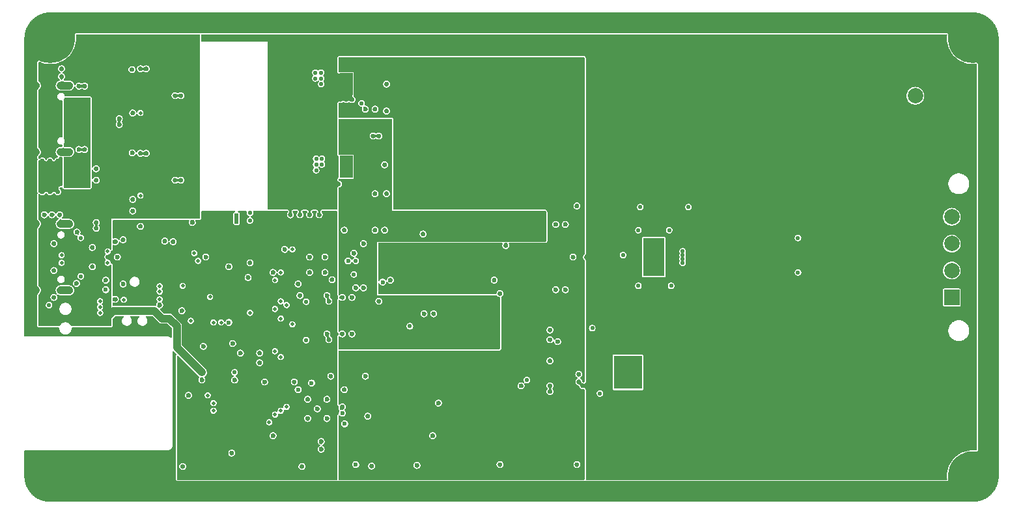
<source format=gbr>
%FSLAX46Y46*%
%MOMM*%
%ADD10C,1.000000*%
%AMPS17*
21,1,0.500000,1.300000,0.000000,0.000000,180.000000*
%
%ADD17PS17*%
%AMPS14*
1,1,2.000000,0.000000,0.000000*
%
%ADD14PS14*%
%AMPS13*
1,1,2.700000,0.000000,0.000000*
%
%ADD13PS13*%
%AMPS20*
1,1,2.000000,0.000000,0.000000*
%
%ADD20PS20*%
%AMPS11*
1,1,6.450000,0.000000,0.000000*
%
%ADD11PS11*%
%AMPS16*
21,1,1.100000,1.000000,0.000000,0.000000,0.000000*
1,1,1.000000,0.550000,0.000000*
1,1,1.000000,-0.550000,0.000000*
%
%ADD16PS16*%
%AMPS15*
21,1,0.800000,1.000000,0.000000,0.000000,0.000000*
1,1,1.000000,0.400000,0.000000*
1,1,1.000000,-0.400000,0.000000*
%
%ADD15PS15*%
%AMPS23*
1,1,0.500000,0.000000,0.000000*
%
%ADD23PS23*%
%AMPS24*
1,1,0.550000,0.000000,0.000000*
%
%ADD24PS24*%
%AMPS22*
1,1,0.600000,0.000000,0.000000*
%
%ADD22PS22*%
%AMPS18*
4,1,4,
-2.220000,2.155000,
1.470000,2.155000,
1.470000,-2.155000,
-2.220000,-2.155000,
-2.220000,2.155000,
0*
%
%ADD18PS18*%
%AMPS19*
21,1,2.000000,2.000000,0.000000,0.000000,90.000000*
%
%ADD19PS19*%
%AMPS21*
21,1,2.740000,4.950000,0.000000,0.000000,0.000000*
%
%ADD21PS21*%
%AMPS12*
21,1,1.651000,2.845000,0.000000,0.000000,0.000000*
%
%ADD12PS12*%
G01*
%LPD*%
G36*
X123498435Y-31840000D02*
X123499664Y-31839992D01*
X123580721Y-31838996D01*
X123583171Y-31838936D01*
X123662645Y-31836010D01*
X123665099Y-31835890D01*
X123744507Y-31831011D01*
X123746954Y-31830830D01*
X123826137Y-31824011D01*
X123828579Y-31823771D01*
X123907615Y-31815006D01*
X123910051Y-31814705D01*
X123988894Y-31803997D01*
X123991322Y-31803637D01*
X124069771Y-31791014D01*
X124072189Y-31790595D01*
X124150386Y-31776036D01*
X124152793Y-31775557D01*
X124230629Y-31759079D01*
X124233023Y-31758541D01*
X124310336Y-31740181D01*
X124312718Y-31739584D01*
X124389633Y-31719311D01*
X124391998Y-31718657D01*
X124468373Y-31696509D01*
X124470722Y-31695797D01*
X124546524Y-31671783D01*
X124548854Y-31671013D01*
X124624018Y-31645155D01*
X124626329Y-31644328D01*
X124700924Y-31616600D01*
X124703213Y-31615717D01*
X124776998Y-31586210D01*
X124779266Y-31585271D01*
X124852389Y-31553926D01*
X124854633Y-31552931D01*
X124926909Y-31519826D01*
X124929128Y-31518776D01*
X125000589Y-31483898D01*
X125002781Y-31482795D01*
X125073378Y-31446167D01*
X125075543Y-31445010D01*
X125145212Y-31406664D01*
X125147347Y-31405454D01*
X125216019Y-31365431D01*
X125218124Y-31364169D01*
X125285844Y-31322441D01*
X125287918Y-31321128D01*
X125354577Y-31277761D01*
X125356617Y-31276398D01*
X125422167Y-31231426D01*
X125424173Y-31230013D01*
X125488648Y-31183411D01*
X125490620Y-31181949D01*
X125553857Y-31133835D01*
X125555792Y-31132325D01*
X125617924Y-31082598D01*
X125619822Y-31081040D01*
X125680661Y-31029848D01*
X125682518Y-31028246D01*
X125742056Y-30975601D01*
X125743876Y-30973952D01*
X125802188Y-30919782D01*
X125803964Y-30918091D01*
X125860849Y-30862586D01*
X125862586Y-30860849D01*
X125918091Y-30803964D01*
X125919782Y-30802188D01*
X125973952Y-30743876D01*
X125975601Y-30742056D01*
X126028246Y-30682518D01*
X126029848Y-30680661D01*
X126081040Y-30619822D01*
X126082598Y-30617924D01*
X126132325Y-30555792D01*
X126133835Y-30553857D01*
X126181949Y-30490620D01*
X126183411Y-30488648D01*
X126230013Y-30424173D01*
X126231426Y-30422167D01*
X126276398Y-30356617D01*
X126277761Y-30354577D01*
X126321128Y-30287918D01*
X126322441Y-30285844D01*
X126364169Y-30218124D01*
X126365431Y-30216019D01*
X126405454Y-30147347D01*
X126406664Y-30145212D01*
X126445010Y-30075543D01*
X126446167Y-30073378D01*
X126482795Y-30002781D01*
X126483898Y-30000589D01*
X126518776Y-29929128D01*
X126519826Y-29926909D01*
X126552931Y-29854633D01*
X126553926Y-29852389D01*
X126585271Y-29779266D01*
X126586210Y-29776998D01*
X126615717Y-29703213D01*
X126616600Y-29700924D01*
X126644328Y-29626329D01*
X126645155Y-29624018D01*
X126671013Y-29548854D01*
X126671783Y-29546524D01*
X126695797Y-29470722D01*
X126696509Y-29468373D01*
X126718657Y-29391998D01*
X126719311Y-29389633D01*
X126739584Y-29312718D01*
X126740181Y-29310336D01*
X126758541Y-29233023D01*
X126759079Y-29230629D01*
X126775557Y-29152793D01*
X126776036Y-29150386D01*
X126790595Y-29072189D01*
X126791014Y-29069771D01*
X126803637Y-28991322D01*
X126803997Y-28988894D01*
X126814705Y-28910051D01*
X126815006Y-28907615D01*
X126823771Y-28828579D01*
X126824011Y-28826137D01*
X126830830Y-28746954D01*
X126831011Y-28744507D01*
X126835890Y-28665099D01*
X126836010Y-28662645D01*
X126838936Y-28583171D01*
X126838996Y-28580721D01*
X126839992Y-28499664D01*
X126840000Y-28498435D01*
X126840000Y28498435D01*
X126839992Y28499664D01*
X126838996Y28580721D01*
X126838936Y28583171D01*
X126836010Y28662645D01*
X126835890Y28665099D01*
X126831011Y28744507D01*
X126830830Y28746954D01*
X126824011Y28826137D01*
X126823771Y28828579D01*
X126815006Y28907615D01*
X126814705Y28910051D01*
X126803997Y28988894D01*
X126803637Y28991322D01*
X126791014Y29069771D01*
X126790595Y29072189D01*
X126776036Y29150386D01*
X126775557Y29152793D01*
X126759079Y29230629D01*
X126758541Y29233023D01*
X126740181Y29310336D01*
X126739584Y29312718D01*
X126719311Y29389633D01*
X126718657Y29391998D01*
X126696509Y29468373D01*
X126695797Y29470722D01*
X126671783Y29546524D01*
X126671013Y29548854D01*
X126645155Y29624018D01*
X126644328Y29626329D01*
X126616600Y29700924D01*
X126615717Y29703213D01*
X126586210Y29776998D01*
X126585271Y29779266D01*
X126553926Y29852389D01*
X126552931Y29854633D01*
X126519826Y29926909D01*
X126518776Y29929128D01*
X126483898Y30000589D01*
X126482795Y30002781D01*
X126446167Y30073378D01*
X126445010Y30075543D01*
X126406664Y30145212D01*
X126405454Y30147347D01*
X126365431Y30216019D01*
X126364169Y30218124D01*
X126322441Y30285844D01*
X126321128Y30287918D01*
X126277761Y30354577D01*
X126276398Y30356617D01*
X126231426Y30422167D01*
X126230013Y30424173D01*
X126183411Y30488648D01*
X126181949Y30490620D01*
X126133835Y30553857D01*
X126132325Y30555792D01*
X126082598Y30617924D01*
X126081040Y30619822D01*
X126029848Y30680661D01*
X126028246Y30682518D01*
X125975601Y30742056D01*
X125973952Y30743876D01*
X125919782Y30802188D01*
X125918091Y30803964D01*
X125862586Y30860849D01*
X125860849Y30862586D01*
X125803964Y30918091D01*
X125802188Y30919782D01*
X125743876Y30973952D01*
X125742056Y30975601D01*
X125682518Y31028246D01*
X125680661Y31029848D01*
X125619822Y31081040D01*
X125617924Y31082598D01*
X125555792Y31132325D01*
X125553857Y31133835D01*
X125490620Y31181949D01*
X125488648Y31183411D01*
X125424173Y31230013D01*
X125422167Y31231426D01*
X125356617Y31276398D01*
X125354577Y31277761D01*
X125287918Y31321128D01*
X125285844Y31322441D01*
X125218124Y31364169D01*
X125216019Y31365431D01*
X125147347Y31405454D01*
X125145212Y31406664D01*
X125075543Y31445010D01*
X125073378Y31446167D01*
X125002781Y31482795D01*
X125000589Y31483898D01*
X124929128Y31518776D01*
X124926909Y31519826D01*
X124854633Y31552931D01*
X124852389Y31553926D01*
X124779266Y31585271D01*
X124776998Y31586210D01*
X124703213Y31615717D01*
X124700924Y31616600D01*
X124626329Y31644328D01*
X124624018Y31645155D01*
X124548854Y31671013D01*
X124546524Y31671783D01*
X124470722Y31695797D01*
X124468373Y31696509D01*
X124391998Y31718657D01*
X124389633Y31719311D01*
X124312718Y31739584D01*
X124310336Y31740181D01*
X124233023Y31758541D01*
X124230629Y31759079D01*
X124152793Y31775557D01*
X124150386Y31776036D01*
X124072189Y31790595D01*
X124069771Y31791014D01*
X123991322Y31803637D01*
X123988894Y31803997D01*
X123910051Y31814705D01*
X123907615Y31815006D01*
X123828579Y31823771D01*
X123826137Y31824011D01*
X123746954Y31830830D01*
X123744507Y31831011D01*
X123665099Y31835890D01*
X123662645Y31836010D01*
X123583171Y31838936D01*
X123580721Y31838996D01*
X123499664Y31839992D01*
X123498435Y31840000D01*
X3501564Y31840000D01*
X3500335Y31839992D01*
X3419277Y31838996D01*
X3416827Y31838936D01*
X3337353Y31836010D01*
X3334899Y31835890D01*
X3255491Y31831011D01*
X3253044Y31830830D01*
X3173861Y31824011D01*
X3171419Y31823771D01*
X3092383Y31815006D01*
X3089947Y31814705D01*
X3011104Y31803997D01*
X3008676Y31803637D01*
X2930227Y31791014D01*
X2927809Y31790595D01*
X2849612Y31776036D01*
X2847205Y31775557D01*
X2769369Y31759079D01*
X2766975Y31758541D01*
X2689662Y31740181D01*
X2687280Y31739584D01*
X2610365Y31719311D01*
X2608000Y31718657D01*
X2531625Y31696509D01*
X2529276Y31695797D01*
X2453462Y31671779D01*
X2451133Y31671009D01*
X2375993Y31645160D01*
X2373681Y31644333D01*
X2299089Y31616606D01*
X2296799Y31615722D01*
X2222968Y31586196D01*
X2220700Y31585257D01*
X2147614Y31553927D01*
X2145372Y31552933D01*
X2073102Y31519832D01*
X2070882Y31518782D01*
X1999392Y31483889D01*
X1997201Y31482787D01*
X1926637Y31446177D01*
X1924472Y31445019D01*
X1854793Y31406668D01*
X1852656Y31405458D01*
X1783966Y31365423D01*
X1781863Y31364162D01*
X1714160Y31322446D01*
X1712084Y31321132D01*
X1645420Y31277761D01*
X1643381Y31276398D01*
X1577831Y31231426D01*
X1575825Y31230013D01*
X1511350Y31183411D01*
X1509378Y31181949D01*
X1446141Y31133835D01*
X1444206Y31132325D01*
X1382074Y31082598D01*
X1380176Y31081040D01*
X1319356Y31029864D01*
X1317498Y31028261D01*
X1257906Y30975567D01*
X1256088Y30973920D01*
X1197829Y30919801D01*
X1196052Y30918108D01*
X1139149Y30862585D01*
X1137412Y30860849D01*
X1081907Y30803964D01*
X1080216Y30802188D01*
X1026046Y30743876D01*
X1024397Y30742056D01*
X971752Y30682518D01*
X970149Y30680660D01*
X918946Y30619807D01*
X917389Y30617910D01*
X867686Y30555808D01*
X866177Y30553874D01*
X818039Y30490606D01*
X816577Y30488634D01*
X769995Y30424188D01*
X768581Y30422181D01*
X723595Y30356610D01*
X722231Y30354569D01*
X678876Y30287927D01*
X677563Y30285854D01*
X635829Y30218124D01*
X634568Y30216019D01*
X594545Y30147347D01*
X593335Y30145212D01*
X554989Y30075543D01*
X553832Y30073378D01*
X517204Y30002781D01*
X516101Y30000589D01*
X481223Y29929128D01*
X480174Y29926910D01*
X447062Y29854620D01*
X446066Y29852374D01*
X414736Y29779284D01*
X413798Y29777019D01*
X384277Y29703203D01*
X383393Y29700911D01*
X355668Y29626322D01*
X354841Y29624011D01*
X328990Y29548865D01*
X328220Y29546536D01*
X304202Y29470722D01*
X303490Y29468373D01*
X281342Y29391998D01*
X280688Y29389633D01*
X260415Y29312718D01*
X259818Y29310336D01*
X241458Y29233023D01*
X240920Y29230629D01*
X224442Y29152793D01*
X223963Y29150386D01*
X209404Y29072189D01*
X208985Y29069771D01*
X196362Y28991322D01*
X196002Y28988894D01*
X185294Y28910051D01*
X184993Y28907615D01*
X176228Y28828579D01*
X175988Y28826137D01*
X169169Y28746954D01*
X168988Y28744507D01*
X164109Y28665099D01*
X163989Y28662645D01*
X161063Y28583171D01*
X161003Y28580720D01*
X160008Y28499668D01*
X160000Y28498440D01*
X160000Y-10240000D01*
X167920Y-10279004D01*
X190425Y-10311829D01*
X223952Y-10333277D01*
X260000Y-10340000D01*
X18749737Y-10340000D01*
X18752159Y-10340014D01*
X18763641Y-10340155D01*
X18768799Y-10340281D01*
X18779792Y-10340687D01*
X18784951Y-10340941D01*
X18795944Y-10341616D01*
X18801167Y-10342000D01*
X18812142Y-10342946D01*
X18817263Y-10343450D01*
X18828242Y-10344668D01*
X18833283Y-10345290D01*
X18844268Y-10346781D01*
X18849451Y-10347550D01*
X18860268Y-10349291D01*
X18865389Y-10350180D01*
X18876227Y-10352197D01*
X18881236Y-10353193D01*
X18892104Y-10355494D01*
X18897138Y-10356625D01*
X18907848Y-10359168D01*
X18912837Y-10360417D01*
X18923542Y-10363238D01*
X18928508Y-10364613D01*
X18939127Y-10367693D01*
X18944093Y-10369199D01*
X18954508Y-10372499D01*
X18959484Y-10374143D01*
X18969928Y-10377736D01*
X18974814Y-10379483D01*
X18985099Y-10383307D01*
X18989934Y-10385172D01*
X19000186Y-10389273D01*
X19004928Y-10391237D01*
X19015112Y-10395603D01*
X19019768Y-10397666D01*
X19029841Y-10402280D01*
X19034508Y-10404487D01*
X19044474Y-10409350D01*
X19048998Y-10411628D01*
X19058896Y-10416764D01*
X19063329Y-10419133D01*
X19073046Y-10424481D01*
X19077582Y-10427050D01*
X19087075Y-10432583D01*
X19091515Y-10435245D01*
X19100942Y-10441054D01*
X19105246Y-10443779D01*
X19114525Y-10449816D01*
X19118750Y-10452639D01*
X19127929Y-10458937D01*
X19132134Y-10461897D01*
X19141129Y-10468400D01*
X19145207Y-10471424D01*
X19153996Y-10478111D01*
X19158091Y-10481306D01*
X19166654Y-10488159D01*
X19170680Y-10491464D01*
X19179143Y-10498585D01*
X19179678Y-10499047D01*
X19214381Y-10518533D01*
X19253935Y-10522941D01*
X19292076Y-10511572D01*
X19322762Y-10486227D01*
X19341132Y-10450920D01*
X19345011Y-10423340D01*
X19345011Y-9312741D01*
X19337091Y-9273737D01*
X19315722Y-9242030D01*
X18757981Y-8684289D01*
X18724801Y-8662310D01*
X18687270Y-8655000D01*
X18088234Y-8655000D01*
X18068115Y-8654012D01*
X17977928Y-8645128D01*
X17938525Y-8637291D01*
X17854137Y-8611692D01*
X17817023Y-8596318D01*
X17739254Y-8554750D01*
X17705853Y-8532433D01*
X17637537Y-8476367D01*
X17623144Y-8462082D01*
X17618479Y-8459017D01*
X16843751Y-7684289D01*
X16810571Y-7662310D01*
X16773040Y-7655000D01*
X16041648Y-7655000D01*
X16002644Y-7662920D01*
X15969819Y-7685425D01*
X15948371Y-7718952D01*
X15941699Y-7758188D01*
X15950858Y-7796919D01*
X15970937Y-7825711D01*
X15982730Y-7837504D01*
X16012065Y-7869869D01*
X16024831Y-7885424D01*
X16050867Y-7920531D01*
X16062030Y-7937237D01*
X16084505Y-7974733D01*
X16093979Y-7992459D01*
X16112663Y-8031963D01*
X16120371Y-8050569D01*
X16135082Y-8091683D01*
X16140927Y-8110953D01*
X16151540Y-8153324D01*
X16155463Y-8173046D01*
X16161877Y-8216293D01*
X16163849Y-8236302D01*
X16165993Y-8279929D01*
X16165993Y-8300071D01*
X16163849Y-8343698D01*
X16161877Y-8363707D01*
X16155463Y-8406954D01*
X16151540Y-8426676D01*
X16140927Y-8469047D01*
X16135082Y-8488317D01*
X16120371Y-8529431D01*
X16112663Y-8548037D01*
X16093979Y-8587541D01*
X16084505Y-8605267D01*
X16062030Y-8642763D01*
X16050867Y-8659469D01*
X16024831Y-8694576D01*
X16012065Y-8710131D01*
X15982730Y-8742496D01*
X15968496Y-8756730D01*
X15936131Y-8786065D01*
X15920576Y-8798831D01*
X15885469Y-8824867D01*
X15868763Y-8836030D01*
X15831267Y-8858505D01*
X15813541Y-8867979D01*
X15774037Y-8886663D01*
X15755431Y-8894371D01*
X15714317Y-8909082D01*
X15695047Y-8914927D01*
X15652676Y-8925540D01*
X15632954Y-8929463D01*
X15589707Y-8935877D01*
X15569698Y-8937849D01*
X15526071Y-8939993D01*
X15505929Y-8939993D01*
X15462302Y-8937849D01*
X15442293Y-8935877D01*
X15399046Y-8929463D01*
X15379324Y-8925540D01*
X15336953Y-8914927D01*
X15317683Y-8909082D01*
X15276569Y-8894371D01*
X15257963Y-8886663D01*
X15218459Y-8867979D01*
X15200733Y-8858505D01*
X15163237Y-8836030D01*
X15146531Y-8824867D01*
X15111424Y-8798831D01*
X15095869Y-8786065D01*
X15063504Y-8756730D01*
X15049270Y-8742496D01*
X15019935Y-8710131D01*
X15007169Y-8694576D01*
X14981133Y-8659469D01*
X14969970Y-8642763D01*
X14947495Y-8605267D01*
X14938021Y-8587541D01*
X14919337Y-8548037D01*
X14911629Y-8529431D01*
X14896918Y-8488317D01*
X14891073Y-8469047D01*
X14880460Y-8426676D01*
X14876537Y-8406954D01*
X14870123Y-8363707D01*
X14868151Y-8343698D01*
X14866007Y-8300071D01*
X14866007Y-8279929D01*
X14868151Y-8236302D01*
X14870123Y-8216293D01*
X14876537Y-8173046D01*
X14880460Y-8153324D01*
X14891073Y-8110953D01*
X14896918Y-8091683D01*
X14911629Y-8050569D01*
X14919337Y-8031963D01*
X14938021Y-7992459D01*
X14947495Y-7974733D01*
X14969970Y-7937237D01*
X14981133Y-7920531D01*
X15007169Y-7885424D01*
X15019935Y-7869869D01*
X15049270Y-7837504D01*
X15061063Y-7825711D01*
X15083042Y-7792531D01*
X15090339Y-7753406D01*
X15081799Y-7714534D01*
X15058773Y-7682071D01*
X15024909Y-7661161D01*
X14990352Y-7655000D01*
X14009648Y-7655000D01*
X13970644Y-7662920D01*
X13937819Y-7685425D01*
X13916371Y-7718952D01*
X13909699Y-7758188D01*
X13918858Y-7796919D01*
X13938937Y-7825711D01*
X13950730Y-7837504D01*
X13980065Y-7869869D01*
X13992831Y-7885424D01*
X14018867Y-7920531D01*
X14030030Y-7937237D01*
X14052505Y-7974733D01*
X14061979Y-7992459D01*
X14080663Y-8031963D01*
X14088371Y-8050569D01*
X14103082Y-8091683D01*
X14108927Y-8110953D01*
X14119540Y-8153324D01*
X14123463Y-8173046D01*
X14129877Y-8216293D01*
X14131849Y-8236302D01*
X14133993Y-8279929D01*
X14133993Y-8300071D01*
X14131849Y-8343698D01*
X14129877Y-8363707D01*
X14123463Y-8406954D01*
X14119540Y-8426676D01*
X14108927Y-8469047D01*
X14103082Y-8488317D01*
X14088371Y-8529431D01*
X14080663Y-8548037D01*
X14061979Y-8587541D01*
X14052505Y-8605267D01*
X14030030Y-8642763D01*
X14018867Y-8659469D01*
X13992831Y-8694576D01*
X13980065Y-8710131D01*
X13950730Y-8742496D01*
X13936496Y-8756730D01*
X13904131Y-8786065D01*
X13888576Y-8798831D01*
X13853469Y-8824867D01*
X13836763Y-8836030D01*
X13799267Y-8858505D01*
X13781541Y-8867979D01*
X13742037Y-8886663D01*
X13723431Y-8894371D01*
X13682317Y-8909082D01*
X13663047Y-8914927D01*
X13620676Y-8925540D01*
X13600954Y-8929463D01*
X13557707Y-8935877D01*
X13537698Y-8937849D01*
X13494071Y-8939993D01*
X13473929Y-8939993D01*
X13430302Y-8937849D01*
X13410293Y-8935877D01*
X13367046Y-8929463D01*
X13347324Y-8925540D01*
X13304953Y-8914927D01*
X13285683Y-8909082D01*
X13244569Y-8894371D01*
X13225963Y-8886663D01*
X13186459Y-8867979D01*
X13168733Y-8858505D01*
X13131237Y-8836030D01*
X13114531Y-8824867D01*
X13079424Y-8798831D01*
X13063869Y-8786065D01*
X13031504Y-8756730D01*
X13017270Y-8742496D01*
X12987935Y-8710131D01*
X12975169Y-8694576D01*
X12949133Y-8659469D01*
X12937970Y-8642763D01*
X12915495Y-8605267D01*
X12906021Y-8587541D01*
X12887337Y-8548037D01*
X12879629Y-8529431D01*
X12864918Y-8488317D01*
X12859073Y-8469047D01*
X12848460Y-8426676D01*
X12844537Y-8406954D01*
X12838123Y-8363707D01*
X12836151Y-8343698D01*
X12834007Y-8300071D01*
X12834007Y-8279929D01*
X12836151Y-8236302D01*
X12838123Y-8216293D01*
X12844537Y-8173046D01*
X12848460Y-8153324D01*
X12859073Y-8110953D01*
X12864918Y-8091683D01*
X12879629Y-8050569D01*
X12887337Y-8031963D01*
X12906021Y-7992459D01*
X12915495Y-7974733D01*
X12937970Y-7937237D01*
X12949133Y-7920531D01*
X12975169Y-7885424D01*
X12987935Y-7869869D01*
X13017270Y-7837504D01*
X13029063Y-7825711D01*
X13051042Y-7792531D01*
X13058339Y-7753406D01*
X13049799Y-7714534D01*
X13026773Y-7682071D01*
X12992909Y-7661161D01*
X12958352Y-7655000D01*
X12062730Y-7655000D01*
X12023726Y-7662920D01*
X11992019Y-7684289D01*
X11684289Y-7992019D01*
X11662310Y-8025199D01*
X11655000Y-8062730D01*
X11655000Y-8895392D01*
X11651528Y-8932948D01*
X11646266Y-8961162D01*
X11640998Y-8981670D01*
X11620466Y-9024857D01*
X11604415Y-9049948D01*
X11589756Y-9069468D01*
X11554305Y-9100960D01*
X11529743Y-9117800D01*
X11508630Y-9130057D01*
X11463704Y-9145228D01*
X11435759Y-9150902D01*
X11394985Y-9155000D01*
X6389571Y-9155000D01*
X6350567Y-9162920D01*
X6317742Y-9185425D01*
X6296294Y-9218952D01*
X6290081Y-9257486D01*
X6289693Y-9257486D01*
X6289693Y-9259890D01*
X6289691Y-9259902D01*
X6289693Y-9259943D01*
X6289693Y-9280049D01*
X6286875Y-9337411D01*
X6284906Y-9357398D01*
X6276479Y-9414206D01*
X6272556Y-9433927D01*
X6258613Y-9489593D01*
X6252765Y-9508872D01*
X6233428Y-9562912D01*
X6225732Y-9581493D01*
X6201195Y-9633374D01*
X6191701Y-9651135D01*
X6162196Y-9700361D01*
X6151013Y-9717099D01*
X6116814Y-9763209D01*
X6104065Y-9778744D01*
X6065514Y-9821278D01*
X6051278Y-9835514D01*
X6008744Y-9874065D01*
X5993209Y-9886814D01*
X5947099Y-9921013D01*
X5930361Y-9932196D01*
X5881135Y-9961701D01*
X5863374Y-9971195D01*
X5811493Y-9995732D01*
X5792912Y-10003428D01*
X5738872Y-10022765D01*
X5719593Y-10028613D01*
X5663927Y-10042556D01*
X5644206Y-10046479D01*
X5587398Y-10054906D01*
X5567411Y-10056875D01*
X5510049Y-10059693D01*
X5489951Y-10059693D01*
X5432589Y-10056875D01*
X5412602Y-10054906D01*
X5355794Y-10046479D01*
X5336073Y-10042556D01*
X5280407Y-10028613D01*
X5261128Y-10022765D01*
X5207088Y-10003428D01*
X5188507Y-9995732D01*
X5136626Y-9971195D01*
X5118865Y-9961701D01*
X5069639Y-9932196D01*
X5052901Y-9921013D01*
X5006791Y-9886814D01*
X4991256Y-9874065D01*
X4948722Y-9835514D01*
X4934486Y-9821278D01*
X4895935Y-9778744D01*
X4883186Y-9763209D01*
X4848987Y-9717099D01*
X4837804Y-9700361D01*
X4808299Y-9651135D01*
X4798805Y-9633374D01*
X4774268Y-9581493D01*
X4766572Y-9562912D01*
X4747235Y-9508872D01*
X4741387Y-9489593D01*
X4727444Y-9433927D01*
X4723521Y-9414206D01*
X4715094Y-9357398D01*
X4713125Y-9337411D01*
X4710307Y-9280049D01*
X4710307Y-9259943D01*
X4710309Y-9259902D01*
X4710307Y-9259889D01*
X4710307Y-9257486D01*
X4709941Y-9257486D01*
X4704310Y-9220557D01*
X4683441Y-9186668D01*
X4651006Y-9163603D01*
X4610429Y-9155000D01*
X2104608Y-9155000D01*
X2067052Y-9151528D01*
X2038838Y-9146266D01*
X2018330Y-9140998D01*
X1975143Y-9120466D01*
X1950052Y-9104415D01*
X1930532Y-9089756D01*
X1899040Y-9054305D01*
X1882200Y-9029743D01*
X1869943Y-9008630D01*
X1854772Y-8963704D01*
X1849098Y-8935759D01*
X1845000Y-8894985D01*
X1845000Y-4932805D01*
X1852206Y-4878952D01*
X1862860Y-4839860D01*
X1876667Y-4804673D01*
X1902775Y-4767091D01*
X1921843Y-4745889D01*
X1952684Y-4717828D01*
X1963770Y-4709178D01*
X1965701Y-4707633D01*
X1968615Y-4705241D01*
X1970483Y-4703669D01*
X1982475Y-4693325D01*
X1984325Y-4691689D01*
X1987130Y-4689146D01*
X1988916Y-4687486D01*
X2000403Y-4676550D01*
X2002162Y-4674835D01*
X2004835Y-4672162D01*
X2006550Y-4670403D01*
X2017486Y-4658916D01*
X2019146Y-4657130D01*
X2021689Y-4654325D01*
X2023325Y-4652475D01*
X2033669Y-4640483D01*
X2035240Y-4638616D01*
X2037637Y-4635696D01*
X2039181Y-4633767D01*
X2048918Y-4621289D01*
X2050401Y-4619341D01*
X2052675Y-4616275D01*
X2054115Y-4614281D01*
X2063232Y-4601335D01*
X2064621Y-4599311D01*
X2066745Y-4596132D01*
X2068080Y-4594080D01*
X2076509Y-4580770D01*
X2077792Y-4578687D01*
X2079795Y-4575346D01*
X2081038Y-4573214D01*
X2088804Y-4559504D01*
X2089987Y-4557354D01*
X2091793Y-4553975D01*
X2092922Y-4551800D01*
X2100023Y-4537693D01*
X2101105Y-4535476D01*
X2102749Y-4531999D01*
X2103766Y-4529778D01*
X2110180Y-4515308D01*
X2111140Y-4513068D01*
X2112595Y-4509557D01*
X2113512Y-4507265D01*
X2119208Y-4492500D01*
X2120064Y-4490199D01*
X2121330Y-4486661D01*
X2122129Y-4484339D01*
X2127101Y-4469289D01*
X2127846Y-4466936D01*
X2128953Y-4463285D01*
X2129632Y-4460943D01*
X2133861Y-4445663D01*
X2134489Y-4443280D01*
X2135397Y-4439654D01*
X2135962Y-4437273D01*
X2139437Y-4421798D01*
X2139947Y-4419392D01*
X2140680Y-4415706D01*
X2141128Y-4413298D01*
X2143850Y-4397611D01*
X2144241Y-4395181D01*
X2144793Y-4391458D01*
X2145122Y-4389035D01*
X2147060Y-4373325D01*
X2147330Y-4370887D01*
X2147698Y-4367152D01*
X2147909Y-4364702D01*
X2149080Y-4348824D01*
X2149230Y-4346390D01*
X2149413Y-4342676D01*
X2149504Y-4340208D01*
X2149893Y-4324357D01*
X2149923Y-4321904D01*
X2149923Y-4318096D01*
X2149893Y-4315643D01*
X2149504Y-4299792D01*
X2149413Y-4297324D01*
X2149230Y-4293610D01*
X2149080Y-4291176D01*
X2147909Y-4275298D01*
X2147698Y-4272848D01*
X2147330Y-4269113D01*
X2147060Y-4266675D01*
X2145122Y-4250965D01*
X2144793Y-4248542D01*
X2144241Y-4244819D01*
X2143850Y-4242389D01*
X2141128Y-4226702D01*
X2140680Y-4224294D01*
X2139947Y-4220608D01*
X2139437Y-4218202D01*
X2135962Y-4202727D01*
X2135397Y-4200346D01*
X2134489Y-4196720D01*
X2133861Y-4194337D01*
X2129632Y-4179057D01*
X2128953Y-4176715D01*
X2127846Y-4173064D01*
X2127101Y-4170711D01*
X2122129Y-4155661D01*
X2121330Y-4153339D01*
X2120064Y-4149801D01*
X2119208Y-4147500D01*
X2113512Y-4132735D01*
X2112595Y-4130443D01*
X2111140Y-4126932D01*
X2110180Y-4124692D01*
X2103766Y-4110222D01*
X2102749Y-4108001D01*
X2101105Y-4104524D01*
X2100023Y-4102307D01*
X2092922Y-4088200D01*
X2091793Y-4086025D01*
X2089987Y-4082646D01*
X2088804Y-4080496D01*
X2081038Y-4066786D01*
X2079795Y-4064654D01*
X2077792Y-4061313D01*
X2076509Y-4059230D01*
X2068080Y-4045920D01*
X2066745Y-4043868D01*
X2064621Y-4040689D01*
X2063232Y-4038665D01*
X2054115Y-4025719D01*
X2052675Y-4023725D01*
X2050401Y-4020659D01*
X2048918Y-4018711D01*
X2039181Y-4006233D01*
X2037637Y-4004304D01*
X2035240Y-4001384D01*
X2033669Y-3999517D01*
X2023325Y-3987525D01*
X2021689Y-3985675D01*
X2019146Y-3982870D01*
X2017486Y-3981084D01*
X2006550Y-3969597D01*
X2004835Y-3967838D01*
X2002162Y-3965165D01*
X2000403Y-3963450D01*
X1988916Y-3952514D01*
X1987130Y-3950854D01*
X1984325Y-3948311D01*
X1982475Y-3946675D01*
X1970483Y-3936331D01*
X1968615Y-3934759D01*
X1965701Y-3932367D01*
X1963770Y-3930822D01*
X1954099Y-3923276D01*
X1914518Y-3884811D01*
X1889454Y-3852962D01*
X1869410Y-3820912D01*
X1854772Y-3777563D01*
X1849098Y-3749618D01*
X1845000Y-3708844D01*
X1845000Y3707195D01*
X1852206Y3761048D01*
X1862860Y3800140D01*
X1876667Y3835327D01*
X1902775Y3872909D01*
X1921843Y3894111D01*
X1952684Y3922172D01*
X1963770Y3930822D01*
X1965701Y3932367D01*
X1968615Y3934759D01*
X1970483Y3936331D01*
X1982475Y3946675D01*
X1984325Y3948311D01*
X1987130Y3950854D01*
X1988916Y3952514D01*
X2000403Y3963450D01*
X2002162Y3965165D01*
X2004835Y3967838D01*
X2006550Y3969597D01*
X2017486Y3981084D01*
X2019146Y3982870D01*
X2021689Y3985675D01*
X2023325Y3987525D01*
X2033669Y3999517D01*
X2035240Y4001384D01*
X2037637Y4004304D01*
X2039181Y4006233D01*
X2048918Y4018711D01*
X2050401Y4020659D01*
X2052675Y4023725D01*
X2054115Y4025719D01*
X2063232Y4038665D01*
X2064621Y4040689D01*
X2066745Y4043868D01*
X2068080Y4045920D01*
X2076509Y4059230D01*
X2077792Y4061313D01*
X2079795Y4064654D01*
X2081038Y4066786D01*
X2088804Y4080496D01*
X2089987Y4082646D01*
X2091793Y4086025D01*
X2092922Y4088200D01*
X2100023Y4102307D01*
X2101105Y4104524D01*
X2102749Y4108001D01*
X2103766Y4110222D01*
X2110180Y4124692D01*
X2111140Y4126932D01*
X2112595Y4130443D01*
X2113512Y4132735D01*
X2119208Y4147500D01*
X2120064Y4149801D01*
X2121330Y4153339D01*
X2122129Y4155661D01*
X2127101Y4170711D01*
X2127846Y4173064D01*
X2128953Y4176715D01*
X2129632Y4179057D01*
X2133861Y4194337D01*
X2134489Y4196720D01*
X2135397Y4200346D01*
X2135962Y4202727D01*
X2139437Y4218202D01*
X2139947Y4220608D01*
X2140680Y4224294D01*
X2141128Y4226702D01*
X2143850Y4242389D01*
X2144241Y4244819D01*
X2144793Y4248542D01*
X2145122Y4250965D01*
X2147060Y4266675D01*
X2147330Y4269113D01*
X2147698Y4272848D01*
X2147909Y4275298D01*
X2149080Y4291176D01*
X2149230Y4293610D01*
X2149413Y4297324D01*
X2149504Y4299792D01*
X2149893Y4315643D01*
X2149923Y4318096D01*
X2149923Y4321904D01*
X2149893Y4324357D01*
X2149504Y4340208D01*
X2149413Y4342676D01*
X2149230Y4346390D01*
X2149080Y4348824D01*
X2147909Y4364702D01*
X2147698Y4367152D01*
X2147330Y4370887D01*
X2147060Y4373325D01*
X2145122Y4389035D01*
X2144793Y4391458D01*
X2144241Y4395181D01*
X2143850Y4397611D01*
X2141128Y4413298D01*
X2140680Y4415706D01*
X2139947Y4419392D01*
X2139437Y4421798D01*
X2135962Y4437273D01*
X2135397Y4439654D01*
X2134489Y4443280D01*
X2133861Y4445663D01*
X2129632Y4460943D01*
X2128953Y4463285D01*
X2127846Y4466936D01*
X2127101Y4469289D01*
X2122129Y4484339D01*
X2121330Y4486661D01*
X2120064Y4490199D01*
X2119208Y4492500D01*
X2113512Y4507265D01*
X2112595Y4509557D01*
X2111140Y4513068D01*
X2110180Y4515308D01*
X2103766Y4529778D01*
X2102749Y4531999D01*
X2101105Y4535476D01*
X2100023Y4537693D01*
X2092922Y4551800D01*
X2091793Y4553975D01*
X2089987Y4557354D01*
X2088804Y4559504D01*
X2081038Y4573214D01*
X2079795Y4575346D01*
X2077792Y4578687D01*
X2076509Y4580770D01*
X2068080Y4594080D01*
X2066745Y4596132D01*
X2064621Y4599311D01*
X2063232Y4601335D01*
X2054115Y4614281D01*
X2052675Y4616275D01*
X2050401Y4619341D01*
X2048918Y4621289D01*
X2039181Y4633767D01*
X2037637Y4635696D01*
X2035240Y4638616D01*
X2033669Y4640483D01*
X2023325Y4652475D01*
X2021689Y4654325D01*
X2019146Y4657130D01*
X2017486Y4658916D01*
X2006550Y4670403D01*
X2004835Y4672162D01*
X2002162Y4674835D01*
X2000403Y4676550D01*
X1988916Y4687486D01*
X1987130Y4689146D01*
X1984325Y4691689D01*
X1982475Y4693325D01*
X1970483Y4703669D01*
X1968615Y4705241D01*
X1965701Y4707633D01*
X1963770Y4709178D01*
X1954099Y4716724D01*
X1914518Y4755189D01*
X1889454Y4787038D01*
X1869410Y4819088D01*
X1854772Y4862437D01*
X1849098Y4890382D01*
X1845000Y4931156D01*
X1845000Y8111133D01*
X1848181Y8147090D01*
X1853015Y8174209D01*
X1857646Y8193177D01*
X1877575Y8236879D01*
X1879093Y8239338D01*
X1892846Y8276685D01*
X1890944Y8316439D01*
X1880488Y8342086D01*
X1869943Y8360249D01*
X1854772Y8405176D01*
X1849098Y8433121D01*
X1845000Y8473895D01*
X1845000Y12526257D01*
X1849329Y12568143D01*
X1855845Y12599336D01*
X1863000Y12623868D01*
X1882434Y12660576D01*
X1893684Y12698752D01*
X1889153Y12738293D01*
X1880539Y12757572D01*
X1869942Y12775825D01*
X1854772Y12820750D01*
X1849098Y12848695D01*
X1845000Y12889469D01*
X1845000Y13067195D01*
X1852206Y13121048D01*
X1862860Y13160140D01*
X1876667Y13195327D01*
X1902775Y13232909D01*
X1921843Y13254111D01*
X1952684Y13282172D01*
X1963770Y13290822D01*
X1965701Y13292367D01*
X1968615Y13294759D01*
X1970483Y13296331D01*
X1982475Y13306675D01*
X1984325Y13308311D01*
X1987130Y13310854D01*
X1988916Y13312514D01*
X2000403Y13323450D01*
X2002162Y13325165D01*
X2004835Y13327838D01*
X2006550Y13329597D01*
X2017486Y13341084D01*
X2019146Y13342870D01*
X2021689Y13345675D01*
X2023325Y13347525D01*
X2033669Y13359517D01*
X2035240Y13361384D01*
X2037637Y13364304D01*
X2039181Y13366233D01*
X2048918Y13378711D01*
X2050401Y13380659D01*
X2052675Y13383725D01*
X2054115Y13385719D01*
X2063232Y13398665D01*
X2064621Y13400689D01*
X2066745Y13403868D01*
X2068080Y13405920D01*
X2076509Y13419230D01*
X2077792Y13421313D01*
X2079795Y13424654D01*
X2081038Y13426786D01*
X2088804Y13440496D01*
X2089987Y13442646D01*
X2091793Y13446025D01*
X2092922Y13448200D01*
X2100023Y13462307D01*
X2101105Y13464524D01*
X2102749Y13468001D01*
X2103766Y13470222D01*
X2110180Y13484692D01*
X2111140Y13486932D01*
X2112595Y13490443D01*
X2113512Y13492735D01*
X2119208Y13507500D01*
X2120064Y13509801D01*
X2121330Y13513339D01*
X2122129Y13515661D01*
X2127101Y13530711D01*
X2127846Y13533064D01*
X2128953Y13536715D01*
X2129632Y13539057D01*
X2133861Y13554337D01*
X2134489Y13556720D01*
X2135397Y13560346D01*
X2135962Y13562727D01*
X2139437Y13578202D01*
X2139947Y13580608D01*
X2140680Y13584294D01*
X2141128Y13586702D01*
X2143850Y13602389D01*
X2144241Y13604819D01*
X2144793Y13608542D01*
X2145122Y13610965D01*
X2147060Y13626675D01*
X2147330Y13629113D01*
X2147698Y13632848D01*
X2147909Y13635298D01*
X2149080Y13651176D01*
X2149230Y13653610D01*
X2149413Y13657324D01*
X2149504Y13659792D01*
X2149893Y13675643D01*
X2149923Y13678096D01*
X2149923Y13681904D01*
X2149893Y13684358D01*
X2149504Y13700202D01*
X2149413Y13702660D01*
X2149230Y13706381D01*
X2149080Y13708824D01*
X2147909Y13724702D01*
X2147698Y13727152D01*
X2147330Y13730887D01*
X2147060Y13733325D01*
X2145122Y13749035D01*
X2144793Y13751458D01*
X2144241Y13755181D01*
X2143850Y13757611D01*
X2141128Y13773298D01*
X2140680Y13775706D01*
X2139947Y13779392D01*
X2139437Y13781798D01*
X2135962Y13797273D01*
X2135397Y13799654D01*
X2134489Y13803280D01*
X2133861Y13805663D01*
X2129632Y13820943D01*
X2128953Y13823285D01*
X2127846Y13826936D01*
X2127101Y13829289D01*
X2122129Y13844339D01*
X2121330Y13846661D01*
X2120064Y13850199D01*
X2119208Y13852500D01*
X2113512Y13867265D01*
X2112595Y13869557D01*
X2111140Y13873068D01*
X2110180Y13875308D01*
X2103766Y13889778D01*
X2102749Y13891999D01*
X2101105Y13895476D01*
X2100023Y13897693D01*
X2092922Y13911800D01*
X2091793Y13913975D01*
X2089987Y13917354D01*
X2088804Y13919504D01*
X2081038Y13933214D01*
X2079795Y13935346D01*
X2077792Y13938687D01*
X2076509Y13940770D01*
X2068080Y13954080D01*
X2066745Y13956132D01*
X2064621Y13959311D01*
X2063232Y13961335D01*
X2054115Y13974281D01*
X2052675Y13976275D01*
X2050401Y13979341D01*
X2048918Y13981289D01*
X2039181Y13993767D01*
X2037637Y13995696D01*
X2035240Y13998616D01*
X2033669Y14000483D01*
X2023325Y14012475D01*
X2021689Y14014325D01*
X2019146Y14017130D01*
X2017486Y14018916D01*
X2006550Y14030403D01*
X2004835Y14032162D01*
X2002162Y14034835D01*
X2000403Y14036550D01*
X1988916Y14047486D01*
X1987130Y14049146D01*
X1984325Y14051689D01*
X1982475Y14053325D01*
X1970483Y14063669D01*
X1968615Y14065241D01*
X1965701Y14067633D01*
X1963770Y14069178D01*
X1954099Y14076724D01*
X1914518Y14115189D01*
X1889454Y14147038D01*
X1869410Y14179088D01*
X1854772Y14222437D01*
X1849098Y14250382D01*
X1845000Y14291156D01*
X1845000Y21707195D01*
X1852206Y21761048D01*
X1862860Y21800140D01*
X1876667Y21835327D01*
X1902775Y21872909D01*
X1921843Y21894111D01*
X1952684Y21922172D01*
X1963770Y21930822D01*
X1965701Y21932367D01*
X1968615Y21934759D01*
X1970483Y21936331D01*
X1982475Y21946675D01*
X1984325Y21948311D01*
X1987130Y21950854D01*
X1988916Y21952514D01*
X2000403Y21963450D01*
X2002162Y21965165D01*
X2004835Y21967838D01*
X2006550Y21969597D01*
X2017486Y21981084D01*
X2019146Y21982870D01*
X2021689Y21985675D01*
X2023325Y21987525D01*
X2033669Y21999517D01*
X2035240Y22001384D01*
X2037637Y22004304D01*
X2039181Y22006233D01*
X2048918Y22018711D01*
X2050401Y22020659D01*
X2052675Y22023725D01*
X2054115Y22025719D01*
X2063232Y22038665D01*
X2064621Y22040689D01*
X2066745Y22043868D01*
X2068080Y22045920D01*
X2076509Y22059230D01*
X2077792Y22061313D01*
X2079795Y22064654D01*
X2081038Y22066786D01*
X2088804Y22080496D01*
X2089987Y22082646D01*
X2091793Y22086025D01*
X2092922Y22088200D01*
X2100023Y22102307D01*
X2101105Y22104524D01*
X2102749Y22108001D01*
X2103766Y22110222D01*
X2110180Y22124692D01*
X2111140Y22126932D01*
X2112595Y22130443D01*
X2113512Y22132735D01*
X2119208Y22147500D01*
X2120064Y22149801D01*
X2121330Y22153339D01*
X2122129Y22155661D01*
X2127101Y22170711D01*
X2127846Y22173064D01*
X2128953Y22176715D01*
X2129632Y22179057D01*
X2133861Y22194337D01*
X2134489Y22196720D01*
X2135397Y22200346D01*
X2135962Y22202727D01*
X2139437Y22218202D01*
X2139947Y22220608D01*
X2140680Y22224294D01*
X2141128Y22226702D01*
X2143850Y22242389D01*
X2144241Y22244819D01*
X2144793Y22248542D01*
X2145122Y22250965D01*
X2147060Y22266675D01*
X2147330Y22269113D01*
X2147698Y22272848D01*
X2147909Y22275298D01*
X2149080Y22291176D01*
X2149230Y22293610D01*
X2149413Y22297324D01*
X2149504Y22299792D01*
X2149893Y22315643D01*
X2149923Y22318096D01*
X2149923Y22321904D01*
X2149893Y22324357D01*
X2149504Y22340208D01*
X2149413Y22342676D01*
X2149230Y22346390D01*
X2149080Y22348824D01*
X2147909Y22364702D01*
X2147698Y22367152D01*
X2147330Y22370887D01*
X2147060Y22373325D01*
X2145122Y22389035D01*
X2144793Y22391458D01*
X2144241Y22395181D01*
X2143850Y22397611D01*
X2141128Y22413298D01*
X2140680Y22415706D01*
X2139947Y22419392D01*
X2139437Y22421798D01*
X2135962Y22437273D01*
X2135397Y22439654D01*
X2134489Y22443280D01*
X2133861Y22445663D01*
X2129632Y22460943D01*
X2128953Y22463285D01*
X2127846Y22466936D01*
X2127101Y22469289D01*
X2122129Y22484339D01*
X2121330Y22486661D01*
X2120064Y22490199D01*
X2119208Y22492500D01*
X2113512Y22507265D01*
X2112595Y22509557D01*
X2111140Y22513068D01*
X2110180Y22515308D01*
X2103766Y22529778D01*
X2102749Y22531999D01*
X2101105Y22535476D01*
X2100023Y22537693D01*
X2092922Y22551800D01*
X2091793Y22553975D01*
X2089987Y22557354D01*
X2088804Y22559504D01*
X2081038Y22573214D01*
X2079795Y22575346D01*
X2077792Y22578687D01*
X2076509Y22580770D01*
X2068080Y22594080D01*
X2066745Y22596132D01*
X2064621Y22599311D01*
X2063232Y22601335D01*
X2054115Y22614281D01*
X2052675Y22616275D01*
X2050401Y22619341D01*
X2048918Y22621289D01*
X2039181Y22633767D01*
X2037637Y22635696D01*
X2035240Y22638616D01*
X2033669Y22640483D01*
X2023325Y22652475D01*
X2021689Y22654325D01*
X2019146Y22657130D01*
X2017486Y22658916D01*
X2006550Y22670403D01*
X2004835Y22672162D01*
X2002162Y22674835D01*
X2000403Y22676550D01*
X1988916Y22687486D01*
X1987130Y22689146D01*
X1984325Y22691689D01*
X1982475Y22693325D01*
X1970483Y22703669D01*
X1968615Y22705241D01*
X1965701Y22707633D01*
X1963770Y22709178D01*
X1954099Y22716724D01*
X1914518Y22755189D01*
X1889454Y22787038D01*
X1869410Y22819088D01*
X1854772Y22862437D01*
X1849098Y22890382D01*
X1845000Y22931156D01*
X1845000Y25311721D01*
X1849287Y25353409D01*
X1855739Y25384449D01*
X1862806Y25408815D01*
X1884855Y25450663D01*
X1901921Y25475068D01*
X1917371Y25493969D01*
X1954090Y25523981D01*
X1979318Y25539793D01*
X2000917Y25551172D01*
X2046437Y25564486D01*
X2075827Y25569205D01*
X2100158Y25571259D01*
X2147262Y25565765D01*
X2174957Y25558945D01*
X2213557Y25545221D01*
X2257971Y25524215D01*
X2262451Y25522229D01*
X2269487Y25519314D01*
X2274073Y25517545D01*
X2555620Y25416806D01*
X2560283Y25415265D01*
X2567556Y25413059D01*
X2572284Y25411751D01*
X2862362Y25339090D01*
X2867142Y25338016D01*
X2874619Y25336528D01*
X2879464Y25335687D01*
X3175282Y25291808D01*
X3180139Y25291209D01*
X3187682Y25290465D01*
X3192591Y25290102D01*
X3491308Y25275427D01*
X3496215Y25275307D01*
X3503785Y25275307D01*
X3508692Y25275427D01*
X3807409Y25290102D01*
X3812318Y25290465D01*
X3819861Y25291209D01*
X3824718Y25291808D01*
X4120536Y25335687D01*
X4125381Y25336528D01*
X4132858Y25338016D01*
X4137638Y25339090D01*
X4427716Y25411751D01*
X4432444Y25413059D01*
X4439717Y25415265D01*
X4444380Y25416806D01*
X4725940Y25517550D01*
X4730513Y25519313D01*
X4737535Y25522221D01*
X4742029Y25524213D01*
X5012385Y25652083D01*
X5016768Y25654289D01*
X5023449Y25657860D01*
X5027720Y25660280D01*
X5284245Y25814034D01*
X5288393Y25816661D01*
X5294695Y25820872D01*
X5298707Y25823697D01*
X5538921Y26001853D01*
X5542786Y26004869D01*
X5548655Y26009685D01*
X5552376Y26012895D01*
X5773959Y26213726D01*
X5777514Y26217110D01*
X5782890Y26222486D01*
X5786274Y26226041D01*
X5987105Y26447624D01*
X5990315Y26451345D01*
X5995131Y26457214D01*
X5998147Y26461079D01*
X6176303Y26701293D01*
X6179128Y26705305D01*
X6183339Y26711607D01*
X6185966Y26715755D01*
X6339720Y26972280D01*
X6342140Y26976551D01*
X6345711Y26983232D01*
X6347917Y26987615D01*
X6475787Y27257971D01*
X6477779Y27262465D01*
X6480687Y27269487D01*
X6482450Y27274060D01*
X6583194Y27555620D01*
X6584735Y27560283D01*
X6586941Y27567556D01*
X6588249Y27572284D01*
X6660910Y27862362D01*
X6661984Y27867142D01*
X6663472Y27874619D01*
X6664313Y27879464D01*
X6708192Y28175282D01*
X6708791Y28180139D01*
X6709535Y28187682D01*
X6709898Y28192591D01*
X6724573Y28491308D01*
X6724693Y28496215D01*
X6724693Y28503785D01*
X6724573Y28508692D01*
X6709897Y28807419D01*
X6709535Y28812318D01*
X6708793Y28819848D01*
X6708193Y28824714D01*
X6703523Y28856199D01*
X6702562Y28908880D01*
X6706914Y28948013D01*
X6714616Y28983350D01*
X6734350Y29024857D01*
X6750401Y29049948D01*
X6765060Y29069468D01*
X6800511Y29100960D01*
X6825073Y29117800D01*
X6846186Y29130057D01*
X6891112Y29145228D01*
X6919057Y29150902D01*
X6959831Y29155000D01*
X22895392Y29155000D01*
X22932948Y29151528D01*
X22961162Y29146266D01*
X22981670Y29140998D01*
X23030529Y29117770D01*
X23030876Y29118500D01*
X23060558Y29107025D01*
X23100337Y29108290D01*
X23127541Y29119126D01*
X23146370Y29130057D01*
X23191296Y29145228D01*
X23219241Y29150902D01*
X23260015Y29155000D01*
X120038725Y29155000D01*
X120090977Y29148221D01*
X120129060Y29138171D01*
X120162871Y29125372D01*
X120201045Y29099755D01*
X120223490Y29080212D01*
X120240658Y29062838D01*
X120266610Y29023146D01*
X120279662Y28996384D01*
X120288689Y28973701D01*
X120297105Y28927033D01*
X120298618Y28898559D01*
X120296689Y28857629D01*
X120291807Y28824714D01*
X120291207Y28819848D01*
X120290465Y28812318D01*
X120290103Y28807419D01*
X120275427Y28508692D01*
X120275307Y28503785D01*
X120275307Y28496215D01*
X120275427Y28491308D01*
X120290102Y28192591D01*
X120290465Y28187682D01*
X120291209Y28180139D01*
X120291808Y28175282D01*
X120335687Y27879464D01*
X120336528Y27874619D01*
X120338016Y27867142D01*
X120339090Y27862362D01*
X120411751Y27572284D01*
X120413059Y27567556D01*
X120415265Y27560283D01*
X120416806Y27555620D01*
X120517550Y27274060D01*
X120519313Y27269487D01*
X120522221Y27262465D01*
X120524213Y27257971D01*
X120652083Y26987615D01*
X120654289Y26983232D01*
X120657860Y26976551D01*
X120660280Y26972280D01*
X120814034Y26715755D01*
X120816661Y26711607D01*
X120820872Y26705305D01*
X120823697Y26701293D01*
X121001853Y26461079D01*
X121004869Y26457214D01*
X121009685Y26451345D01*
X121012895Y26447624D01*
X121213726Y26226041D01*
X121217110Y26222486D01*
X121222486Y26217110D01*
X121226041Y26213726D01*
X121447624Y26012895D01*
X121451345Y26009685D01*
X121457214Y26004869D01*
X121461079Y26001853D01*
X121701293Y25823697D01*
X121705305Y25820872D01*
X121711607Y25816661D01*
X121715755Y25814034D01*
X121972280Y25660280D01*
X121976551Y25657860D01*
X121983232Y25654289D01*
X121987615Y25652083D01*
X122257971Y25524213D01*
X122262465Y25522221D01*
X122269487Y25519313D01*
X122274060Y25517550D01*
X122555620Y25416806D01*
X122560283Y25415265D01*
X122567556Y25413059D01*
X122572284Y25411751D01*
X122862362Y25339090D01*
X122867142Y25338016D01*
X122874619Y25336528D01*
X122879464Y25335687D01*
X123175282Y25291808D01*
X123180139Y25291209D01*
X123187682Y25290465D01*
X123192591Y25290102D01*
X123491308Y25275427D01*
X123496215Y25275307D01*
X123503785Y25275307D01*
X123508692Y25275427D01*
X123807419Y25290103D01*
X123812318Y25290465D01*
X123819848Y25291207D01*
X123824714Y25291807D01*
X123856199Y25296477D01*
X123908880Y25297438D01*
X123948013Y25293086D01*
X123983350Y25285384D01*
X124024857Y25265650D01*
X124049948Y25249599D01*
X124069468Y25234940D01*
X124100960Y25199489D01*
X124117800Y25174927D01*
X124130057Y25153814D01*
X124145228Y25108888D01*
X124150902Y25080943D01*
X124155000Y25040169D01*
X124155000Y-25038725D01*
X124148221Y-25090977D01*
X124138171Y-25129060D01*
X124125372Y-25162871D01*
X124099755Y-25201045D01*
X124080212Y-25223490D01*
X124062838Y-25240658D01*
X124023146Y-25266610D01*
X123996384Y-25279662D01*
X123973701Y-25288689D01*
X123927033Y-25297105D01*
X123898559Y-25298618D01*
X123857629Y-25296689D01*
X123824714Y-25291807D01*
X123819848Y-25291207D01*
X123812318Y-25290465D01*
X123807419Y-25290103D01*
X123508692Y-25275427D01*
X123503785Y-25275307D01*
X123496215Y-25275307D01*
X123491308Y-25275427D01*
X123192591Y-25290102D01*
X123187682Y-25290465D01*
X123180139Y-25291209D01*
X123175282Y-25291808D01*
X122879464Y-25335687D01*
X122874619Y-25336528D01*
X122867142Y-25338016D01*
X122862362Y-25339090D01*
X122572284Y-25411751D01*
X122567556Y-25413059D01*
X122560283Y-25415265D01*
X122555620Y-25416806D01*
X122274060Y-25517550D01*
X122269487Y-25519313D01*
X122262465Y-25522221D01*
X122257971Y-25524213D01*
X121987615Y-25652083D01*
X121983232Y-25654289D01*
X121976551Y-25657860D01*
X121972280Y-25660280D01*
X121715755Y-25814034D01*
X121711607Y-25816661D01*
X121705305Y-25820872D01*
X121701293Y-25823697D01*
X121461079Y-26001853D01*
X121457214Y-26004869D01*
X121451345Y-26009685D01*
X121447624Y-26012895D01*
X121226041Y-26213726D01*
X121222486Y-26217110D01*
X121217110Y-26222486D01*
X121213726Y-26226041D01*
X121012895Y-26447624D01*
X121009685Y-26451345D01*
X121004869Y-26457214D01*
X121001853Y-26461079D01*
X120823697Y-26701293D01*
X120820872Y-26705305D01*
X120816661Y-26711607D01*
X120814034Y-26715755D01*
X120660280Y-26972280D01*
X120657860Y-26976551D01*
X120654289Y-26983232D01*
X120652083Y-26987615D01*
X120524213Y-27257971D01*
X120522221Y-27262465D01*
X120519313Y-27269487D01*
X120517550Y-27274060D01*
X120416806Y-27555620D01*
X120415265Y-27560283D01*
X120413059Y-27567556D01*
X120411751Y-27572284D01*
X120339090Y-27862362D01*
X120338016Y-27867142D01*
X120336528Y-27874619D01*
X120335687Y-27879464D01*
X120291808Y-28175282D01*
X120291209Y-28180139D01*
X120290465Y-28187682D01*
X120290102Y-28192591D01*
X120275427Y-28491308D01*
X120275307Y-28496215D01*
X120275307Y-28503785D01*
X120275427Y-28508692D01*
X120290103Y-28807419D01*
X120290465Y-28812318D01*
X120291207Y-28819848D01*
X120291807Y-28824714D01*
X120296477Y-28856199D01*
X120297438Y-28908880D01*
X120293086Y-28948013D01*
X120285384Y-28983350D01*
X120265650Y-29024857D01*
X120249599Y-29049948D01*
X120234940Y-29069468D01*
X120199489Y-29100960D01*
X120174927Y-29117800D01*
X120153814Y-29130057D01*
X120108888Y-29145228D01*
X120080943Y-29150902D01*
X120040169Y-29155000D01*
X73259608Y-29155000D01*
X73222052Y-29151528D01*
X73193838Y-29146266D01*
X73173330Y-29140998D01*
X73124471Y-29117770D01*
X73124124Y-29118500D01*
X73094442Y-29107025D01*
X73054663Y-29108290D01*
X73027459Y-29119126D01*
X73008630Y-29130057D01*
X72963704Y-29145228D01*
X72935759Y-29150902D01*
X72894985Y-29155000D01*
X41104608Y-29155000D01*
X41067052Y-29151528D01*
X41038838Y-29146266D01*
X41018330Y-29140998D01*
X40969471Y-29117770D01*
X40969124Y-29118500D01*
X40939442Y-29107025D01*
X40899663Y-29108290D01*
X40872459Y-29119126D01*
X40853630Y-29130057D01*
X40808704Y-29145228D01*
X40780759Y-29150902D01*
X40739985Y-29155000D01*
X20104608Y-29155000D01*
X20067052Y-29151528D01*
X20038838Y-29146266D01*
X20018330Y-29140998D01*
X19975143Y-29120466D01*
X19950052Y-29104415D01*
X19930532Y-29089756D01*
X19899040Y-29054305D01*
X19882200Y-29029743D01*
X19869943Y-29008630D01*
X19854772Y-28963704D01*
X19849098Y-28935759D01*
X19845000Y-28894985D01*
X19845000Y-12922143D01*
X19848181Y-12886186D01*
X19853015Y-12859067D01*
X19857646Y-12840099D01*
X19877574Y-12796399D01*
X19893218Y-12771062D01*
X19907564Y-12751312D01*
X19917953Y-12741783D01*
X19941343Y-12709582D01*
X19950321Y-12670808D01*
X19943465Y-12631604D01*
X19921069Y-12597377D01*
X19580711Y-12257019D01*
X19547531Y-12235040D01*
X19508406Y-12227743D01*
X19469534Y-12236283D01*
X19437071Y-12259309D01*
X19416161Y-12293173D01*
X19410000Y-12327730D01*
X19410000Y-24499695D01*
X19409984Y-24502333D01*
X19409845Y-24513605D01*
X19409718Y-24518787D01*
X19409312Y-24529792D01*
X19409058Y-24534951D01*
X19408383Y-24545944D01*
X19407999Y-24551167D01*
X19407053Y-24562142D01*
X19406549Y-24567263D01*
X19405331Y-24578242D01*
X19404709Y-24583283D01*
X19403218Y-24594268D01*
X19402449Y-24599451D01*
X19400708Y-24610268D01*
X19399819Y-24615389D01*
X19397802Y-24626227D01*
X19396806Y-24631236D01*
X19394505Y-24642104D01*
X19393374Y-24647138D01*
X19390831Y-24657848D01*
X19389582Y-24662837D01*
X19386761Y-24673542D01*
X19385386Y-24678508D01*
X19382306Y-24689127D01*
X19380800Y-24694093D01*
X19377500Y-24704508D01*
X19375856Y-24709484D01*
X19372263Y-24719928D01*
X19370516Y-24724814D01*
X19366692Y-24735099D01*
X19364827Y-24739934D01*
X19360726Y-24750186D01*
X19358762Y-24754928D01*
X19354396Y-24765112D01*
X19352333Y-24769768D01*
X19347719Y-24779841D01*
X19345512Y-24784508D01*
X19340649Y-24794474D01*
X19338371Y-24798998D01*
X19333235Y-24808896D01*
X19330866Y-24813329D01*
X19325518Y-24823046D01*
X19322949Y-24827582D01*
X19317416Y-24837075D01*
X19314754Y-24841515D01*
X19308945Y-24850942D01*
X19306220Y-24855246D01*
X19300183Y-24864525D01*
X19297360Y-24868750D01*
X19291062Y-24877929D01*
X19288102Y-24882134D01*
X19281599Y-24891129D01*
X19278575Y-24895207D01*
X19271888Y-24903996D01*
X19268693Y-24908091D01*
X19261840Y-24916654D01*
X19258535Y-24920680D01*
X19251444Y-24929107D01*
X19248023Y-24933073D01*
X19240768Y-24941277D01*
X19237245Y-24945165D01*
X19229749Y-24953234D01*
X19226225Y-24956935D01*
X19218553Y-24964798D01*
X19214798Y-24968553D01*
X19206935Y-24976225D01*
X19203234Y-24979749D01*
X19195165Y-24987245D01*
X19191277Y-24990768D01*
X19183073Y-24998023D01*
X19179107Y-25001444D01*
X19170680Y-25008535D01*
X19166654Y-25011840D01*
X19158091Y-25018693D01*
X19153996Y-25021888D01*
X19145207Y-25028575D01*
X19141129Y-25031599D01*
X19132134Y-25038102D01*
X19127929Y-25041062D01*
X19118750Y-25047360D01*
X19114525Y-25050183D01*
X19105246Y-25056220D01*
X19100942Y-25058945D01*
X19091515Y-25064754D01*
X19087075Y-25067416D01*
X19077582Y-25072949D01*
X19073046Y-25075518D01*
X19063329Y-25080866D01*
X19058896Y-25083235D01*
X19048998Y-25088371D01*
X19044474Y-25090649D01*
X19034508Y-25095512D01*
X19029841Y-25097719D01*
X19019768Y-25102333D01*
X19015112Y-25104396D01*
X19004928Y-25108762D01*
X19000186Y-25110726D01*
X18989934Y-25114827D01*
X18985099Y-25116692D01*
X18974814Y-25120516D01*
X18969928Y-25122263D01*
X18959484Y-25125856D01*
X18954508Y-25127500D01*
X18944093Y-25130800D01*
X18939127Y-25132306D01*
X18928508Y-25135386D01*
X18923542Y-25136761D01*
X18912837Y-25139582D01*
X18907848Y-25140831D01*
X18897138Y-25143374D01*
X18892104Y-25144505D01*
X18881236Y-25146806D01*
X18876227Y-25147802D01*
X18865389Y-25149819D01*
X18860268Y-25150708D01*
X18849451Y-25152449D01*
X18844268Y-25153218D01*
X18833283Y-25154709D01*
X18828242Y-25155331D01*
X18817263Y-25156549D01*
X18812142Y-25157053D01*
X18801167Y-25157999D01*
X18795944Y-25158383D01*
X18784951Y-25159058D01*
X18779792Y-25159312D01*
X18768787Y-25159718D01*
X18763605Y-25159845D01*
X18752333Y-25159984D01*
X18749695Y-25160000D01*
X260000Y-25160000D01*
X220996Y-25167920D01*
X188171Y-25190425D01*
X166723Y-25223952D01*
X160000Y-25260000D01*
X160000Y-28498440D01*
X160008Y-28499668D01*
X161003Y-28580720D01*
X161063Y-28583171D01*
X163989Y-28662645D01*
X164109Y-28665099D01*
X168988Y-28744507D01*
X169169Y-28746954D01*
X175988Y-28826137D01*
X176228Y-28828579D01*
X184993Y-28907615D01*
X185294Y-28910051D01*
X196002Y-28988894D01*
X196362Y-28991322D01*
X208985Y-29069771D01*
X209404Y-29072189D01*
X223963Y-29150386D01*
X224442Y-29152793D01*
X240920Y-29230629D01*
X241458Y-29233023D01*
X259818Y-29310336D01*
X260415Y-29312718D01*
X280688Y-29389633D01*
X281342Y-29391998D01*
X303490Y-29468373D01*
X304202Y-29470722D01*
X328220Y-29546536D01*
X328990Y-29548865D01*
X354841Y-29624011D01*
X355668Y-29626322D01*
X383393Y-29700911D01*
X384277Y-29703203D01*
X413798Y-29777019D01*
X414736Y-29779284D01*
X446066Y-29852374D01*
X447062Y-29854620D01*
X480174Y-29926910D01*
X481223Y-29929128D01*
X516101Y-30000589D01*
X517204Y-30002781D01*
X553832Y-30073378D01*
X554989Y-30075543D01*
X593335Y-30145212D01*
X594545Y-30147347D01*
X634568Y-30216019D01*
X635829Y-30218124D01*
X677563Y-30285854D01*
X678876Y-30287927D01*
X722231Y-30354569D01*
X723595Y-30356610D01*
X768581Y-30422181D01*
X769995Y-30424188D01*
X816577Y-30488634D01*
X818039Y-30490606D01*
X866177Y-30553874D01*
X867686Y-30555808D01*
X917389Y-30617910D01*
X918946Y-30619807D01*
X970149Y-30680660D01*
X971752Y-30682518D01*
X1024397Y-30742056D01*
X1026046Y-30743876D01*
X1080216Y-30802188D01*
X1081907Y-30803964D01*
X1137412Y-30860849D01*
X1139149Y-30862585D01*
X1196052Y-30918108D01*
X1197829Y-30919801D01*
X1256088Y-30973920D01*
X1257906Y-30975567D01*
X1317498Y-31028261D01*
X1319356Y-31029864D01*
X1380176Y-31081040D01*
X1382074Y-31082598D01*
X1444206Y-31132325D01*
X1446141Y-31133835D01*
X1509378Y-31181949D01*
X1511350Y-31183411D01*
X1575825Y-31230013D01*
X1577831Y-31231426D01*
X1643381Y-31276398D01*
X1645420Y-31277761D01*
X1712084Y-31321132D01*
X1714160Y-31322446D01*
X1781863Y-31364162D01*
X1783966Y-31365423D01*
X1852656Y-31405458D01*
X1854793Y-31406668D01*
X1924472Y-31445019D01*
X1926637Y-31446177D01*
X1997201Y-31482787D01*
X1999392Y-31483889D01*
X2070882Y-31518782D01*
X2073102Y-31519832D01*
X2145372Y-31552933D01*
X2147614Y-31553927D01*
X2220700Y-31585257D01*
X2222968Y-31586196D01*
X2296799Y-31615722D01*
X2299089Y-31616606D01*
X2373681Y-31644333D01*
X2375993Y-31645160D01*
X2451133Y-31671009D01*
X2453462Y-31671779D01*
X2529276Y-31695797D01*
X2531625Y-31696509D01*
X2608000Y-31718657D01*
X2610365Y-31719311D01*
X2687280Y-31739584D01*
X2689662Y-31740181D01*
X2766975Y-31758541D01*
X2769369Y-31759079D01*
X2847205Y-31775557D01*
X2849612Y-31776036D01*
X2927809Y-31790595D01*
X2930227Y-31791014D01*
X3008676Y-31803637D01*
X3011104Y-31803997D01*
X3089947Y-31814705D01*
X3092383Y-31815006D01*
X3171419Y-31823771D01*
X3173861Y-31824011D01*
X3253044Y-31830830D01*
X3255491Y-31831011D01*
X3334899Y-31835890D01*
X3337353Y-31836010D01*
X3416827Y-31838936D01*
X3419277Y-31838996D01*
X3500335Y-31839992D01*
X3501564Y-31840000D01*
X123498435Y-31840000D01*
D02*
G37*
%LPD*%
G36*
X120045184Y-29000000D02*
X120084188Y-28992080D01*
X120117013Y-28969575D01*
X120138461Y-28936048D01*
X120144102Y-28885328D01*
X120137566Y-28841265D01*
X120135597Y-28821275D01*
X120120307Y-28510049D01*
X120120307Y-28489951D01*
X120135597Y-28178725D01*
X120137566Y-28158738D01*
X120183285Y-27850522D01*
X120187212Y-27830779D01*
X120262917Y-27528550D01*
X120268757Y-27509298D01*
X120373718Y-27215950D01*
X120381422Y-27197352D01*
X120514636Y-26915696D01*
X120524119Y-26897954D01*
X120684298Y-26630711D01*
X120695477Y-26613979D01*
X120881082Y-26363721D01*
X120893846Y-26348169D01*
X121103078Y-26117316D01*
X121117316Y-26103078D01*
X121348169Y-25893846D01*
X121363721Y-25881082D01*
X121613979Y-25695477D01*
X121630711Y-25684298D01*
X121897954Y-25524119D01*
X121915696Y-25514636D01*
X122197352Y-25381422D01*
X122215950Y-25373718D01*
X122509298Y-25268757D01*
X122528550Y-25262917D01*
X122830779Y-25187212D01*
X122850522Y-25183285D01*
X123158738Y-25137566D01*
X123178725Y-25135597D01*
X123489951Y-25120307D01*
X123510049Y-25120307D01*
X123821275Y-25135597D01*
X123841265Y-25137566D01*
X123885328Y-25144102D01*
X123925071Y-25141990D01*
X123960844Y-25124544D01*
X123986978Y-25094528D01*
X124000000Y-25045184D01*
X124000000Y25045184D01*
X123992080Y25084188D01*
X123969575Y25117013D01*
X123936048Y25138461D01*
X123885328Y25144102D01*
X123841265Y25137566D01*
X123821275Y25135597D01*
X123510049Y25120307D01*
X123489951Y25120307D01*
X123178725Y25135597D01*
X123158738Y25137566D01*
X122850522Y25183285D01*
X122830779Y25187212D01*
X122528550Y25262917D01*
X122509298Y25268757D01*
X122215950Y25373718D01*
X122197352Y25381422D01*
X121915696Y25514636D01*
X121897954Y25524119D01*
X121630711Y25684298D01*
X121613979Y25695477D01*
X121363721Y25881082D01*
X121348169Y25893846D01*
X121117316Y26103078D01*
X121103078Y26117316D01*
X120893846Y26348169D01*
X120881082Y26363721D01*
X120695477Y26613979D01*
X120684298Y26630711D01*
X120524119Y26897954D01*
X120514636Y26915696D01*
X120381422Y27197352D01*
X120373718Y27215950D01*
X120268757Y27509298D01*
X120262917Y27528550D01*
X120187212Y27830779D01*
X120183285Y27850522D01*
X120137566Y28158738D01*
X120135597Y28178725D01*
X120120307Y28489951D01*
X120120307Y28510049D01*
X120135597Y28821275D01*
X120137566Y28841265D01*
X120144102Y28885328D01*
X120141990Y28925071D01*
X120124544Y28960844D01*
X120094528Y28986978D01*
X120045184Y29000000D01*
X23255000Y29000000D01*
X23215996Y28992080D01*
X23183171Y28969575D01*
X23161723Y28936048D01*
X23155000Y28900000D01*
X23155000Y28150000D01*
X23162920Y28110996D01*
X23185425Y28078171D01*
X23218952Y28056723D01*
X23255000Y28050000D01*
X31728781Y28050000D01*
X31782871Y28025962D01*
X31800000Y27981431D01*
X31800000Y6255000D01*
X31807920Y6215996D01*
X31830425Y6183171D01*
X31863952Y6161723D01*
X31900000Y6155000D01*
X34361133Y6155000D01*
X34397090Y6151819D01*
X34424209Y6146985D01*
X34443177Y6142354D01*
X34486877Y6122426D01*
X34512214Y6106782D01*
X34531967Y6092434D01*
X34564022Y6057487D01*
X34581245Y6033205D01*
X34593841Y6012283D01*
X34609728Y5967596D01*
X34616118Y5938513D01*
X34619554Y5914352D01*
X34616754Y5867005D01*
X34611296Y5837738D01*
X34605033Y5814137D01*
X34583994Y5771644D01*
X34568247Y5747872D01*
X34542315Y5716145D01*
X34535396Y5709226D01*
X34532009Y5705668D01*
X34523944Y5696769D01*
X34520737Y5693051D01*
X34515930Y5687193D01*
X34512916Y5683331D01*
X34505740Y5673656D01*
X34502915Y5669645D01*
X34498723Y5663372D01*
X34496095Y5659222D01*
X34489893Y5648875D01*
X34487470Y5644597D01*
X34483907Y5637930D01*
X34481703Y5633551D01*
X34476569Y5622696D01*
X34474581Y5618211D01*
X34471664Y5611169D01*
X34469898Y5606592D01*
X34465860Y5595308D01*
X34464319Y5590643D01*
X34462104Y5583341D01*
X34460794Y5578608D01*
X34457886Y5566997D01*
X34456811Y5562210D01*
X34455323Y5554729D01*
X34454484Y5549892D01*
X34452722Y5538012D01*
X34452122Y5533143D01*
X34451378Y5525589D01*
X34451017Y5520698D01*
X34450428Y5508718D01*
X34450307Y5503807D01*
X34450307Y5496193D01*
X34450428Y5491282D01*
X34451017Y5479302D01*
X34451378Y5474411D01*
X34452122Y5466857D01*
X34452722Y5461988D01*
X34454484Y5450108D01*
X34455323Y5445271D01*
X34456811Y5437790D01*
X34457886Y5433003D01*
X34460794Y5421392D01*
X34462104Y5416659D01*
X34464319Y5409357D01*
X34465860Y5404692D01*
X34469898Y5393408D01*
X34471664Y5388831D01*
X34474581Y5381789D01*
X34476569Y5377304D01*
X34481703Y5366449D01*
X34483907Y5362070D01*
X34487470Y5355403D01*
X34489893Y5351125D01*
X34496095Y5340778D01*
X34498723Y5336628D01*
X34502915Y5330355D01*
X34505740Y5326344D01*
X34512916Y5316669D01*
X34515930Y5312807D01*
X34520737Y5306949D01*
X34523944Y5303231D01*
X34532009Y5294332D01*
X34535396Y5290774D01*
X34540774Y5285396D01*
X34544332Y5282009D01*
X34553231Y5273944D01*
X34556949Y5270737D01*
X34562807Y5265930D01*
X34566669Y5262916D01*
X34576344Y5255740D01*
X34580355Y5252915D01*
X34586628Y5248723D01*
X34590778Y5246095D01*
X34601125Y5239893D01*
X34605403Y5237470D01*
X34612070Y5233907D01*
X34616449Y5231703D01*
X34627304Y5226569D01*
X34631789Y5224581D01*
X34638831Y5221664D01*
X34643408Y5219898D01*
X34654692Y5215860D01*
X34659357Y5214319D01*
X34666659Y5212104D01*
X34671392Y5210794D01*
X34683003Y5207886D01*
X34687790Y5206811D01*
X34695271Y5205323D01*
X34700108Y5204484D01*
X34711988Y5202722D01*
X34716857Y5202122D01*
X34724411Y5201378D01*
X34729302Y5201017D01*
X34741282Y5200428D01*
X34746193Y5200307D01*
X34753807Y5200307D01*
X34758718Y5200428D01*
X34770698Y5201017D01*
X34775589Y5201378D01*
X34783143Y5202122D01*
X34788012Y5202722D01*
X34799892Y5204484D01*
X34804729Y5205323D01*
X34812210Y5206811D01*
X34816997Y5207886D01*
X34828608Y5210794D01*
X34833341Y5212104D01*
X34840643Y5214319D01*
X34845308Y5215860D01*
X34856592Y5219898D01*
X34861169Y5221664D01*
X34868211Y5224581D01*
X34872696Y5226569D01*
X34883551Y5231703D01*
X34887930Y5233907D01*
X34894597Y5237470D01*
X34898875Y5239893D01*
X34909222Y5246095D01*
X34913372Y5248723D01*
X34919645Y5252915D01*
X34923656Y5255740D01*
X34933331Y5262916D01*
X34937193Y5265930D01*
X34943051Y5270737D01*
X34946769Y5273944D01*
X34955668Y5282009D01*
X34959226Y5285396D01*
X34964604Y5290774D01*
X34967991Y5294332D01*
X34976056Y5303231D01*
X34979263Y5306949D01*
X34984070Y5312807D01*
X34987084Y5316669D01*
X34994260Y5326344D01*
X34997085Y5330355D01*
X35001277Y5336628D01*
X35003905Y5340778D01*
X35010107Y5351125D01*
X35012530Y5355403D01*
X35016093Y5362070D01*
X35018297Y5366449D01*
X35023431Y5377304D01*
X35025419Y5381789D01*
X35028336Y5388831D01*
X35030102Y5393408D01*
X35034140Y5404692D01*
X35035681Y5409357D01*
X35037896Y5416659D01*
X35039206Y5421392D01*
X35042114Y5433003D01*
X35043189Y5437790D01*
X35044677Y5445271D01*
X35045516Y5450108D01*
X35047278Y5461988D01*
X35047878Y5466857D01*
X35048622Y5474411D01*
X35048983Y5479302D01*
X35049572Y5491282D01*
X35049693Y5496193D01*
X35049693Y5503807D01*
X35049572Y5508718D01*
X35048983Y5520698D01*
X35048622Y5525589D01*
X35047878Y5533143D01*
X35047278Y5538012D01*
X35045516Y5549892D01*
X35044677Y5554729D01*
X35043189Y5562210D01*
X35042114Y5566997D01*
X35039206Y5578608D01*
X35037896Y5583341D01*
X35035681Y5590643D01*
X35034140Y5595308D01*
X35030102Y5606592D01*
X35028336Y5611169D01*
X35025419Y5618211D01*
X35023431Y5622696D01*
X35018297Y5633551D01*
X35016093Y5637930D01*
X35012530Y5644597D01*
X35010107Y5648875D01*
X35003905Y5659222D01*
X35001277Y5663372D01*
X34997085Y5669645D01*
X34994260Y5673656D01*
X34987084Y5683331D01*
X34984070Y5687193D01*
X34979263Y5693051D01*
X34976056Y5696769D01*
X34967991Y5705668D01*
X34964604Y5709226D01*
X34957256Y5716574D01*
X34934084Y5744243D01*
X34918332Y5766830D01*
X34908189Y5783526D01*
X34891379Y5828520D01*
X34884529Y5857487D01*
X34880706Y5881602D01*
X34882750Y5928981D01*
X34887743Y5958339D01*
X34893627Y5982031D01*
X34913988Y6024857D01*
X34930039Y6049948D01*
X34944698Y6069468D01*
X34980149Y6100960D01*
X35004711Y6117800D01*
X35025824Y6130057D01*
X35070750Y6145228D01*
X35098695Y6150902D01*
X35139469Y6155000D01*
X35611133Y6155000D01*
X35647090Y6151819D01*
X35674209Y6146985D01*
X35693177Y6142354D01*
X35736877Y6122426D01*
X35762214Y6106782D01*
X35781967Y6092434D01*
X35814022Y6057487D01*
X35831245Y6033205D01*
X35843841Y6012283D01*
X35859728Y5967596D01*
X35866118Y5938513D01*
X35869554Y5914352D01*
X35866754Y5867005D01*
X35861296Y5837738D01*
X35855033Y5814137D01*
X35833994Y5771644D01*
X35818247Y5747872D01*
X35792315Y5716145D01*
X35785396Y5709226D01*
X35782009Y5705668D01*
X35773944Y5696769D01*
X35770737Y5693051D01*
X35765930Y5687193D01*
X35762916Y5683331D01*
X35755740Y5673656D01*
X35752915Y5669645D01*
X35748723Y5663372D01*
X35746095Y5659222D01*
X35739893Y5648875D01*
X35737470Y5644597D01*
X35733907Y5637930D01*
X35731703Y5633551D01*
X35726569Y5622696D01*
X35724581Y5618211D01*
X35721664Y5611169D01*
X35719898Y5606592D01*
X35715860Y5595308D01*
X35714319Y5590643D01*
X35712104Y5583341D01*
X35710794Y5578608D01*
X35707886Y5566997D01*
X35706811Y5562210D01*
X35705323Y5554729D01*
X35704484Y5549892D01*
X35702722Y5538012D01*
X35702122Y5533143D01*
X35701378Y5525589D01*
X35701017Y5520698D01*
X35700428Y5508718D01*
X35700307Y5503807D01*
X35700307Y5496193D01*
X35700428Y5491282D01*
X35701017Y5479302D01*
X35701378Y5474411D01*
X35702122Y5466857D01*
X35702722Y5461988D01*
X35704484Y5450108D01*
X35705323Y5445271D01*
X35706811Y5437790D01*
X35707886Y5433003D01*
X35710794Y5421392D01*
X35712104Y5416659D01*
X35714319Y5409357D01*
X35715860Y5404692D01*
X35719898Y5393408D01*
X35721664Y5388831D01*
X35724581Y5381789D01*
X35726569Y5377304D01*
X35731703Y5366449D01*
X35733907Y5362070D01*
X35737470Y5355403D01*
X35739893Y5351125D01*
X35746095Y5340778D01*
X35748723Y5336628D01*
X35752915Y5330355D01*
X35755740Y5326344D01*
X35762916Y5316669D01*
X35765930Y5312807D01*
X35770737Y5306949D01*
X35773944Y5303231D01*
X35782009Y5294332D01*
X35785396Y5290774D01*
X35790774Y5285396D01*
X35794332Y5282009D01*
X35803231Y5273944D01*
X35806949Y5270737D01*
X35812807Y5265930D01*
X35816669Y5262916D01*
X35826344Y5255740D01*
X35830355Y5252915D01*
X35836628Y5248723D01*
X35840778Y5246095D01*
X35851125Y5239893D01*
X35855403Y5237470D01*
X35862070Y5233907D01*
X35866449Y5231703D01*
X35877304Y5226569D01*
X35881789Y5224581D01*
X35888831Y5221664D01*
X35893408Y5219898D01*
X35904692Y5215860D01*
X35909357Y5214319D01*
X35916659Y5212104D01*
X35921392Y5210794D01*
X35933003Y5207886D01*
X35937790Y5206811D01*
X35945271Y5205323D01*
X35950108Y5204484D01*
X35961988Y5202722D01*
X35966857Y5202122D01*
X35974411Y5201378D01*
X35979302Y5201017D01*
X35991282Y5200428D01*
X35996193Y5200307D01*
X36003807Y5200307D01*
X36008718Y5200428D01*
X36020698Y5201017D01*
X36025589Y5201378D01*
X36033143Y5202122D01*
X36038012Y5202722D01*
X36049892Y5204484D01*
X36054729Y5205323D01*
X36062210Y5206811D01*
X36066997Y5207886D01*
X36078608Y5210794D01*
X36083341Y5212104D01*
X36090643Y5214319D01*
X36095308Y5215860D01*
X36106592Y5219898D01*
X36111169Y5221664D01*
X36118211Y5224581D01*
X36122696Y5226569D01*
X36133551Y5231703D01*
X36137930Y5233907D01*
X36144597Y5237470D01*
X36148875Y5239893D01*
X36159222Y5246095D01*
X36163372Y5248723D01*
X36169645Y5252915D01*
X36173656Y5255740D01*
X36183331Y5262916D01*
X36187193Y5265930D01*
X36193051Y5270737D01*
X36196769Y5273944D01*
X36205668Y5282009D01*
X36209226Y5285396D01*
X36214604Y5290774D01*
X36217991Y5294332D01*
X36226056Y5303231D01*
X36229263Y5306949D01*
X36234070Y5312807D01*
X36237084Y5316669D01*
X36244260Y5326344D01*
X36247085Y5330355D01*
X36251277Y5336628D01*
X36253905Y5340778D01*
X36260107Y5351125D01*
X36262530Y5355403D01*
X36266093Y5362070D01*
X36268297Y5366449D01*
X36273431Y5377304D01*
X36275419Y5381789D01*
X36278336Y5388831D01*
X36280102Y5393408D01*
X36284140Y5404692D01*
X36285681Y5409357D01*
X36287896Y5416659D01*
X36289206Y5421392D01*
X36292114Y5433003D01*
X36293189Y5437790D01*
X36294677Y5445271D01*
X36295516Y5450108D01*
X36297278Y5461988D01*
X36297878Y5466857D01*
X36298622Y5474411D01*
X36298983Y5479302D01*
X36299572Y5491282D01*
X36299693Y5496193D01*
X36299693Y5503807D01*
X36299572Y5508718D01*
X36298983Y5520698D01*
X36298622Y5525589D01*
X36297878Y5533143D01*
X36297278Y5538012D01*
X36295516Y5549892D01*
X36294677Y5554729D01*
X36293189Y5562210D01*
X36292114Y5566997D01*
X36289206Y5578608D01*
X36287896Y5583341D01*
X36285681Y5590643D01*
X36284140Y5595308D01*
X36280102Y5606592D01*
X36278336Y5611169D01*
X36275419Y5618211D01*
X36273431Y5622696D01*
X36268297Y5633551D01*
X36266093Y5637930D01*
X36262530Y5644597D01*
X36260107Y5648875D01*
X36253905Y5659222D01*
X36251277Y5663372D01*
X36247085Y5669645D01*
X36244260Y5673656D01*
X36237084Y5683331D01*
X36234070Y5687193D01*
X36229263Y5693051D01*
X36226056Y5696769D01*
X36217991Y5705668D01*
X36214604Y5709226D01*
X36207256Y5716574D01*
X36184084Y5744243D01*
X36168332Y5766830D01*
X36158189Y5783526D01*
X36141379Y5828520D01*
X36134529Y5857487D01*
X36130706Y5881602D01*
X36132750Y5928981D01*
X36137743Y5958339D01*
X36143627Y5982031D01*
X36163988Y6024857D01*
X36180039Y6049948D01*
X36194698Y6069468D01*
X36230149Y6100960D01*
X36254711Y6117800D01*
X36275824Y6130057D01*
X36320750Y6145228D01*
X36348695Y6150902D01*
X36389469Y6155000D01*
X36861133Y6155000D01*
X36897090Y6151819D01*
X36924209Y6146985D01*
X36943177Y6142354D01*
X36986877Y6122426D01*
X37012214Y6106782D01*
X37031967Y6092434D01*
X37064022Y6057487D01*
X37081245Y6033205D01*
X37093841Y6012283D01*
X37109728Y5967596D01*
X37116118Y5938513D01*
X37119554Y5914352D01*
X37116754Y5867005D01*
X37111296Y5837738D01*
X37105033Y5814137D01*
X37083994Y5771644D01*
X37068247Y5747872D01*
X37042315Y5716145D01*
X37035396Y5709226D01*
X37032009Y5705668D01*
X37023944Y5696769D01*
X37020737Y5693051D01*
X37015930Y5687193D01*
X37012916Y5683331D01*
X37005740Y5673656D01*
X37002915Y5669645D01*
X36998723Y5663372D01*
X36996095Y5659222D01*
X36989893Y5648875D01*
X36987470Y5644597D01*
X36983907Y5637930D01*
X36981703Y5633551D01*
X36976569Y5622696D01*
X36974581Y5618211D01*
X36971664Y5611169D01*
X36969898Y5606592D01*
X36965860Y5595308D01*
X36964319Y5590643D01*
X36962104Y5583341D01*
X36960794Y5578608D01*
X36957886Y5566997D01*
X36956811Y5562210D01*
X36955323Y5554729D01*
X36954484Y5549892D01*
X36952722Y5538012D01*
X36952122Y5533143D01*
X36951378Y5525589D01*
X36951017Y5520698D01*
X36950428Y5508718D01*
X36950307Y5503807D01*
X36950307Y5496193D01*
X36950428Y5491282D01*
X36951017Y5479302D01*
X36951378Y5474411D01*
X36952122Y5466857D01*
X36952722Y5461988D01*
X36954484Y5450108D01*
X36955323Y5445271D01*
X36956811Y5437790D01*
X36957886Y5433003D01*
X36960794Y5421392D01*
X36962104Y5416659D01*
X36964319Y5409357D01*
X36965860Y5404692D01*
X36969898Y5393408D01*
X36971664Y5388831D01*
X36974581Y5381789D01*
X36976569Y5377304D01*
X36981703Y5366449D01*
X36983907Y5362070D01*
X36987470Y5355403D01*
X36989893Y5351125D01*
X36996095Y5340778D01*
X36998723Y5336628D01*
X37002915Y5330355D01*
X37005740Y5326344D01*
X37012916Y5316669D01*
X37015930Y5312807D01*
X37020737Y5306949D01*
X37023944Y5303231D01*
X37032009Y5294332D01*
X37035396Y5290774D01*
X37040774Y5285396D01*
X37044332Y5282009D01*
X37053231Y5273944D01*
X37056949Y5270737D01*
X37062807Y5265930D01*
X37066669Y5262916D01*
X37076344Y5255740D01*
X37080355Y5252915D01*
X37086628Y5248723D01*
X37090778Y5246095D01*
X37101125Y5239893D01*
X37105403Y5237470D01*
X37112070Y5233907D01*
X37116449Y5231703D01*
X37127304Y5226569D01*
X37131789Y5224581D01*
X37138831Y5221664D01*
X37143408Y5219898D01*
X37154692Y5215860D01*
X37159357Y5214319D01*
X37166659Y5212104D01*
X37171392Y5210794D01*
X37183003Y5207886D01*
X37187790Y5206811D01*
X37195271Y5205323D01*
X37200108Y5204484D01*
X37211988Y5202722D01*
X37216857Y5202122D01*
X37224411Y5201378D01*
X37229302Y5201017D01*
X37241282Y5200428D01*
X37246193Y5200307D01*
X37253807Y5200307D01*
X37258718Y5200428D01*
X37270698Y5201017D01*
X37275589Y5201378D01*
X37283143Y5202122D01*
X37288012Y5202722D01*
X37299892Y5204484D01*
X37304729Y5205323D01*
X37312210Y5206811D01*
X37316997Y5207886D01*
X37328608Y5210794D01*
X37333341Y5212104D01*
X37340643Y5214319D01*
X37345308Y5215860D01*
X37356592Y5219898D01*
X37361169Y5221664D01*
X37368211Y5224581D01*
X37372696Y5226569D01*
X37383551Y5231703D01*
X37387930Y5233907D01*
X37394597Y5237470D01*
X37398875Y5239893D01*
X37409222Y5246095D01*
X37413372Y5248723D01*
X37419645Y5252915D01*
X37423656Y5255740D01*
X37433331Y5262916D01*
X37437193Y5265930D01*
X37443051Y5270737D01*
X37446769Y5273944D01*
X37455668Y5282009D01*
X37459226Y5285396D01*
X37464604Y5290774D01*
X37467991Y5294332D01*
X37476056Y5303231D01*
X37479263Y5306949D01*
X37484070Y5312807D01*
X37487084Y5316669D01*
X37494260Y5326344D01*
X37497085Y5330355D01*
X37501277Y5336628D01*
X37503905Y5340778D01*
X37510107Y5351125D01*
X37512530Y5355403D01*
X37516093Y5362070D01*
X37518297Y5366449D01*
X37523431Y5377304D01*
X37525419Y5381789D01*
X37528336Y5388831D01*
X37530102Y5393408D01*
X37534140Y5404692D01*
X37535681Y5409357D01*
X37537896Y5416659D01*
X37539206Y5421392D01*
X37542114Y5433003D01*
X37543189Y5437790D01*
X37544677Y5445271D01*
X37545516Y5450108D01*
X37547278Y5461988D01*
X37547878Y5466857D01*
X37548622Y5474411D01*
X37548983Y5479302D01*
X37549572Y5491282D01*
X37549693Y5496193D01*
X37549693Y5503807D01*
X37549572Y5508718D01*
X37548983Y5520698D01*
X37548622Y5525589D01*
X37547878Y5533143D01*
X37547278Y5538012D01*
X37545516Y5549892D01*
X37544677Y5554729D01*
X37543189Y5562210D01*
X37542114Y5566997D01*
X37539206Y5578608D01*
X37537896Y5583341D01*
X37535681Y5590643D01*
X37534140Y5595308D01*
X37530102Y5606592D01*
X37528336Y5611169D01*
X37525419Y5618211D01*
X37523431Y5622696D01*
X37518297Y5633551D01*
X37516093Y5637930D01*
X37512530Y5644597D01*
X37510107Y5648875D01*
X37503905Y5659222D01*
X37501277Y5663372D01*
X37497085Y5669645D01*
X37494260Y5673656D01*
X37487084Y5683331D01*
X37484070Y5687193D01*
X37479263Y5693051D01*
X37476056Y5696769D01*
X37467991Y5705668D01*
X37464604Y5709226D01*
X37457256Y5716574D01*
X37434084Y5744243D01*
X37418332Y5766830D01*
X37408189Y5783526D01*
X37391379Y5828520D01*
X37384529Y5857487D01*
X37380706Y5881602D01*
X37382750Y5928981D01*
X37387743Y5958339D01*
X37393627Y5982031D01*
X37413988Y6024857D01*
X37430039Y6049948D01*
X37444698Y6069468D01*
X37480149Y6100960D01*
X37504711Y6117800D01*
X37525824Y6130057D01*
X37570750Y6145228D01*
X37598695Y6150902D01*
X37639469Y6155000D01*
X38111133Y6155000D01*
X38147090Y6151819D01*
X38174209Y6146985D01*
X38193177Y6142354D01*
X38236877Y6122426D01*
X38262214Y6106782D01*
X38281967Y6092434D01*
X38314022Y6057487D01*
X38331245Y6033205D01*
X38343841Y6012283D01*
X38359728Y5967596D01*
X38366118Y5938513D01*
X38369554Y5914352D01*
X38366754Y5867005D01*
X38361296Y5837738D01*
X38355033Y5814137D01*
X38333994Y5771644D01*
X38318247Y5747872D01*
X38292315Y5716145D01*
X38285396Y5709226D01*
X38282009Y5705668D01*
X38273944Y5696769D01*
X38270737Y5693051D01*
X38265930Y5687193D01*
X38262916Y5683331D01*
X38255740Y5673656D01*
X38252915Y5669645D01*
X38248723Y5663372D01*
X38246095Y5659222D01*
X38239893Y5648875D01*
X38237470Y5644597D01*
X38233907Y5637930D01*
X38231703Y5633551D01*
X38226569Y5622696D01*
X38224581Y5618211D01*
X38221664Y5611169D01*
X38219898Y5606592D01*
X38215860Y5595308D01*
X38214319Y5590643D01*
X38212104Y5583341D01*
X38210794Y5578608D01*
X38207886Y5566997D01*
X38206811Y5562210D01*
X38205323Y5554729D01*
X38204484Y5549892D01*
X38202722Y5538012D01*
X38202122Y5533143D01*
X38201378Y5525589D01*
X38201017Y5520698D01*
X38200428Y5508718D01*
X38200307Y5503807D01*
X38200307Y5496193D01*
X38200428Y5491282D01*
X38201017Y5479302D01*
X38201378Y5474411D01*
X38202122Y5466857D01*
X38202722Y5461988D01*
X38204484Y5450108D01*
X38205323Y5445271D01*
X38206811Y5437790D01*
X38207886Y5433003D01*
X38210794Y5421392D01*
X38212104Y5416659D01*
X38214319Y5409357D01*
X38215860Y5404692D01*
X38219898Y5393408D01*
X38221664Y5388831D01*
X38224581Y5381789D01*
X38226569Y5377304D01*
X38231703Y5366449D01*
X38233907Y5362070D01*
X38237470Y5355403D01*
X38239893Y5351125D01*
X38246095Y5340778D01*
X38248723Y5336628D01*
X38252915Y5330355D01*
X38255740Y5326344D01*
X38262916Y5316669D01*
X38265930Y5312807D01*
X38270737Y5306949D01*
X38273944Y5303231D01*
X38282009Y5294332D01*
X38285396Y5290774D01*
X38290774Y5285396D01*
X38294332Y5282009D01*
X38303231Y5273944D01*
X38306949Y5270737D01*
X38312807Y5265930D01*
X38316669Y5262916D01*
X38326344Y5255740D01*
X38330355Y5252915D01*
X38336628Y5248723D01*
X38340778Y5246095D01*
X38351125Y5239893D01*
X38355403Y5237470D01*
X38362070Y5233907D01*
X38366449Y5231703D01*
X38377304Y5226569D01*
X38381789Y5224581D01*
X38388831Y5221664D01*
X38393408Y5219898D01*
X38404692Y5215860D01*
X38409357Y5214319D01*
X38416659Y5212104D01*
X38421392Y5210794D01*
X38433003Y5207886D01*
X38437790Y5206811D01*
X38445271Y5205323D01*
X38450108Y5204484D01*
X38461988Y5202722D01*
X38466857Y5202122D01*
X38474411Y5201378D01*
X38479302Y5201017D01*
X38491282Y5200428D01*
X38496193Y5200307D01*
X38503807Y5200307D01*
X38508718Y5200428D01*
X38520698Y5201017D01*
X38525589Y5201378D01*
X38533143Y5202122D01*
X38538012Y5202722D01*
X38549892Y5204484D01*
X38554729Y5205323D01*
X38562210Y5206811D01*
X38566997Y5207886D01*
X38578608Y5210794D01*
X38583341Y5212104D01*
X38590643Y5214319D01*
X38595308Y5215860D01*
X38606592Y5219898D01*
X38611169Y5221664D01*
X38618211Y5224581D01*
X38622696Y5226569D01*
X38633551Y5231703D01*
X38637930Y5233907D01*
X38644597Y5237470D01*
X38648875Y5239893D01*
X38659222Y5246095D01*
X38663372Y5248723D01*
X38669645Y5252915D01*
X38673656Y5255740D01*
X38683331Y5262916D01*
X38687193Y5265930D01*
X38693051Y5270737D01*
X38696769Y5273944D01*
X38705668Y5282009D01*
X38709226Y5285396D01*
X38714604Y5290774D01*
X38717991Y5294332D01*
X38726056Y5303231D01*
X38729263Y5306949D01*
X38734070Y5312807D01*
X38737084Y5316669D01*
X38744260Y5326344D01*
X38747085Y5330355D01*
X38751277Y5336628D01*
X38753905Y5340778D01*
X38760107Y5351125D01*
X38762530Y5355403D01*
X38766093Y5362070D01*
X38768297Y5366449D01*
X38773431Y5377304D01*
X38775419Y5381789D01*
X38778336Y5388831D01*
X38780102Y5393408D01*
X38784140Y5404692D01*
X38785681Y5409357D01*
X38787896Y5416659D01*
X38789206Y5421392D01*
X38792114Y5433003D01*
X38793189Y5437790D01*
X38794677Y5445271D01*
X38795516Y5450108D01*
X38797278Y5461988D01*
X38797878Y5466857D01*
X38798622Y5474411D01*
X38798983Y5479302D01*
X38799572Y5491282D01*
X38799693Y5496193D01*
X38799693Y5503807D01*
X38799572Y5508718D01*
X38798983Y5520698D01*
X38798622Y5525589D01*
X38797878Y5533143D01*
X38797278Y5538012D01*
X38795516Y5549892D01*
X38794677Y5554729D01*
X38793189Y5562210D01*
X38792114Y5566997D01*
X38789206Y5578608D01*
X38787896Y5583341D01*
X38785681Y5590643D01*
X38784140Y5595308D01*
X38780102Y5606592D01*
X38778336Y5611169D01*
X38775419Y5618211D01*
X38773431Y5622696D01*
X38768297Y5633551D01*
X38766093Y5637930D01*
X38762530Y5644597D01*
X38760107Y5648875D01*
X38753905Y5659222D01*
X38751277Y5663372D01*
X38747085Y5669645D01*
X38744260Y5673656D01*
X38737084Y5683331D01*
X38734070Y5687193D01*
X38729263Y5693051D01*
X38726056Y5696769D01*
X38717991Y5705668D01*
X38714604Y5709226D01*
X38707256Y5716574D01*
X38684084Y5744243D01*
X38668332Y5766830D01*
X38658189Y5783526D01*
X38641379Y5828520D01*
X38634529Y5857487D01*
X38630706Y5881602D01*
X38632750Y5928981D01*
X38637743Y5958339D01*
X38643627Y5982031D01*
X38663988Y6024857D01*
X38680039Y6049948D01*
X38694698Y6069468D01*
X38730149Y6100960D01*
X38754711Y6117800D01*
X38775824Y6130057D01*
X38820750Y6145228D01*
X38848695Y6150902D01*
X38889469Y6155000D01*
X40745000Y6155000D01*
X40784004Y6162920D01*
X40816829Y6185425D01*
X40838277Y6218952D01*
X40845000Y6255000D01*
X40845000Y8947158D01*
X40853348Y9005027D01*
X40865627Y9046696D01*
X40882150Y9085270D01*
X40909458Y9121331D01*
X40930267Y9142642D01*
X40948578Y9158777D01*
X40989689Y9182424D01*
X41015987Y9193439D01*
X41055175Y9205411D01*
X41062202Y9206809D01*
X41066988Y9207884D01*
X41078600Y9210792D01*
X41083337Y9212102D01*
X41090645Y9214319D01*
X41095308Y9215860D01*
X41106592Y9219898D01*
X41111169Y9221664D01*
X41118211Y9224581D01*
X41122696Y9226569D01*
X41133551Y9231703D01*
X41137930Y9233907D01*
X41144597Y9237470D01*
X41148875Y9239893D01*
X41159222Y9246095D01*
X41163372Y9248723D01*
X41169645Y9252915D01*
X41173656Y9255740D01*
X41183331Y9262916D01*
X41187193Y9265930D01*
X41193051Y9270737D01*
X41196769Y9273944D01*
X41205668Y9282009D01*
X41209226Y9285396D01*
X41214604Y9290774D01*
X41217991Y9294332D01*
X41226056Y9303231D01*
X41229263Y9306949D01*
X41234070Y9312807D01*
X41237084Y9316669D01*
X41244260Y9326344D01*
X41247085Y9330355D01*
X41251277Y9336628D01*
X41253905Y9340778D01*
X41260107Y9351125D01*
X41262530Y9355403D01*
X41266093Y9362070D01*
X41268297Y9366449D01*
X41273431Y9377304D01*
X41275419Y9381789D01*
X41278336Y9388831D01*
X41280102Y9393408D01*
X41284140Y9404692D01*
X41285681Y9409357D01*
X41287896Y9416659D01*
X41289206Y9421392D01*
X41292114Y9433003D01*
X41293189Y9437790D01*
X41294677Y9445271D01*
X41295516Y9450108D01*
X41297278Y9461988D01*
X41297878Y9466857D01*
X41298622Y9474411D01*
X41298983Y9479302D01*
X41299572Y9491282D01*
X41299693Y9496193D01*
X41299693Y9503807D01*
X41299572Y9508718D01*
X41298983Y9520698D01*
X41298622Y9525589D01*
X41297878Y9533143D01*
X41297278Y9538012D01*
X41295516Y9549892D01*
X41294677Y9554729D01*
X41293189Y9562210D01*
X41292114Y9566997D01*
X41289206Y9578608D01*
X41287896Y9583341D01*
X41285681Y9590643D01*
X41284140Y9595308D01*
X41280102Y9606592D01*
X41278336Y9611169D01*
X41275419Y9618211D01*
X41273431Y9622696D01*
X41268297Y9633551D01*
X41266093Y9637930D01*
X41262530Y9644597D01*
X41260107Y9648875D01*
X41253905Y9659222D01*
X41251277Y9663372D01*
X41247085Y9669645D01*
X41244260Y9673656D01*
X41237084Y9683331D01*
X41234070Y9687193D01*
X41229263Y9693051D01*
X41226056Y9696769D01*
X41217991Y9705668D01*
X41214604Y9709226D01*
X41209226Y9714604D01*
X41205668Y9717991D01*
X41196769Y9726056D01*
X41193051Y9729263D01*
X41187193Y9734070D01*
X41183331Y9737084D01*
X41173656Y9744260D01*
X41169645Y9747085D01*
X41163372Y9751277D01*
X41159222Y9753905D01*
X41148875Y9760107D01*
X41144597Y9762530D01*
X41137930Y9766093D01*
X41133551Y9768297D01*
X41122696Y9773431D01*
X41118211Y9775419D01*
X41111169Y9778336D01*
X41106592Y9780102D01*
X41095308Y9784140D01*
X41090645Y9785681D01*
X41083337Y9787898D01*
X41078600Y9789208D01*
X41066988Y9792116D01*
X41062202Y9793191D01*
X41057298Y9794166D01*
X41002164Y9813645D01*
X40963688Y9833817D01*
X40929082Y9857544D01*
X40899040Y9891363D01*
X40882200Y9915925D01*
X40869943Y9937038D01*
X40854772Y9981964D01*
X40849098Y10009909D01*
X40845000Y10050683D01*
X40845000Y10077820D01*
X40852084Y10131222D01*
X40862565Y10170027D01*
X40876081Y10204824D01*
X40902049Y10242573D01*
X40921865Y10264810D01*
X40939418Y10281759D01*
X40973260Y10303336D01*
X41001890Y10330982D01*
X41017469Y10367606D01*
X41019500Y10387656D01*
X41019500Y13111507D01*
X41011580Y13150511D01*
X40973390Y13195744D01*
X40950056Y13210672D01*
X40930532Y13225334D01*
X40899040Y13260785D01*
X40882200Y13285347D01*
X40869943Y13306460D01*
X40854772Y13351386D01*
X40849098Y13379331D01*
X40845000Y13420105D01*
X40845000Y17895392D01*
X40848472Y17932948D01*
X40853734Y17961162D01*
X40859002Y17981670D01*
X40882230Y18030529D01*
X40881500Y18030876D01*
X40892975Y18060558D01*
X40891710Y18100337D01*
X40880874Y18127541D01*
X40869943Y18146370D01*
X40854772Y18191296D01*
X40849098Y18219241D01*
X40845000Y18260015D01*
X40845000Y19962559D01*
X40846770Y19989429D01*
X40848688Y20003933D01*
X40868499Y20068568D01*
X40880891Y20093371D01*
X40893411Y20114335D01*
X40925346Y20149401D01*
X40947985Y20168733D01*
X40967687Y20183151D01*
X41010774Y20202985D01*
X41039163Y20211957D01*
X41062919Y20217547D01*
X41110329Y20219006D01*
X41131114Y20217035D01*
X41137072Y20215246D01*
X41169001Y20211393D01*
X41183006Y20207886D01*
X41187787Y20206812D01*
X41195266Y20205324D01*
X41200108Y20204484D01*
X41211988Y20202722D01*
X41216857Y20202122D01*
X41224411Y20201378D01*
X41229302Y20201017D01*
X41241282Y20200428D01*
X41246193Y20200307D01*
X41253807Y20200307D01*
X41258718Y20200428D01*
X41270698Y20201017D01*
X41275589Y20201378D01*
X41283143Y20202122D01*
X41288012Y20202722D01*
X41299892Y20204484D01*
X41304729Y20205323D01*
X41312210Y20206811D01*
X41316997Y20207886D01*
X41328608Y20210794D01*
X41333341Y20212104D01*
X41340643Y20214319D01*
X41345308Y20215860D01*
X41356592Y20219898D01*
X41361169Y20221664D01*
X41368211Y20224581D01*
X41372696Y20226569D01*
X41383551Y20231703D01*
X41387930Y20233907D01*
X41394597Y20237470D01*
X41398875Y20239893D01*
X41409222Y20246095D01*
X41413372Y20248723D01*
X41419645Y20252915D01*
X41423651Y20255737D01*
X41433315Y20262904D01*
X41437190Y20265928D01*
X41443059Y20270745D01*
X41446768Y20273944D01*
X41451248Y20278004D01*
X41472992Y20295182D01*
X41485511Y20303766D01*
X41547553Y20332460D01*
X41574229Y20339710D01*
X41598204Y20344331D01*
X41645626Y20343857D01*
X41675123Y20339841D01*
X41699001Y20334744D01*
X41742487Y20315811D01*
X41766998Y20301253D01*
X41799954Y20276914D01*
X41803232Y20273944D01*
X41806941Y20270745D01*
X41812810Y20265928D01*
X41816685Y20262904D01*
X41826349Y20255737D01*
X41830355Y20252915D01*
X41836628Y20248723D01*
X41840778Y20246095D01*
X41851125Y20239893D01*
X41855403Y20237470D01*
X41862070Y20233907D01*
X41866449Y20231703D01*
X41877304Y20226569D01*
X41881789Y20224581D01*
X41888831Y20221664D01*
X41893408Y20219898D01*
X41904692Y20215860D01*
X41909357Y20214319D01*
X41916659Y20212104D01*
X41921392Y20210794D01*
X41933003Y20207886D01*
X41937790Y20206811D01*
X41945271Y20205323D01*
X41950108Y20204484D01*
X41961988Y20202722D01*
X41966857Y20202122D01*
X41974411Y20201378D01*
X41979302Y20201017D01*
X41991282Y20200428D01*
X41996193Y20200307D01*
X42003807Y20200307D01*
X42008718Y20200428D01*
X42020698Y20201017D01*
X42025589Y20201378D01*
X42033143Y20202122D01*
X42038012Y20202722D01*
X42049892Y20204484D01*
X42054729Y20205323D01*
X42062210Y20206811D01*
X42066997Y20207886D01*
X42078608Y20210794D01*
X42083341Y20212104D01*
X42090643Y20214319D01*
X42095308Y20215860D01*
X42106592Y20219898D01*
X42111169Y20221664D01*
X42118211Y20224581D01*
X42122696Y20226569D01*
X42133551Y20231703D01*
X42137930Y20233907D01*
X42144597Y20237470D01*
X42148875Y20239893D01*
X42159222Y20246095D01*
X42163372Y20248723D01*
X42169645Y20252915D01*
X42173651Y20255737D01*
X42183315Y20262904D01*
X42187190Y20265928D01*
X42193059Y20270745D01*
X42196768Y20273944D01*
X42201248Y20278004D01*
X42222992Y20295182D01*
X42235511Y20303766D01*
X42297553Y20332460D01*
X42324229Y20339710D01*
X42348204Y20344331D01*
X42395626Y20343857D01*
X42425123Y20339841D01*
X42449001Y20334744D01*
X42492487Y20315811D01*
X42516998Y20301253D01*
X42549954Y20276914D01*
X42553232Y20273944D01*
X42556941Y20270745D01*
X42562810Y20265928D01*
X42566685Y20262904D01*
X42576349Y20255737D01*
X42580355Y20252915D01*
X42586628Y20248723D01*
X42590778Y20246095D01*
X42601125Y20239893D01*
X42605403Y20237470D01*
X42612070Y20233907D01*
X42616449Y20231703D01*
X42627304Y20226569D01*
X42631789Y20224581D01*
X42638831Y20221664D01*
X42643408Y20219898D01*
X42654692Y20215860D01*
X42659357Y20214319D01*
X42666659Y20212104D01*
X42671392Y20210794D01*
X42683003Y20207886D01*
X42687790Y20206811D01*
X42695271Y20205323D01*
X42700108Y20204484D01*
X42711988Y20202722D01*
X42716857Y20202122D01*
X42724411Y20201378D01*
X42729302Y20201017D01*
X42741282Y20200428D01*
X42746193Y20200307D01*
X42753807Y20200307D01*
X42758718Y20200428D01*
X42770698Y20201017D01*
X42775589Y20201378D01*
X42783143Y20202122D01*
X42788012Y20202722D01*
X42799892Y20204484D01*
X42804729Y20205323D01*
X42812210Y20206811D01*
X42816997Y20207886D01*
X42828608Y20210794D01*
X42833341Y20212104D01*
X42840643Y20214319D01*
X42845308Y20215860D01*
X42856592Y20219898D01*
X42861169Y20221664D01*
X42868211Y20224581D01*
X42872696Y20226569D01*
X42883551Y20231703D01*
X42887930Y20233907D01*
X42894597Y20237470D01*
X42898875Y20239893D01*
X42909222Y20246095D01*
X42913372Y20248723D01*
X42919645Y20252915D01*
X42923656Y20255740D01*
X42933331Y20262916D01*
X42937193Y20265930D01*
X42943051Y20270737D01*
X42946769Y20273944D01*
X42955668Y20282009D01*
X42959226Y20285396D01*
X42964604Y20290774D01*
X42967991Y20294332D01*
X42976056Y20303231D01*
X42979263Y20306949D01*
X42984070Y20312807D01*
X42987084Y20316669D01*
X42994260Y20326344D01*
X42997085Y20330355D01*
X43001277Y20336628D01*
X43003905Y20340778D01*
X43010107Y20351125D01*
X43012530Y20355403D01*
X43016093Y20362070D01*
X43018297Y20366449D01*
X43023431Y20377304D01*
X43025419Y20381789D01*
X43028336Y20388831D01*
X43030102Y20393408D01*
X43034140Y20404692D01*
X43035681Y20409357D01*
X43037896Y20416659D01*
X43039206Y20421392D01*
X43042114Y20433003D01*
X43043189Y20437790D01*
X43044677Y20445271D01*
X43045516Y20450108D01*
X43047278Y20461988D01*
X43047878Y20466857D01*
X43048622Y20474411D01*
X43048983Y20479302D01*
X43049572Y20491282D01*
X43049693Y20496193D01*
X43049693Y20503807D01*
X43049572Y20508718D01*
X43048983Y20520698D01*
X43048622Y20525589D01*
X43047878Y20533143D01*
X43047278Y20538012D01*
X43045516Y20549892D01*
X43044677Y20554729D01*
X43043189Y20562210D01*
X43042114Y20566997D01*
X43039206Y20578608D01*
X43037896Y20583341D01*
X43035681Y20590643D01*
X43034140Y20595308D01*
X43030102Y20606592D01*
X43028336Y20611169D01*
X43025419Y20618211D01*
X43023431Y20622696D01*
X43018297Y20633551D01*
X43016093Y20637930D01*
X43012530Y20644597D01*
X43010107Y20648875D01*
X43003905Y20659222D01*
X43001277Y20663372D01*
X42997085Y20669645D01*
X42994260Y20673656D01*
X42987084Y20683331D01*
X42984070Y20687193D01*
X42979263Y20693051D01*
X42976056Y20696769D01*
X42967991Y20705668D01*
X42964604Y20709226D01*
X42959226Y20714604D01*
X42955668Y20717991D01*
X42946769Y20726056D01*
X42943056Y20729259D01*
X42937206Y20734060D01*
X42933335Y20737081D01*
X42923659Y20744257D01*
X42919649Y20747081D01*
X42912866Y20751614D01*
X42894668Y20765296D01*
X42885776Y20772790D01*
X42844136Y20820784D01*
X42829162Y20844731D01*
X42817807Y20866342D01*
X42804541Y20911875D01*
X42799854Y20941266D01*
X42797826Y20965607D01*
X42803371Y21012702D01*
X42810220Y21040387D01*
X42818171Y21062672D01*
X42822729Y21080470D01*
X42824243Y21089929D01*
X42825500Y21105734D01*
X42825500Y23822500D01*
X42817580Y23861504D01*
X42795075Y23894329D01*
X42761548Y23915777D01*
X42725500Y23922500D01*
X41196781Y23922500D01*
X41184280Y23921716D01*
X41164470Y23919220D01*
X41156720Y23917932D01*
X41143718Y23915243D01*
X41068002Y23913900D01*
X41041661Y23918379D01*
X41017969Y23924263D01*
X40975143Y23944624D01*
X40950052Y23960675D01*
X40930532Y23975334D01*
X40899040Y24010785D01*
X40882200Y24035347D01*
X40869943Y24056460D01*
X40854772Y24101386D01*
X40849098Y24129331D01*
X40845000Y24170105D01*
X40845000Y25895392D01*
X40848472Y25932948D01*
X40853734Y25961162D01*
X40859002Y25981670D01*
X40879534Y26024857D01*
X40895585Y26049948D01*
X40910244Y26069468D01*
X40945695Y26100960D01*
X40970257Y26117800D01*
X40991370Y26130057D01*
X41036296Y26145228D01*
X41064241Y26150902D01*
X41105015Y26155000D01*
X72895392Y26155000D01*
X72932948Y26151528D01*
X72961162Y26146266D01*
X72981670Y26140998D01*
X73024857Y26120466D01*
X73049948Y26104415D01*
X73069468Y26089756D01*
X73100960Y26054305D01*
X73117800Y26029743D01*
X73130057Y26008630D01*
X73145228Y25963704D01*
X73150902Y25935759D01*
X73155000Y25894985D01*
X73155000Y436379D01*
X73149058Y387405D01*
X73140210Y351474D01*
X73129361Y320516D01*
X73104803Y281170D01*
X73086799Y259057D01*
X73057880Y230025D01*
X73056941Y229255D01*
X73053227Y226051D01*
X73044330Y217988D01*
X73040771Y214601D01*
X73035396Y209226D01*
X73032009Y205668D01*
X73023944Y196769D01*
X73020737Y193051D01*
X73015930Y187193D01*
X73012916Y183331D01*
X73005740Y173656D01*
X73002915Y169645D01*
X72998723Y163372D01*
X72996095Y159222D01*
X72989893Y148875D01*
X72987470Y144597D01*
X72983907Y137930D01*
X72981703Y133551D01*
X72976569Y122696D01*
X72974581Y118211D01*
X72971664Y111169D01*
X72969898Y106592D01*
X72965860Y95308D01*
X72964319Y90643D01*
X72962104Y83341D01*
X72960794Y78608D01*
X72957886Y66997D01*
X72956811Y62210D01*
X72955323Y54729D01*
X72954484Y49892D01*
X72952722Y38012D01*
X72952122Y33143D01*
X72951378Y25589D01*
X72951017Y20698D01*
X72950428Y8718D01*
X72950307Y3807D01*
X72950307Y-3807D01*
X72950428Y-8718D01*
X72951017Y-20698D01*
X72951378Y-25589D01*
X72952122Y-33143D01*
X72952722Y-38012D01*
X72954484Y-49892D01*
X72955323Y-54729D01*
X72956811Y-62210D01*
X72957886Y-66997D01*
X72960794Y-78608D01*
X72962104Y-83341D01*
X72964319Y-90643D01*
X72965860Y-95308D01*
X72969898Y-106592D01*
X72971664Y-111169D01*
X72974581Y-118211D01*
X72976569Y-122696D01*
X72981703Y-133551D01*
X72983907Y-137930D01*
X72987470Y-144597D01*
X72989893Y-148875D01*
X72996095Y-159222D01*
X72998723Y-163372D01*
X73002915Y-169645D01*
X73005740Y-173656D01*
X73012916Y-183331D01*
X73015930Y-187193D01*
X73020737Y-193051D01*
X73023944Y-196769D01*
X73032009Y-205668D01*
X73035396Y-209226D01*
X73040771Y-214601D01*
X73044330Y-217988D01*
X73053227Y-226051D01*
X73056941Y-229255D01*
X73057085Y-229373D01*
X73091179Y-265036D01*
X73113338Y-294664D01*
X73130391Y-322693D01*
X73145228Y-366632D01*
X73150902Y-394577D01*
X73155000Y-435351D01*
X73155000Y-16212559D01*
X73153230Y-16239429D01*
X73151312Y-16253933D01*
X73131501Y-16318568D01*
X73119109Y-16343371D01*
X73106589Y-16364335D01*
X73074654Y-16399401D01*
X73052015Y-16418733D01*
X73032313Y-16433151D01*
X72989226Y-16452985D01*
X72960837Y-16461957D01*
X72937081Y-16467547D01*
X72889671Y-16469006D01*
X72868886Y-16467035D01*
X72862928Y-16465246D01*
X72830999Y-16461393D01*
X72816994Y-16457886D01*
X72812208Y-16456811D01*
X72804727Y-16455323D01*
X72799897Y-16454485D01*
X72788043Y-16452726D01*
X72784627Y-16452305D01*
X72727609Y-16438264D01*
X72687339Y-16421958D01*
X72650580Y-16401740D01*
X72617358Y-16371020D01*
X72598204Y-16348241D01*
X72583931Y-16328423D01*
X72564428Y-16285196D01*
X72556042Y-16257945D01*
X72547968Y-16217768D01*
X72547876Y-16216836D01*
X72547274Y-16211957D01*
X72545515Y-16200103D01*
X72544678Y-16195278D01*
X72543190Y-16187795D01*
X72542114Y-16183003D01*
X72539206Y-16171392D01*
X72537896Y-16166659D01*
X72535681Y-16159357D01*
X72534140Y-16154692D01*
X72530102Y-16143408D01*
X72528336Y-16138831D01*
X72525419Y-16131789D01*
X72523431Y-16127304D01*
X72518297Y-16116449D01*
X72516093Y-16112070D01*
X72512530Y-16105403D01*
X72510107Y-16101125D01*
X72503905Y-16090778D01*
X72501277Y-16086628D01*
X72497085Y-16080355D01*
X72494260Y-16076344D01*
X72487084Y-16066669D01*
X72484070Y-16062807D01*
X72479263Y-16056949D01*
X72476056Y-16053231D01*
X72467991Y-16044332D01*
X72464604Y-16040774D01*
X72459226Y-16035396D01*
X72455668Y-16032009D01*
X72446769Y-16023944D01*
X72443051Y-16020737D01*
X72437193Y-16015930D01*
X72433331Y-16012916D01*
X72423656Y-16005740D01*
X72419645Y-16002915D01*
X72413372Y-15998723D01*
X72409222Y-15996095D01*
X72398890Y-15989902D01*
X72394612Y-15987479D01*
X72387917Y-15983901D01*
X72384151Y-15982006D01*
X72361106Y-15969251D01*
X72349306Y-15961702D01*
X72317788Y-15933328D01*
X72283502Y-15913118D01*
X72244048Y-15907882D01*
X72205677Y-15918448D01*
X72181451Y-15935679D01*
X72172356Y-15944453D01*
X72149525Y-15961527D01*
X72113806Y-15983034D01*
X72112083Y-15983901D01*
X72105388Y-15987479D01*
X72101110Y-15989902D01*
X72090778Y-15996095D01*
X72086628Y-15998723D01*
X72080355Y-16002915D01*
X72076344Y-16005740D01*
X72066669Y-16012916D01*
X72062807Y-16015930D01*
X72056949Y-16020737D01*
X72053231Y-16023944D01*
X72044332Y-16032009D01*
X72040774Y-16035396D01*
X72035396Y-16040774D01*
X72032009Y-16044332D01*
X72023944Y-16053231D01*
X72020737Y-16056949D01*
X72015930Y-16062807D01*
X72012916Y-16066669D01*
X72005740Y-16076344D01*
X72002915Y-16080355D01*
X71998723Y-16086628D01*
X71996095Y-16090778D01*
X71989893Y-16101125D01*
X71987470Y-16105403D01*
X71983907Y-16112070D01*
X71981703Y-16116449D01*
X71976569Y-16127304D01*
X71974581Y-16131789D01*
X71971664Y-16138831D01*
X71969898Y-16143408D01*
X71965860Y-16154692D01*
X71964319Y-16159357D01*
X71962104Y-16166659D01*
X71960794Y-16171392D01*
X71957886Y-16183003D01*
X71956811Y-16187790D01*
X71955323Y-16195271D01*
X71954484Y-16200108D01*
X71952722Y-16211988D01*
X71952122Y-16216857D01*
X71951378Y-16224411D01*
X71951017Y-16229302D01*
X71950428Y-16241282D01*
X71950307Y-16246193D01*
X71950307Y-16253807D01*
X71950428Y-16258718D01*
X71951017Y-16270698D01*
X71951378Y-16275589D01*
X71952122Y-16283143D01*
X71952722Y-16288012D01*
X71954484Y-16299892D01*
X71955323Y-16304729D01*
X71956811Y-16312210D01*
X71957886Y-16316997D01*
X71960794Y-16328608D01*
X71962104Y-16333341D01*
X71964319Y-16340643D01*
X71965860Y-16345308D01*
X71969898Y-16356592D01*
X71971664Y-16361169D01*
X71974581Y-16368211D01*
X71976569Y-16372696D01*
X71981703Y-16383551D01*
X71983907Y-16387930D01*
X71987470Y-16394597D01*
X71989893Y-16398875D01*
X71996095Y-16409222D01*
X71998723Y-16413372D01*
X72002915Y-16419645D01*
X72005740Y-16423656D01*
X72012916Y-16433331D01*
X72015930Y-16437193D01*
X72020737Y-16443051D01*
X72023944Y-16446769D01*
X72032009Y-16455668D01*
X72035396Y-16459226D01*
X72040774Y-16464604D01*
X72044332Y-16467991D01*
X72053231Y-16476056D01*
X72056949Y-16479263D01*
X72062807Y-16484070D01*
X72066669Y-16487084D01*
X72076344Y-16494260D01*
X72080355Y-16497085D01*
X72086628Y-16501277D01*
X72090778Y-16503905D01*
X72101125Y-16510107D01*
X72105403Y-16512530D01*
X72112070Y-16516093D01*
X72116449Y-16518297D01*
X72127304Y-16523431D01*
X72131789Y-16525419D01*
X72138831Y-16528336D01*
X72143408Y-16530102D01*
X72154692Y-16534140D01*
X72159357Y-16535681D01*
X72166659Y-16537896D01*
X72171392Y-16539206D01*
X72183003Y-16542114D01*
X72187795Y-16543190D01*
X72195278Y-16544678D01*
X72200103Y-16545515D01*
X72211957Y-16547274D01*
X72215373Y-16547695D01*
X72272391Y-16561736D01*
X72312661Y-16578042D01*
X72349420Y-16598260D01*
X72382642Y-16628980D01*
X72401796Y-16651759D01*
X72416069Y-16671577D01*
X72435572Y-16714804D01*
X72443958Y-16742055D01*
X72452032Y-16782232D01*
X72452124Y-16783164D01*
X72452726Y-16788043D01*
X72454485Y-16799897D01*
X72455322Y-16804722D01*
X72456810Y-16812205D01*
X72457886Y-16816997D01*
X72460794Y-16828608D01*
X72462104Y-16833341D01*
X72464319Y-16840643D01*
X72465860Y-16845308D01*
X72469898Y-16856592D01*
X72471664Y-16861169D01*
X72474581Y-16868211D01*
X72476569Y-16872696D01*
X72481703Y-16883551D01*
X72483907Y-16887930D01*
X72487470Y-16894597D01*
X72489893Y-16898875D01*
X72496095Y-16909222D01*
X72498723Y-16913372D01*
X72502915Y-16919645D01*
X72505740Y-16923656D01*
X72512916Y-16933331D01*
X72515930Y-16937193D01*
X72520737Y-16943051D01*
X72523944Y-16946769D01*
X72532009Y-16955668D01*
X72535396Y-16959226D01*
X72540774Y-16964604D01*
X72544332Y-16967991D01*
X72553231Y-16976056D01*
X72556949Y-16979263D01*
X72562807Y-16984070D01*
X72566669Y-16987084D01*
X72576344Y-16994260D01*
X72580355Y-16997085D01*
X72586628Y-17001277D01*
X72590778Y-17003905D01*
X72601125Y-17010107D01*
X72605403Y-17012530D01*
X72612070Y-17016093D01*
X72616449Y-17018297D01*
X72627304Y-17023431D01*
X72631789Y-17025419D01*
X72638831Y-17028336D01*
X72643408Y-17030102D01*
X72654692Y-17034140D01*
X72659357Y-17035681D01*
X72666659Y-17037896D01*
X72671392Y-17039206D01*
X72683003Y-17042114D01*
X72687790Y-17043189D01*
X72695271Y-17044677D01*
X72700108Y-17045516D01*
X72711988Y-17047278D01*
X72716857Y-17047878D01*
X72724411Y-17048622D01*
X72729302Y-17048983D01*
X72741282Y-17049572D01*
X72746193Y-17049693D01*
X72753807Y-17049693D01*
X72758718Y-17049572D01*
X72770698Y-17048983D01*
X72775589Y-17048622D01*
X72783143Y-17047878D01*
X72788012Y-17047278D01*
X72799892Y-17045516D01*
X72804734Y-17044676D01*
X72812213Y-17043188D01*
X72816994Y-17042114D01*
X72829346Y-17039020D01*
X72842302Y-17037902D01*
X72856236Y-17033798D01*
X72863393Y-17032618D01*
X72930995Y-17032789D01*
X72958339Y-17037439D01*
X72982031Y-17043323D01*
X73024857Y-17063684D01*
X73049948Y-17079735D01*
X73069468Y-17094394D01*
X73100960Y-17129845D01*
X73117800Y-17154407D01*
X73130057Y-17175520D01*
X73145228Y-17220446D01*
X73150902Y-17248391D01*
X73155000Y-17289165D01*
X73155000Y-28900000D01*
X73162920Y-28939004D01*
X73185425Y-28971829D01*
X73218952Y-28993277D01*
X73255000Y-29000000D01*
X120045184Y-29000000D01*
D02*
G37*
%LPC*%
G36*
X38760071Y22070308D02*
X38739929Y22070308D01*
X38717903Y22071391D01*
X38697873Y22073363D01*
X38676015Y22076606D01*
X38656329Y22080522D01*
X38634896Y22085890D01*
X38615638Y22091732D01*
X38594848Y22099171D01*
X38576275Y22106864D01*
X38556321Y22116301D01*
X38538566Y22125790D01*
X38519654Y22137126D01*
X38502904Y22148318D01*
X38485185Y22161460D01*
X38469628Y22174227D01*
X38453281Y22189043D01*
X38439043Y22203281D01*
X38424227Y22219628D01*
X38411460Y22235185D01*
X38398318Y22252904D01*
X38387126Y22269654D01*
X38375790Y22288566D01*
X38366301Y22306321D01*
X38356864Y22326275D01*
X38349171Y22344848D01*
X38341732Y22365638D01*
X38335890Y22384896D01*
X38330522Y22406329D01*
X38326606Y22426015D01*
X38323363Y22447873D01*
X38321391Y22467903D01*
X38320308Y22489929D01*
X38320308Y22510071D01*
X38321391Y22532097D01*
X38323363Y22552127D01*
X38326606Y22573985D01*
X38330522Y22593671D01*
X38335890Y22615104D01*
X38341732Y22634362D01*
X38349171Y22655152D01*
X38356864Y22673725D01*
X38366301Y22693679D01*
X38375790Y22711434D01*
X38387126Y22730346D01*
X38398318Y22747096D01*
X38411460Y22764815D01*
X38424227Y22780372D01*
X38439043Y22796719D01*
X38446613Y22804289D01*
X38468592Y22837469D01*
X38475889Y22876594D01*
X38467349Y22915466D01*
X38446613Y22945711D01*
X38445711Y22946613D01*
X38412531Y22968592D01*
X38373406Y22975889D01*
X38334534Y22967349D01*
X38304289Y22946613D01*
X38296719Y22939043D01*
X38280372Y22924227D01*
X38264815Y22911460D01*
X38247096Y22898318D01*
X38230346Y22887126D01*
X38211434Y22875790D01*
X38193679Y22866301D01*
X38173725Y22856864D01*
X38155152Y22849171D01*
X38134362Y22841732D01*
X38115104Y22835890D01*
X38093671Y22830522D01*
X38073985Y22826606D01*
X38052127Y22823363D01*
X38032097Y22821391D01*
X38010071Y22820308D01*
X37989929Y22820308D01*
X37967903Y22821391D01*
X37947873Y22823363D01*
X37926015Y22826606D01*
X37906329Y22830522D01*
X37884896Y22835890D01*
X37865638Y22841732D01*
X37844848Y22849171D01*
X37826275Y22856864D01*
X37806321Y22866301D01*
X37788566Y22875790D01*
X37769654Y22887126D01*
X37752904Y22898318D01*
X37735185Y22911460D01*
X37719628Y22924227D01*
X37703281Y22939043D01*
X37689043Y22953281D01*
X37674227Y22969628D01*
X37661460Y22985185D01*
X37648318Y23002904D01*
X37637126Y23019654D01*
X37625790Y23038566D01*
X37616301Y23056321D01*
X37606864Y23076275D01*
X37599171Y23094848D01*
X37591732Y23115638D01*
X37585890Y23134896D01*
X37580522Y23156329D01*
X37576606Y23176015D01*
X37573363Y23197873D01*
X37571391Y23217903D01*
X37570308Y23239929D01*
X37570308Y23260071D01*
X37571391Y23282097D01*
X37573363Y23302127D01*
X37576606Y23323985D01*
X37580522Y23343671D01*
X37585890Y23365104D01*
X37591732Y23384362D01*
X37599171Y23405152D01*
X37606864Y23423725D01*
X37616301Y23443679D01*
X37625790Y23461434D01*
X37637126Y23480346D01*
X37648318Y23497096D01*
X37661460Y23514815D01*
X37674227Y23530372D01*
X37689043Y23546719D01*
X37696613Y23554289D01*
X37718592Y23587469D01*
X37725889Y23626594D01*
X37717349Y23665466D01*
X37696613Y23695711D01*
X37689043Y23703281D01*
X37674227Y23719628D01*
X37661460Y23735185D01*
X37648318Y23752904D01*
X37637126Y23769654D01*
X37625790Y23788566D01*
X37616301Y23806321D01*
X37606864Y23826275D01*
X37599171Y23844848D01*
X37591732Y23865638D01*
X37585890Y23884896D01*
X37580522Y23906329D01*
X37576606Y23926015D01*
X37573363Y23947873D01*
X37571391Y23967903D01*
X37570308Y23989929D01*
X37570308Y24010071D01*
X37571391Y24032097D01*
X37573363Y24052127D01*
X37576606Y24073985D01*
X37580522Y24093671D01*
X37585890Y24115104D01*
X37591732Y24134362D01*
X37599171Y24155152D01*
X37606864Y24173725D01*
X37616301Y24193679D01*
X37625790Y24211434D01*
X37637126Y24230346D01*
X37648318Y24247096D01*
X37661460Y24264815D01*
X37674227Y24280372D01*
X37689043Y24296719D01*
X37703281Y24310957D01*
X37719628Y24325773D01*
X37735185Y24338540D01*
X37752904Y24351682D01*
X37769654Y24362874D01*
X37788566Y24374210D01*
X37806321Y24383699D01*
X37826275Y24393136D01*
X37844848Y24400829D01*
X37865638Y24408268D01*
X37884896Y24414110D01*
X37906329Y24419478D01*
X37926015Y24423394D01*
X37947873Y24426637D01*
X37967903Y24428609D01*
X37989929Y24429692D01*
X38010071Y24429692D01*
X38032097Y24428609D01*
X38052127Y24426637D01*
X38073985Y24423394D01*
X38093671Y24419478D01*
X38115104Y24414110D01*
X38134362Y24408268D01*
X38155152Y24400829D01*
X38173725Y24393136D01*
X38193679Y24383699D01*
X38211434Y24374210D01*
X38230346Y24362874D01*
X38247096Y24351682D01*
X38264815Y24338540D01*
X38280372Y24325773D01*
X38296719Y24310957D01*
X38304289Y24303387D01*
X38337469Y24281408D01*
X38376594Y24274111D01*
X38415466Y24282651D01*
X38445711Y24303387D01*
X38453281Y24310957D01*
X38469628Y24325773D01*
X38485185Y24338540D01*
X38502904Y24351682D01*
X38519654Y24362874D01*
X38538566Y24374210D01*
X38556321Y24383699D01*
X38576275Y24393136D01*
X38594848Y24400829D01*
X38615638Y24408268D01*
X38634896Y24414110D01*
X38656329Y24419478D01*
X38676015Y24423394D01*
X38697873Y24426637D01*
X38717903Y24428609D01*
X38739929Y24429692D01*
X38760071Y24429692D01*
X38782097Y24428609D01*
X38802127Y24426637D01*
X38823985Y24423394D01*
X38843671Y24419478D01*
X38865104Y24414110D01*
X38884362Y24408268D01*
X38905152Y24400829D01*
X38923725Y24393136D01*
X38943679Y24383699D01*
X38961434Y24374210D01*
X38980346Y24362874D01*
X38997096Y24351682D01*
X39014815Y24338540D01*
X39030372Y24325773D01*
X39046719Y24310957D01*
X39060957Y24296719D01*
X39075773Y24280372D01*
X39088540Y24264815D01*
X39101682Y24247096D01*
X39112874Y24230346D01*
X39124210Y24211434D01*
X39133699Y24193679D01*
X39143136Y24173725D01*
X39150829Y24155152D01*
X39158268Y24134362D01*
X39164110Y24115104D01*
X39169478Y24093671D01*
X39173394Y24073985D01*
X39176637Y24052127D01*
X39178609Y24032097D01*
X39179692Y24010071D01*
X39179692Y23989929D01*
X39178609Y23967903D01*
X39176637Y23947873D01*
X39173394Y23926015D01*
X39169478Y23906329D01*
X39164110Y23884896D01*
X39158268Y23865638D01*
X39150829Y23844848D01*
X39143136Y23826275D01*
X39133699Y23806321D01*
X39124210Y23788566D01*
X39112874Y23769654D01*
X39101682Y23752904D01*
X39088540Y23735185D01*
X39075773Y23719628D01*
X39060957Y23703281D01*
X39053387Y23695711D01*
X39031408Y23662531D01*
X39024111Y23623406D01*
X39032651Y23584534D01*
X39053387Y23554289D01*
X39060957Y23546719D01*
X39075773Y23530372D01*
X39088540Y23514815D01*
X39101682Y23497096D01*
X39112874Y23480346D01*
X39124210Y23461434D01*
X39133699Y23443679D01*
X39143136Y23423725D01*
X39150829Y23405152D01*
X39158268Y23384362D01*
X39164110Y23365104D01*
X39169478Y23343671D01*
X39173394Y23323985D01*
X39176637Y23302127D01*
X39178609Y23282097D01*
X39179692Y23260071D01*
X39179692Y23239929D01*
X39178609Y23217903D01*
X39176637Y23197873D01*
X39173394Y23176015D01*
X39169478Y23156329D01*
X39164110Y23134896D01*
X39158268Y23115638D01*
X39150829Y23094848D01*
X39143136Y23076275D01*
X39133699Y23056321D01*
X39124210Y23038566D01*
X39112874Y23019654D01*
X39101682Y23002904D01*
X39088540Y22985185D01*
X39075773Y22969628D01*
X39060957Y22953281D01*
X39053387Y22945711D01*
X39031408Y22912531D01*
X39024111Y22873406D01*
X39032651Y22834534D01*
X39053387Y22804289D01*
X39060957Y22796719D01*
X39075773Y22780372D01*
X39088540Y22764815D01*
X39101682Y22747096D01*
X39112874Y22730346D01*
X39124210Y22711434D01*
X39133699Y22693679D01*
X39143136Y22673725D01*
X39150829Y22655152D01*
X39158268Y22634362D01*
X39164110Y22615104D01*
X39169478Y22593671D01*
X39173394Y22573985D01*
X39176637Y22552127D01*
X39178609Y22532097D01*
X39179692Y22510071D01*
X39179692Y22489929D01*
X39178609Y22467903D01*
X39176637Y22447873D01*
X39173394Y22426015D01*
X39169478Y22406329D01*
X39164110Y22384896D01*
X39158268Y22365638D01*
X39150829Y22344848D01*
X39143136Y22326275D01*
X39133699Y22306321D01*
X39124210Y22288566D01*
X39112874Y22269654D01*
X39101682Y22252904D01*
X39088540Y22235185D01*
X39075773Y22219628D01*
X39060957Y22203281D01*
X39046719Y22189043D01*
X39030372Y22174227D01*
X39014815Y22161460D01*
X38997096Y22148318D01*
X38980346Y22137126D01*
X38961434Y22125790D01*
X38943679Y22116301D01*
X38923725Y22106864D01*
X38905152Y22099171D01*
X38884362Y22091732D01*
X38865104Y22085890D01*
X38843671Y22080522D01*
X38823985Y22076606D01*
X38802127Y22073363D01*
X38782097Y22071391D01*
X38760071Y22070308D01*
D02*
G37*
%LPC*%
G36*
X116010048Y19845307D02*
X115989952Y19845307D01*
X115896814Y19849883D01*
X115876825Y19851852D01*
X115784594Y19865533D01*
X115764859Y19869459D01*
X115674434Y19892109D01*
X115655182Y19897949D01*
X115567421Y19929350D01*
X115548823Y19937054D01*
X115464554Y19976911D01*
X115446812Y19986394D01*
X115366861Y20034314D01*
X115350120Y20045500D01*
X115275241Y20101034D01*
X115259693Y20113793D01*
X115190627Y20176392D01*
X115176392Y20190627D01*
X115113793Y20259693D01*
X115101034Y20275241D01*
X115045500Y20350120D01*
X115034314Y20366861D01*
X114986394Y20446812D01*
X114976911Y20464554D01*
X114937054Y20548823D01*
X114929350Y20567421D01*
X114897949Y20655182D01*
X114892109Y20674434D01*
X114869459Y20764859D01*
X114865533Y20784594D01*
X114851852Y20876825D01*
X114849883Y20896814D01*
X114845307Y20989952D01*
X114845307Y21010048D01*
X114849883Y21103186D01*
X114851852Y21123175D01*
X114865533Y21215406D01*
X114869459Y21235141D01*
X114892109Y21325566D01*
X114897949Y21344818D01*
X114929350Y21432579D01*
X114937054Y21451177D01*
X114976911Y21535446D01*
X114986394Y21553188D01*
X115034314Y21633139D01*
X115045500Y21649880D01*
X115101034Y21724759D01*
X115113793Y21740307D01*
X115176392Y21809373D01*
X115190627Y21823608D01*
X115259693Y21886207D01*
X115275241Y21898966D01*
X115350120Y21954500D01*
X115366861Y21965686D01*
X115446812Y22013606D01*
X115464554Y22023089D01*
X115548823Y22062946D01*
X115567421Y22070650D01*
X115655182Y22102051D01*
X115674434Y22107891D01*
X115764859Y22130541D01*
X115784594Y22134467D01*
X115876825Y22148148D01*
X115896814Y22150117D01*
X115989952Y22154693D01*
X116010048Y22154693D01*
X116103186Y22150117D01*
X116123175Y22148148D01*
X116215406Y22134467D01*
X116235141Y22130541D01*
X116325566Y22107891D01*
X116344818Y22102051D01*
X116432579Y22070650D01*
X116451177Y22062946D01*
X116535446Y22023089D01*
X116553188Y22013606D01*
X116633139Y21965686D01*
X116649880Y21954500D01*
X116724759Y21898966D01*
X116740307Y21886207D01*
X116809373Y21823608D01*
X116823608Y21809373D01*
X116886207Y21740307D01*
X116898966Y21724759D01*
X116954500Y21649880D01*
X116965686Y21633139D01*
X117013606Y21553188D01*
X117023089Y21535446D01*
X117062946Y21451177D01*
X117070650Y21432579D01*
X117102051Y21344818D01*
X117107891Y21325566D01*
X117130541Y21235141D01*
X117134467Y21215406D01*
X117148148Y21123175D01*
X117150117Y21103186D01*
X117154693Y21010048D01*
X117154693Y20989952D01*
X117150117Y20896814D01*
X117148148Y20876825D01*
X117134467Y20784594D01*
X117130541Y20764859D01*
X117107891Y20674434D01*
X117102051Y20655182D01*
X117070650Y20567421D01*
X117062946Y20548823D01*
X117023089Y20464554D01*
X117013606Y20446812D01*
X116965686Y20366861D01*
X116954500Y20350120D01*
X116898966Y20275241D01*
X116886207Y20259693D01*
X116823608Y20190627D01*
X116809373Y20176392D01*
X116740307Y20113793D01*
X116724759Y20101034D01*
X116649880Y20045500D01*
X116633139Y20034314D01*
X116553188Y19986394D01*
X116535446Y19976911D01*
X116451177Y19937054D01*
X116432579Y19929350D01*
X116344818Y19897949D01*
X116325566Y19892109D01*
X116235141Y19869459D01*
X116215406Y19865533D01*
X116123175Y19851852D01*
X116103186Y19849883D01*
X116010048Y19845307D01*
D02*
G37*
%LPC*%
G36*
X38110071Y10870308D02*
X38089929Y10870308D01*
X38067903Y10871391D01*
X38047873Y10873363D01*
X38026015Y10876606D01*
X38006329Y10880522D01*
X37984896Y10885890D01*
X37965638Y10891732D01*
X37944848Y10899171D01*
X37926275Y10906864D01*
X37906321Y10916301D01*
X37888566Y10925790D01*
X37869654Y10937126D01*
X37852904Y10948318D01*
X37835185Y10961460D01*
X37819628Y10974227D01*
X37803281Y10989043D01*
X37789043Y11003281D01*
X37774227Y11019628D01*
X37761460Y11035185D01*
X37748318Y11052904D01*
X37737126Y11069654D01*
X37725790Y11088566D01*
X37716301Y11106321D01*
X37706864Y11126275D01*
X37699171Y11144848D01*
X37691732Y11165638D01*
X37685890Y11184896D01*
X37680522Y11206329D01*
X37676606Y11226015D01*
X37673363Y11247873D01*
X37671391Y11267903D01*
X37670308Y11289929D01*
X37670308Y11310071D01*
X37671391Y11332097D01*
X37673363Y11352127D01*
X37676606Y11373985D01*
X37680522Y11393671D01*
X37685890Y11415104D01*
X37691732Y11434362D01*
X37699171Y11455152D01*
X37706864Y11473725D01*
X37716301Y11493679D01*
X37725790Y11511434D01*
X37737126Y11530346D01*
X37748318Y11547096D01*
X37761460Y11564815D01*
X37774227Y11580372D01*
X37789043Y11596719D01*
X37796613Y11604289D01*
X37818592Y11637469D01*
X37825889Y11676594D01*
X37817349Y11715466D01*
X37796613Y11745711D01*
X37789043Y11753281D01*
X37774227Y11769628D01*
X37761460Y11785185D01*
X37748318Y11802904D01*
X37737126Y11819654D01*
X37725790Y11838566D01*
X37716301Y11856321D01*
X37706864Y11876275D01*
X37699171Y11894848D01*
X37691732Y11915638D01*
X37685890Y11934896D01*
X37680522Y11956329D01*
X37676606Y11976015D01*
X37673363Y11997873D01*
X37671391Y12017903D01*
X37670308Y12039929D01*
X37670308Y12060071D01*
X37671391Y12082097D01*
X37673363Y12102127D01*
X37676606Y12123985D01*
X37680522Y12143671D01*
X37685890Y12165104D01*
X37691732Y12184362D01*
X37699171Y12205152D01*
X37706864Y12223725D01*
X37716301Y12243679D01*
X37725790Y12261434D01*
X37737126Y12280346D01*
X37748318Y12297096D01*
X37761460Y12314815D01*
X37774227Y12330372D01*
X37789043Y12346719D01*
X37796613Y12354289D01*
X37818592Y12387469D01*
X37825889Y12426594D01*
X37817349Y12465466D01*
X37796613Y12495711D01*
X37789043Y12503281D01*
X37774227Y12519628D01*
X37761460Y12535185D01*
X37748318Y12552904D01*
X37737126Y12569654D01*
X37725790Y12588566D01*
X37716301Y12606321D01*
X37706864Y12626275D01*
X37699171Y12644848D01*
X37691732Y12665638D01*
X37685890Y12684896D01*
X37680522Y12706329D01*
X37676606Y12726015D01*
X37673363Y12747873D01*
X37671391Y12767903D01*
X37670308Y12789929D01*
X37670308Y12810071D01*
X37671391Y12832097D01*
X37673363Y12852127D01*
X37676606Y12873985D01*
X37680522Y12893671D01*
X37685890Y12915104D01*
X37691732Y12934362D01*
X37699171Y12955152D01*
X37706864Y12973725D01*
X37716301Y12993679D01*
X37725790Y13011434D01*
X37737126Y13030346D01*
X37748318Y13047096D01*
X37761460Y13064815D01*
X37774227Y13080372D01*
X37789043Y13096719D01*
X37803281Y13110957D01*
X37819628Y13125773D01*
X37835185Y13138540D01*
X37852904Y13151682D01*
X37869654Y13162874D01*
X37888566Y13174210D01*
X37906321Y13183699D01*
X37926275Y13193136D01*
X37944848Y13200829D01*
X37965638Y13208268D01*
X37984896Y13214110D01*
X38006329Y13219478D01*
X38026015Y13223394D01*
X38047873Y13226637D01*
X38067903Y13228609D01*
X38089929Y13229692D01*
X38110071Y13229692D01*
X38132097Y13228609D01*
X38152127Y13226637D01*
X38173985Y13223394D01*
X38193671Y13219478D01*
X38215104Y13214110D01*
X38234362Y13208268D01*
X38255152Y13200829D01*
X38273725Y13193136D01*
X38293679Y13183699D01*
X38311434Y13174210D01*
X38330346Y13162874D01*
X38347096Y13151682D01*
X38364815Y13138540D01*
X38380372Y13125773D01*
X38396719Y13110957D01*
X38404289Y13103387D01*
X38437469Y13081408D01*
X38476594Y13074111D01*
X38515466Y13082651D01*
X38545711Y13103387D01*
X38553281Y13110957D01*
X38569628Y13125773D01*
X38585185Y13138540D01*
X38602904Y13151682D01*
X38619654Y13162874D01*
X38638566Y13174210D01*
X38656321Y13183699D01*
X38676275Y13193136D01*
X38694848Y13200829D01*
X38715638Y13208268D01*
X38734896Y13214110D01*
X38756329Y13219478D01*
X38776015Y13223394D01*
X38797873Y13226637D01*
X38817903Y13228609D01*
X38839929Y13229692D01*
X38860071Y13229692D01*
X38882097Y13228609D01*
X38902127Y13226637D01*
X38923985Y13223394D01*
X38943671Y13219478D01*
X38965104Y13214110D01*
X38984362Y13208268D01*
X39005152Y13200829D01*
X39023725Y13193136D01*
X39043679Y13183699D01*
X39061434Y13174210D01*
X39080346Y13162874D01*
X39097096Y13151682D01*
X39114815Y13138540D01*
X39130372Y13125773D01*
X39146719Y13110957D01*
X39160957Y13096719D01*
X39175773Y13080372D01*
X39188540Y13064815D01*
X39201682Y13047096D01*
X39212874Y13030346D01*
X39224210Y13011434D01*
X39233699Y12993679D01*
X39243136Y12973725D01*
X39250829Y12955152D01*
X39258268Y12934362D01*
X39264110Y12915104D01*
X39269478Y12893671D01*
X39273394Y12873985D01*
X39276637Y12852127D01*
X39278609Y12832097D01*
X39279692Y12810071D01*
X39279692Y12789929D01*
X39278609Y12767903D01*
X39276637Y12747873D01*
X39273394Y12726015D01*
X39269478Y12706329D01*
X39264110Y12684896D01*
X39258268Y12665638D01*
X39250829Y12644848D01*
X39243136Y12626275D01*
X39233699Y12606321D01*
X39224210Y12588566D01*
X39212874Y12569654D01*
X39201682Y12552904D01*
X39188540Y12535185D01*
X39175773Y12519628D01*
X39160957Y12503281D01*
X39153387Y12495711D01*
X39131408Y12462531D01*
X39124111Y12423406D01*
X39132651Y12384534D01*
X39153387Y12354289D01*
X39160957Y12346719D01*
X39175773Y12330372D01*
X39188540Y12314815D01*
X39201682Y12297096D01*
X39212874Y12280346D01*
X39224210Y12261434D01*
X39233699Y12243679D01*
X39243136Y12223725D01*
X39250829Y12205152D01*
X39258268Y12184362D01*
X39264110Y12165104D01*
X39269478Y12143671D01*
X39273394Y12123985D01*
X39276637Y12102127D01*
X39278609Y12082097D01*
X39279692Y12060071D01*
X39279692Y12039929D01*
X39278609Y12017903D01*
X39276637Y11997873D01*
X39273394Y11976015D01*
X39269478Y11956329D01*
X39264110Y11934896D01*
X39258268Y11915638D01*
X39250829Y11894848D01*
X39243136Y11876275D01*
X39233699Y11856321D01*
X39224210Y11838566D01*
X39212874Y11819654D01*
X39201682Y11802904D01*
X39188540Y11785185D01*
X39175773Y11769628D01*
X39160957Y11753281D01*
X39146719Y11739043D01*
X39130372Y11724227D01*
X39114815Y11711460D01*
X39097096Y11698318D01*
X39080346Y11687126D01*
X39061434Y11675790D01*
X39043679Y11666301D01*
X39023725Y11656864D01*
X39005152Y11649171D01*
X38984362Y11641732D01*
X38965104Y11635890D01*
X38943671Y11630522D01*
X38923985Y11626606D01*
X38902127Y11623363D01*
X38882097Y11621391D01*
X38860071Y11620308D01*
X38839929Y11620308D01*
X38817903Y11621391D01*
X38797873Y11623363D01*
X38776015Y11626606D01*
X38756329Y11630522D01*
X38734896Y11635890D01*
X38715638Y11641732D01*
X38694848Y11649171D01*
X38676275Y11656864D01*
X38656321Y11666301D01*
X38638566Y11675790D01*
X38619654Y11687126D01*
X38602904Y11698318D01*
X38585185Y11711460D01*
X38569628Y11724227D01*
X38553281Y11739043D01*
X38545711Y11746613D01*
X38512531Y11768592D01*
X38473406Y11775889D01*
X38434534Y11767349D01*
X38404289Y11746613D01*
X38403387Y11745711D01*
X38381408Y11712531D01*
X38374111Y11673406D01*
X38382651Y11634534D01*
X38403387Y11604289D01*
X38410957Y11596719D01*
X38425773Y11580372D01*
X38438540Y11564815D01*
X38451682Y11547096D01*
X38462874Y11530346D01*
X38474210Y11511434D01*
X38483699Y11493679D01*
X38493136Y11473725D01*
X38500829Y11455152D01*
X38508268Y11434362D01*
X38514110Y11415104D01*
X38519478Y11393671D01*
X38523394Y11373985D01*
X38526637Y11352127D01*
X38528609Y11332097D01*
X38529692Y11310071D01*
X38529692Y11289929D01*
X38528609Y11267903D01*
X38526637Y11247873D01*
X38523394Y11226015D01*
X38519478Y11206329D01*
X38514110Y11184896D01*
X38508268Y11165638D01*
X38500829Y11144848D01*
X38493136Y11126275D01*
X38483699Y11106321D01*
X38474210Y11088566D01*
X38462874Y11069654D01*
X38451682Y11052904D01*
X38438540Y11035185D01*
X38425773Y11019628D01*
X38410957Y11003281D01*
X38396719Y10989043D01*
X38380372Y10974227D01*
X38364815Y10961460D01*
X38347096Y10948318D01*
X38330346Y10937126D01*
X38311434Y10925790D01*
X38293679Y10916301D01*
X38273725Y10906864D01*
X38255152Y10899171D01*
X38234362Y10891732D01*
X38215104Y10885890D01*
X38193671Y10880522D01*
X38173985Y10876606D01*
X38152127Y10873363D01*
X38132097Y10871391D01*
X38110071Y10870308D01*
D02*
G37*
%LPC*%
G36*
X121660049Y8195307D02*
X121639951Y8195307D01*
X121527209Y8200846D01*
X121507223Y8202815D01*
X121395579Y8219375D01*
X121375837Y8223302D01*
X121266377Y8250721D01*
X121247125Y8256561D01*
X121140876Y8294577D01*
X121122300Y8302272D01*
X121020259Y8350534D01*
X121002540Y8360005D01*
X120905742Y8418023D01*
X120889010Y8429203D01*
X120798361Y8496434D01*
X120782822Y8509186D01*
X120699207Y8584969D01*
X120684969Y8599207D01*
X120609186Y8682822D01*
X120596434Y8698361D01*
X120529203Y8789010D01*
X120518023Y8805742D01*
X120460005Y8902540D01*
X120450534Y8920259D01*
X120402272Y9022300D01*
X120394577Y9040876D01*
X120356561Y9147125D01*
X120350721Y9166377D01*
X120323302Y9275837D01*
X120319375Y9295579D01*
X120302815Y9407223D01*
X120300846Y9427209D01*
X120295307Y9539951D01*
X120295307Y9560049D01*
X120300846Y9672791D01*
X120302815Y9692777D01*
X120319375Y9804421D01*
X120323302Y9824163D01*
X120350721Y9933623D01*
X120356561Y9952875D01*
X120394577Y10059124D01*
X120402272Y10077700D01*
X120450534Y10179741D01*
X120460005Y10197460D01*
X120518023Y10294258D01*
X120529203Y10310990D01*
X120596434Y10401639D01*
X120609186Y10417178D01*
X120684969Y10500793D01*
X120699207Y10515031D01*
X120782822Y10590814D01*
X120798361Y10603566D01*
X120889010Y10670797D01*
X120905742Y10681977D01*
X121002540Y10739995D01*
X121020259Y10749466D01*
X121122300Y10797728D01*
X121140876Y10805423D01*
X121247125Y10843439D01*
X121266377Y10849279D01*
X121375837Y10876698D01*
X121395579Y10880625D01*
X121507223Y10897185D01*
X121527209Y10899154D01*
X121639951Y10904693D01*
X121660049Y10904693D01*
X121772791Y10899154D01*
X121792777Y10897185D01*
X121904421Y10880625D01*
X121924163Y10876698D01*
X122033623Y10849279D01*
X122052875Y10843439D01*
X122159124Y10805423D01*
X122177700Y10797728D01*
X122279741Y10749466D01*
X122297460Y10739995D01*
X122394258Y10681977D01*
X122410990Y10670797D01*
X122501639Y10603566D01*
X122517178Y10590814D01*
X122600793Y10515031D01*
X122615031Y10500793D01*
X122690814Y10417178D01*
X122703566Y10401639D01*
X122770797Y10310990D01*
X122781977Y10294258D01*
X122839995Y10197460D01*
X122849466Y10179741D01*
X122897728Y10077700D01*
X122905423Y10059124D01*
X122943439Y9952875D01*
X122949279Y9933623D01*
X122976698Y9824163D01*
X122980625Y9804421D01*
X122997185Y9692777D01*
X122999154Y9672791D01*
X123004693Y9560049D01*
X123004693Y9539951D01*
X122999154Y9427209D01*
X122997185Y9407223D01*
X122980625Y9295579D01*
X122976698Y9275837D01*
X122949279Y9166377D01*
X122943439Y9147125D01*
X122905423Y9040876D01*
X122897728Y9022300D01*
X122849466Y8920259D01*
X122839995Y8902540D01*
X122781977Y8805742D01*
X122770797Y8789010D01*
X122703566Y8698361D01*
X122690814Y8682822D01*
X122615031Y8599207D01*
X122600793Y8584969D01*
X122517178Y8509186D01*
X122501639Y8496434D01*
X122410990Y8429203D01*
X122394258Y8418023D01*
X122297460Y8360005D01*
X122279741Y8350534D01*
X122177700Y8302272D01*
X122159124Y8294577D01*
X122052875Y8256561D01*
X122033623Y8250721D01*
X121924163Y8223302D01*
X121904421Y8219375D01*
X121792777Y8202815D01*
X121772791Y8200846D01*
X121660049Y8195307D01*
D02*
G37*
%LPC*%
G36*
X86510071Y6070308D02*
X86489929Y6070308D01*
X86467903Y6071391D01*
X86447873Y6073363D01*
X86426015Y6076606D01*
X86406329Y6080522D01*
X86384896Y6085890D01*
X86365638Y6091732D01*
X86344848Y6099171D01*
X86326275Y6106864D01*
X86306321Y6116301D01*
X86288566Y6125790D01*
X86269654Y6137126D01*
X86252904Y6148318D01*
X86235185Y6161460D01*
X86219628Y6174227D01*
X86203281Y6189043D01*
X86189043Y6203281D01*
X86174227Y6219628D01*
X86161460Y6235185D01*
X86148318Y6252904D01*
X86137126Y6269654D01*
X86125790Y6288566D01*
X86116301Y6306321D01*
X86106864Y6326275D01*
X86099171Y6344848D01*
X86091732Y6365638D01*
X86085890Y6384896D01*
X86080522Y6406329D01*
X86076606Y6426015D01*
X86073363Y6447873D01*
X86071391Y6467903D01*
X86070308Y6489929D01*
X86070308Y6510071D01*
X86071391Y6532097D01*
X86073363Y6552127D01*
X86076606Y6573985D01*
X86080522Y6593671D01*
X86085890Y6615104D01*
X86091732Y6634362D01*
X86099171Y6655152D01*
X86106864Y6673725D01*
X86116301Y6693679D01*
X86125790Y6711434D01*
X86137126Y6730346D01*
X86148318Y6747096D01*
X86161460Y6764815D01*
X86174227Y6780372D01*
X86189043Y6796719D01*
X86203281Y6810957D01*
X86219628Y6825773D01*
X86235185Y6838540D01*
X86252904Y6851682D01*
X86269654Y6862874D01*
X86288566Y6874210D01*
X86306321Y6883699D01*
X86326275Y6893136D01*
X86344848Y6900829D01*
X86365638Y6908268D01*
X86384896Y6914110D01*
X86406329Y6919478D01*
X86426015Y6923394D01*
X86447873Y6926637D01*
X86467903Y6928609D01*
X86489929Y6929692D01*
X86510071Y6929692D01*
X86532097Y6928609D01*
X86552127Y6926637D01*
X86573985Y6923394D01*
X86593671Y6919478D01*
X86615104Y6914110D01*
X86634362Y6908268D01*
X86655152Y6900829D01*
X86673725Y6893136D01*
X86693679Y6883699D01*
X86711434Y6874210D01*
X86730346Y6862874D01*
X86747096Y6851682D01*
X86764815Y6838540D01*
X86780372Y6825773D01*
X86796719Y6810957D01*
X86810957Y6796719D01*
X86825773Y6780372D01*
X86838540Y6764815D01*
X86851682Y6747096D01*
X86862874Y6730346D01*
X86874210Y6711434D01*
X86883699Y6693679D01*
X86893136Y6673725D01*
X86900829Y6655152D01*
X86908268Y6634362D01*
X86914110Y6615104D01*
X86919478Y6593671D01*
X86923394Y6573985D01*
X86926637Y6552127D01*
X86928609Y6532097D01*
X86929692Y6510071D01*
X86929692Y6489929D01*
X86928609Y6467903D01*
X86926637Y6447873D01*
X86923394Y6426015D01*
X86919478Y6406329D01*
X86914110Y6384896D01*
X86908268Y6365638D01*
X86900829Y6344848D01*
X86893136Y6326275D01*
X86883699Y6306321D01*
X86874210Y6288566D01*
X86862874Y6269654D01*
X86851682Y6252904D01*
X86838540Y6235185D01*
X86825773Y6219628D01*
X86810957Y6203281D01*
X86796719Y6189043D01*
X86780372Y6174227D01*
X86764815Y6161460D01*
X86747096Y6148318D01*
X86730346Y6137126D01*
X86711434Y6125790D01*
X86693679Y6116301D01*
X86673725Y6106864D01*
X86655152Y6099171D01*
X86634362Y6091732D01*
X86615104Y6085890D01*
X86593671Y6080522D01*
X86573985Y6076606D01*
X86552127Y6073363D01*
X86532097Y6071391D01*
X86510071Y6070308D01*
D02*
G37*
%LPC*%
G36*
X80260071Y6070308D02*
X80239929Y6070308D01*
X80217903Y6071391D01*
X80197873Y6073363D01*
X80176015Y6076606D01*
X80156329Y6080522D01*
X80134896Y6085890D01*
X80115638Y6091732D01*
X80094848Y6099171D01*
X80076275Y6106864D01*
X80056321Y6116301D01*
X80038566Y6125790D01*
X80019654Y6137126D01*
X80002904Y6148318D01*
X79985185Y6161460D01*
X79969628Y6174227D01*
X79953281Y6189043D01*
X79939043Y6203281D01*
X79924227Y6219628D01*
X79911460Y6235185D01*
X79898318Y6252904D01*
X79887126Y6269654D01*
X79875790Y6288566D01*
X79866301Y6306321D01*
X79856864Y6326275D01*
X79849171Y6344848D01*
X79841732Y6365638D01*
X79835890Y6384896D01*
X79830522Y6406329D01*
X79826606Y6426015D01*
X79823363Y6447873D01*
X79821391Y6467903D01*
X79820308Y6489929D01*
X79820308Y6510071D01*
X79821391Y6532097D01*
X79823363Y6552127D01*
X79826606Y6573985D01*
X79830522Y6593671D01*
X79835890Y6615104D01*
X79841732Y6634362D01*
X79849171Y6655152D01*
X79856864Y6673725D01*
X79866301Y6693679D01*
X79875790Y6711434D01*
X79887126Y6730346D01*
X79898318Y6747096D01*
X79911460Y6764815D01*
X79924227Y6780372D01*
X79939043Y6796719D01*
X79953281Y6810957D01*
X79969628Y6825773D01*
X79985185Y6838540D01*
X80002904Y6851682D01*
X80019654Y6862874D01*
X80038566Y6874210D01*
X80056321Y6883699D01*
X80076275Y6893136D01*
X80094848Y6900829D01*
X80115638Y6908268D01*
X80134896Y6914110D01*
X80156329Y6919478D01*
X80176015Y6923394D01*
X80197873Y6926637D01*
X80217903Y6928609D01*
X80239929Y6929692D01*
X80260071Y6929692D01*
X80282097Y6928609D01*
X80302127Y6926637D01*
X80323985Y6923394D01*
X80343671Y6919478D01*
X80365104Y6914110D01*
X80384362Y6908268D01*
X80405152Y6900829D01*
X80423725Y6893136D01*
X80443679Y6883699D01*
X80461434Y6874210D01*
X80480346Y6862874D01*
X80497096Y6851682D01*
X80514815Y6838540D01*
X80530372Y6825773D01*
X80546719Y6810957D01*
X80560957Y6796719D01*
X80575773Y6780372D01*
X80588540Y6764815D01*
X80601682Y6747096D01*
X80612874Y6730346D01*
X80624210Y6711434D01*
X80633699Y6693679D01*
X80643136Y6673725D01*
X80650829Y6655152D01*
X80658268Y6634362D01*
X80664110Y6615104D01*
X80669478Y6593671D01*
X80673394Y6573985D01*
X80676637Y6552127D01*
X80678609Y6532097D01*
X80679692Y6510071D01*
X80679692Y6489929D01*
X80678609Y6467903D01*
X80676637Y6447873D01*
X80673394Y6426015D01*
X80669478Y6406329D01*
X80664110Y6384896D01*
X80658268Y6365638D01*
X80650829Y6344848D01*
X80643136Y6326275D01*
X80633699Y6306321D01*
X80624210Y6288566D01*
X80612874Y6269654D01*
X80601682Y6252904D01*
X80588540Y6235185D01*
X80575773Y6219628D01*
X80560957Y6203281D01*
X80546719Y6189043D01*
X80530372Y6174227D01*
X80514815Y6161460D01*
X80497096Y6148318D01*
X80480346Y6137126D01*
X80461434Y6125790D01*
X80443679Y6116301D01*
X80423725Y6106864D01*
X80405152Y6099171D01*
X80384362Y6091732D01*
X80365104Y6085890D01*
X80343671Y6080522D01*
X80323985Y6076606D01*
X80302127Y6073363D01*
X80282097Y6071391D01*
X80260071Y6070308D01*
D02*
G37*
%LPC*%
G36*
X120760048Y4095307D02*
X120739952Y4095307D01*
X120646814Y4099883D01*
X120626825Y4101852D01*
X120534594Y4115533D01*
X120514859Y4119459D01*
X120424434Y4142109D01*
X120405182Y4147949D01*
X120317421Y4179350D01*
X120298823Y4187054D01*
X120214554Y4226911D01*
X120196812Y4236394D01*
X120116861Y4284314D01*
X120100120Y4295500D01*
X120025241Y4351034D01*
X120009693Y4363793D01*
X119940627Y4426392D01*
X119926392Y4440627D01*
X119863793Y4509693D01*
X119851034Y4525241D01*
X119795500Y4600120D01*
X119784314Y4616861D01*
X119736394Y4696812D01*
X119726911Y4714554D01*
X119687054Y4798823D01*
X119679350Y4817421D01*
X119647949Y4905182D01*
X119642109Y4924434D01*
X119619459Y5014859D01*
X119615533Y5034594D01*
X119601852Y5126825D01*
X119599883Y5146814D01*
X119595307Y5239952D01*
X119595307Y5260048D01*
X119599883Y5353186D01*
X119601852Y5373175D01*
X119615533Y5465406D01*
X119619459Y5485141D01*
X119642109Y5575566D01*
X119647949Y5594818D01*
X119679350Y5682579D01*
X119687054Y5701177D01*
X119726911Y5785446D01*
X119736394Y5803188D01*
X119784314Y5883139D01*
X119795500Y5899880D01*
X119851034Y5974759D01*
X119863793Y5990307D01*
X119926392Y6059373D01*
X119940623Y6073604D01*
X120009693Y6136207D01*
X120025241Y6148966D01*
X120100120Y6204500D01*
X120116861Y6215686D01*
X120196812Y6263606D01*
X120214554Y6273089D01*
X120298823Y6312946D01*
X120317421Y6320650D01*
X120405182Y6352051D01*
X120424434Y6357891D01*
X120514859Y6380541D01*
X120534594Y6384467D01*
X120626825Y6398148D01*
X120646814Y6400117D01*
X120739952Y6404693D01*
X120760048Y6404693D01*
X120853186Y6400117D01*
X120873175Y6398148D01*
X120965406Y6384467D01*
X120985141Y6380541D01*
X121075566Y6357891D01*
X121094818Y6352051D01*
X121182579Y6320650D01*
X121201177Y6312946D01*
X121285446Y6273089D01*
X121303188Y6263606D01*
X121383139Y6215686D01*
X121399880Y6204500D01*
X121474759Y6148966D01*
X121490307Y6136207D01*
X121559377Y6073604D01*
X121573608Y6059373D01*
X121636207Y5990307D01*
X121648966Y5974759D01*
X121704500Y5899880D01*
X121715686Y5883139D01*
X121763606Y5803188D01*
X121773089Y5785446D01*
X121812946Y5701177D01*
X121820650Y5682579D01*
X121852051Y5594818D01*
X121857891Y5575566D01*
X121880541Y5485141D01*
X121884467Y5465406D01*
X121898148Y5373175D01*
X121900117Y5353186D01*
X121904693Y5260048D01*
X121904693Y5239952D01*
X121900117Y5146814D01*
X121898148Y5126825D01*
X121884467Y5034594D01*
X121880541Y5014859D01*
X121857891Y4924434D01*
X121852051Y4905182D01*
X121820650Y4817421D01*
X121812946Y4798823D01*
X121773089Y4714554D01*
X121763606Y4696812D01*
X121715686Y4616861D01*
X121704500Y4600120D01*
X121648966Y4525241D01*
X121636207Y4509693D01*
X121573608Y4440627D01*
X121559373Y4426392D01*
X121490307Y4363793D01*
X121474759Y4351034D01*
X121399880Y4295500D01*
X121383139Y4284314D01*
X121303188Y4236394D01*
X121285446Y4226911D01*
X121201177Y4187054D01*
X121182579Y4179350D01*
X121094818Y4147949D01*
X121075566Y4142109D01*
X120985141Y4119459D01*
X120965406Y4115533D01*
X120873175Y4101852D01*
X120853186Y4099883D01*
X120760048Y4095307D01*
D02*
G37*
%LPC*%
G36*
X84010071Y3070308D02*
X83989929Y3070308D01*
X83967903Y3071391D01*
X83947873Y3073363D01*
X83926015Y3076606D01*
X83906329Y3080522D01*
X83884896Y3085890D01*
X83865638Y3091732D01*
X83844848Y3099171D01*
X83826275Y3106864D01*
X83806321Y3116301D01*
X83788566Y3125790D01*
X83769654Y3137126D01*
X83752904Y3148318D01*
X83735185Y3161460D01*
X83719628Y3174227D01*
X83703281Y3189043D01*
X83689043Y3203281D01*
X83674227Y3219628D01*
X83661460Y3235185D01*
X83648318Y3252904D01*
X83637126Y3269654D01*
X83625790Y3288566D01*
X83616301Y3306321D01*
X83606864Y3326275D01*
X83599171Y3344848D01*
X83591732Y3365638D01*
X83585890Y3384896D01*
X83580522Y3406329D01*
X83576606Y3426015D01*
X83573363Y3447873D01*
X83571391Y3467903D01*
X83570308Y3489929D01*
X83570308Y3510071D01*
X83571391Y3532097D01*
X83573363Y3552127D01*
X83576606Y3573985D01*
X83580522Y3593671D01*
X83585890Y3615104D01*
X83591732Y3634362D01*
X83599171Y3655152D01*
X83606864Y3673725D01*
X83616301Y3693679D01*
X83625790Y3711434D01*
X83637126Y3730346D01*
X83648318Y3747096D01*
X83661460Y3764815D01*
X83674227Y3780372D01*
X83689043Y3796719D01*
X83703281Y3810957D01*
X83719628Y3825773D01*
X83735185Y3838540D01*
X83752904Y3851682D01*
X83769654Y3862874D01*
X83788566Y3874210D01*
X83806321Y3883699D01*
X83826275Y3893136D01*
X83844848Y3900829D01*
X83865638Y3908268D01*
X83884896Y3914110D01*
X83906329Y3919478D01*
X83926015Y3923394D01*
X83947873Y3926637D01*
X83967903Y3928609D01*
X83989929Y3929692D01*
X84010071Y3929692D01*
X84032097Y3928609D01*
X84052127Y3926637D01*
X84073985Y3923394D01*
X84093671Y3919478D01*
X84115104Y3914110D01*
X84134362Y3908268D01*
X84155152Y3900829D01*
X84173725Y3893136D01*
X84193679Y3883699D01*
X84211434Y3874210D01*
X84230346Y3862874D01*
X84247096Y3851682D01*
X84264815Y3838540D01*
X84280372Y3825773D01*
X84296719Y3810957D01*
X84310957Y3796719D01*
X84325773Y3780372D01*
X84338540Y3764815D01*
X84351682Y3747096D01*
X84362874Y3730346D01*
X84374210Y3711434D01*
X84383699Y3693679D01*
X84393136Y3673725D01*
X84400829Y3655152D01*
X84408268Y3634362D01*
X84414110Y3615104D01*
X84419478Y3593671D01*
X84423394Y3573985D01*
X84426637Y3552127D01*
X84428609Y3532097D01*
X84429692Y3510071D01*
X84429692Y3489929D01*
X84428609Y3467903D01*
X84426637Y3447873D01*
X84423394Y3426015D01*
X84419478Y3406329D01*
X84414110Y3384896D01*
X84408268Y3365638D01*
X84400829Y3344848D01*
X84393136Y3326275D01*
X84383699Y3306321D01*
X84374210Y3288566D01*
X84362874Y3269654D01*
X84351682Y3252904D01*
X84338540Y3235185D01*
X84325773Y3219628D01*
X84310957Y3203281D01*
X84296719Y3189043D01*
X84280372Y3174227D01*
X84264815Y3161460D01*
X84247096Y3148318D01*
X84230346Y3137126D01*
X84211434Y3125790D01*
X84193679Y3116301D01*
X84173725Y3106864D01*
X84155152Y3099171D01*
X84134362Y3091732D01*
X84115104Y3085890D01*
X84093671Y3080522D01*
X84073985Y3076606D01*
X84052127Y3073363D01*
X84032097Y3071391D01*
X84010071Y3070308D01*
D02*
G37*
%LPC*%
G36*
X80010071Y3070308D02*
X79989929Y3070308D01*
X79967903Y3071391D01*
X79947873Y3073363D01*
X79926015Y3076606D01*
X79906329Y3080522D01*
X79884896Y3085890D01*
X79865638Y3091732D01*
X79844848Y3099171D01*
X79826275Y3106864D01*
X79806321Y3116301D01*
X79788566Y3125790D01*
X79769654Y3137126D01*
X79752904Y3148318D01*
X79735185Y3161460D01*
X79719628Y3174227D01*
X79703281Y3189043D01*
X79689043Y3203281D01*
X79674227Y3219628D01*
X79661460Y3235185D01*
X79648318Y3252904D01*
X79637126Y3269654D01*
X79625790Y3288566D01*
X79616301Y3306321D01*
X79606864Y3326275D01*
X79599171Y3344848D01*
X79591732Y3365638D01*
X79585890Y3384896D01*
X79580522Y3406329D01*
X79576606Y3426015D01*
X79573363Y3447873D01*
X79571391Y3467903D01*
X79570308Y3489929D01*
X79570308Y3510071D01*
X79571391Y3532097D01*
X79573363Y3552127D01*
X79576606Y3573985D01*
X79580522Y3593671D01*
X79585890Y3615104D01*
X79591732Y3634362D01*
X79599171Y3655152D01*
X79606864Y3673725D01*
X79616301Y3693679D01*
X79625790Y3711434D01*
X79637126Y3730346D01*
X79648318Y3747096D01*
X79661460Y3764815D01*
X79674227Y3780372D01*
X79689043Y3796719D01*
X79703281Y3810957D01*
X79719628Y3825773D01*
X79735185Y3838540D01*
X79752904Y3851682D01*
X79769654Y3862874D01*
X79788566Y3874210D01*
X79806321Y3883699D01*
X79826275Y3893136D01*
X79844848Y3900829D01*
X79865638Y3908268D01*
X79884896Y3914110D01*
X79906329Y3919478D01*
X79926015Y3923394D01*
X79947873Y3926637D01*
X79967903Y3928609D01*
X79989929Y3929692D01*
X80010071Y3929692D01*
X80032097Y3928609D01*
X80052127Y3926637D01*
X80073985Y3923394D01*
X80093671Y3919478D01*
X80115104Y3914110D01*
X80134362Y3908268D01*
X80155152Y3900829D01*
X80173725Y3893136D01*
X80193679Y3883699D01*
X80211434Y3874210D01*
X80230346Y3862874D01*
X80247096Y3851682D01*
X80264815Y3838540D01*
X80280372Y3825773D01*
X80296719Y3810957D01*
X80310957Y3796719D01*
X80325773Y3780372D01*
X80338540Y3764815D01*
X80351682Y3747096D01*
X80362874Y3730346D01*
X80374210Y3711434D01*
X80383699Y3693679D01*
X80393136Y3673725D01*
X80400829Y3655152D01*
X80408268Y3634362D01*
X80414110Y3615104D01*
X80419478Y3593671D01*
X80423394Y3573985D01*
X80426637Y3552127D01*
X80428609Y3532097D01*
X80429692Y3510071D01*
X80429692Y3489929D01*
X80428609Y3467903D01*
X80426637Y3447873D01*
X80423394Y3426015D01*
X80419478Y3406329D01*
X80414110Y3384896D01*
X80408268Y3365638D01*
X80400829Y3344848D01*
X80393136Y3326275D01*
X80383699Y3306321D01*
X80374210Y3288566D01*
X80362874Y3269654D01*
X80351682Y3252904D01*
X80338540Y3235185D01*
X80325773Y3219628D01*
X80310957Y3203281D01*
X80296719Y3189043D01*
X80280372Y3174227D01*
X80264815Y3161460D01*
X80247096Y3148318D01*
X80230346Y3137126D01*
X80211434Y3125790D01*
X80193679Y3116301D01*
X80173725Y3106864D01*
X80155152Y3099171D01*
X80134362Y3091732D01*
X80115104Y3085890D01*
X80093671Y3080522D01*
X80073985Y3076606D01*
X80052127Y3073363D01*
X80032097Y3071391D01*
X80010071Y3070308D01*
D02*
G37*
%LPC*%
G36*
X100760071Y2070308D02*
X100739929Y2070308D01*
X100717903Y2071391D01*
X100697873Y2073363D01*
X100676015Y2076606D01*
X100656329Y2080522D01*
X100634896Y2085890D01*
X100615638Y2091732D01*
X100594848Y2099171D01*
X100576275Y2106864D01*
X100556321Y2116301D01*
X100538566Y2125790D01*
X100519654Y2137126D01*
X100502904Y2148318D01*
X100485185Y2161460D01*
X100469628Y2174227D01*
X100453281Y2189043D01*
X100439043Y2203281D01*
X100424227Y2219628D01*
X100411460Y2235185D01*
X100398318Y2252904D01*
X100387126Y2269654D01*
X100375790Y2288566D01*
X100366301Y2306321D01*
X100356864Y2326275D01*
X100349171Y2344848D01*
X100341732Y2365638D01*
X100335890Y2384896D01*
X100330522Y2406329D01*
X100326606Y2426015D01*
X100323363Y2447873D01*
X100321391Y2467903D01*
X100320308Y2489929D01*
X100320308Y2510071D01*
X100321391Y2532097D01*
X100323363Y2552127D01*
X100326606Y2573985D01*
X100330522Y2593671D01*
X100335890Y2615104D01*
X100341732Y2634362D01*
X100349171Y2655152D01*
X100356864Y2673725D01*
X100366301Y2693679D01*
X100375790Y2711434D01*
X100387126Y2730346D01*
X100398318Y2747096D01*
X100411460Y2764815D01*
X100424227Y2780372D01*
X100439043Y2796719D01*
X100453281Y2810957D01*
X100469628Y2825773D01*
X100485185Y2838540D01*
X100502904Y2851682D01*
X100519654Y2862874D01*
X100538566Y2874210D01*
X100556321Y2883699D01*
X100576275Y2893136D01*
X100594848Y2900829D01*
X100615638Y2908268D01*
X100634896Y2914110D01*
X100656329Y2919478D01*
X100676015Y2923394D01*
X100697873Y2926637D01*
X100717903Y2928609D01*
X100739929Y2929692D01*
X100760071Y2929692D01*
X100782097Y2928609D01*
X100802127Y2926637D01*
X100823985Y2923394D01*
X100843671Y2919478D01*
X100865104Y2914110D01*
X100884362Y2908268D01*
X100905152Y2900829D01*
X100923725Y2893136D01*
X100943679Y2883699D01*
X100961434Y2874210D01*
X100980346Y2862874D01*
X100997096Y2851682D01*
X101014815Y2838540D01*
X101030372Y2825773D01*
X101046719Y2810957D01*
X101060957Y2796719D01*
X101075773Y2780372D01*
X101088540Y2764815D01*
X101101682Y2747096D01*
X101112874Y2730346D01*
X101124210Y2711434D01*
X101133699Y2693679D01*
X101143136Y2673725D01*
X101150829Y2655152D01*
X101158268Y2634362D01*
X101164110Y2615104D01*
X101169478Y2593671D01*
X101173394Y2573985D01*
X101176637Y2552127D01*
X101178609Y2532097D01*
X101179692Y2510071D01*
X101179692Y2489929D01*
X101178609Y2467903D01*
X101176637Y2447873D01*
X101173394Y2426015D01*
X101169478Y2406329D01*
X101164110Y2384896D01*
X101158268Y2365638D01*
X101150829Y2344848D01*
X101143136Y2326275D01*
X101133699Y2306321D01*
X101124210Y2288566D01*
X101112874Y2269654D01*
X101101682Y2252904D01*
X101088540Y2235185D01*
X101075773Y2219628D01*
X101060957Y2203281D01*
X101046719Y2189043D01*
X101030372Y2174227D01*
X101014815Y2161460D01*
X100997096Y2148318D01*
X100980346Y2137126D01*
X100961434Y2125790D01*
X100943679Y2116301D01*
X100923725Y2106864D01*
X100905152Y2099171D01*
X100884362Y2091732D01*
X100865104Y2085890D01*
X100843671Y2080522D01*
X100823985Y2076606D01*
X100802127Y2073363D01*
X100782097Y2071391D01*
X100760071Y2070308D01*
D02*
G37*
%LPC*%
G36*
X120760048Y595307D02*
X120739952Y595307D01*
X120646814Y599883D01*
X120626825Y601852D01*
X120534594Y615533D01*
X120514859Y619459D01*
X120424434Y642109D01*
X120405182Y647949D01*
X120317421Y679350D01*
X120298823Y687054D01*
X120214554Y726911D01*
X120196812Y736394D01*
X120116861Y784314D01*
X120100120Y795500D01*
X120025241Y851034D01*
X120009693Y863793D01*
X119940627Y926392D01*
X119926392Y940627D01*
X119863793Y1009693D01*
X119851034Y1025241D01*
X119795500Y1100120D01*
X119784314Y1116861D01*
X119736394Y1196812D01*
X119726911Y1214554D01*
X119687054Y1298823D01*
X119679350Y1317421D01*
X119647949Y1405182D01*
X119642109Y1424434D01*
X119619459Y1514859D01*
X119615533Y1534594D01*
X119601852Y1626825D01*
X119599883Y1646814D01*
X119595307Y1739952D01*
X119595307Y1760048D01*
X119599883Y1853186D01*
X119601852Y1873175D01*
X119615533Y1965406D01*
X119619459Y1985141D01*
X119642109Y2075566D01*
X119647949Y2094818D01*
X119679350Y2182579D01*
X119687054Y2201177D01*
X119726911Y2285446D01*
X119736394Y2303188D01*
X119784314Y2383139D01*
X119795500Y2399880D01*
X119851034Y2474759D01*
X119863793Y2490307D01*
X119926392Y2559373D01*
X119940627Y2573608D01*
X120009693Y2636207D01*
X120025241Y2648966D01*
X120100120Y2704500D01*
X120116861Y2715686D01*
X120196812Y2763606D01*
X120214554Y2773089D01*
X120298823Y2812946D01*
X120317421Y2820650D01*
X120405182Y2852051D01*
X120424434Y2857891D01*
X120514859Y2880541D01*
X120534594Y2884467D01*
X120626825Y2898148D01*
X120646814Y2900117D01*
X120739952Y2904693D01*
X120760048Y2904693D01*
X120853186Y2900117D01*
X120873175Y2898148D01*
X120965406Y2884467D01*
X120985141Y2880541D01*
X121075566Y2857891D01*
X121094818Y2852051D01*
X121182579Y2820650D01*
X121201177Y2812946D01*
X121285446Y2773089D01*
X121303188Y2763606D01*
X121383139Y2715686D01*
X121399880Y2704500D01*
X121474759Y2648966D01*
X121490307Y2636207D01*
X121559373Y2573608D01*
X121573608Y2559373D01*
X121636207Y2490307D01*
X121648966Y2474759D01*
X121704500Y2399880D01*
X121715686Y2383139D01*
X121763606Y2303188D01*
X121773089Y2285446D01*
X121812946Y2201177D01*
X121820650Y2182579D01*
X121852051Y2094818D01*
X121857891Y2075566D01*
X121880541Y1985141D01*
X121884467Y1965406D01*
X121898148Y1873175D01*
X121900117Y1853186D01*
X121904693Y1760048D01*
X121904693Y1739952D01*
X121900117Y1646814D01*
X121898148Y1626825D01*
X121884467Y1534594D01*
X121880541Y1514859D01*
X121857891Y1424434D01*
X121852051Y1405182D01*
X121820650Y1317421D01*
X121812946Y1298823D01*
X121773089Y1214554D01*
X121763606Y1196812D01*
X121715686Y1116861D01*
X121704500Y1100120D01*
X121648966Y1025241D01*
X121636207Y1009693D01*
X121573608Y940627D01*
X121559373Y926392D01*
X121490307Y863793D01*
X121474759Y851034D01*
X121399880Y795500D01*
X121383139Y784314D01*
X121303188Y736394D01*
X121285446Y726911D01*
X121201177Y687054D01*
X121182579Y679350D01*
X121094818Y647949D01*
X121075566Y642109D01*
X120985141Y619459D01*
X120965406Y615533D01*
X120873175Y601852D01*
X120853186Y599883D01*
X120760048Y595307D01*
D02*
G37*
%LPC*%
G36*
X83363723Y-2630000D02*
X80637952Y-2630000D01*
X80580315Y-2620772D01*
X80547021Y-2604982D01*
X80517373Y-2580336D01*
X80494765Y-2549109D01*
X80480610Y-2513252D01*
X80475000Y-2468723D01*
X80475000Y2467048D01*
X80484228Y2524685D01*
X80500018Y2557979D01*
X80524664Y2587627D01*
X80555891Y2610235D01*
X80591748Y2624390D01*
X80636277Y2630000D01*
X83362048Y2630000D01*
X83419685Y2620772D01*
X83452979Y2604982D01*
X83482627Y2580336D01*
X83505235Y2549109D01*
X83519390Y2513252D01*
X83525000Y2468723D01*
X83525000Y-2467048D01*
X83515772Y-2524685D01*
X83499982Y-2557979D01*
X83475336Y-2587627D01*
X83444109Y-2610235D01*
X83408252Y-2624390D01*
X83363723Y-2630000D01*
D02*
G37*
%LPC*%
G36*
X85760071Y-1179692D02*
X85739929Y-1179692D01*
X85717903Y-1178609D01*
X85697873Y-1176637D01*
X85676015Y-1173394D01*
X85656329Y-1169478D01*
X85634896Y-1164110D01*
X85615638Y-1158268D01*
X85594848Y-1150829D01*
X85576275Y-1143136D01*
X85556321Y-1133699D01*
X85538566Y-1124210D01*
X85519654Y-1112874D01*
X85502904Y-1101682D01*
X85485185Y-1088540D01*
X85469628Y-1075773D01*
X85453281Y-1060957D01*
X85439043Y-1046719D01*
X85424227Y-1030372D01*
X85411460Y-1014815D01*
X85398318Y-997096D01*
X85387126Y-980346D01*
X85375790Y-961434D01*
X85366301Y-943679D01*
X85356864Y-923725D01*
X85349171Y-905152D01*
X85341732Y-884362D01*
X85335890Y-865104D01*
X85330522Y-843671D01*
X85326606Y-823985D01*
X85323363Y-802127D01*
X85321391Y-782097D01*
X85320308Y-760071D01*
X85320308Y-739929D01*
X85321391Y-717903D01*
X85323363Y-697873D01*
X85326606Y-676015D01*
X85330522Y-656329D01*
X85335890Y-634896D01*
X85341732Y-615638D01*
X85349171Y-594848D01*
X85356864Y-576275D01*
X85366304Y-556314D01*
X85371208Y-547139D01*
X85382609Y-509008D01*
X85371208Y-452861D01*
X85366304Y-443686D01*
X85356864Y-423725D01*
X85349171Y-405152D01*
X85341732Y-384362D01*
X85335890Y-365104D01*
X85330522Y-343671D01*
X85326606Y-323985D01*
X85323363Y-302127D01*
X85321391Y-282097D01*
X85320308Y-260071D01*
X85320308Y-239929D01*
X85321391Y-217903D01*
X85323363Y-197873D01*
X85326606Y-176015D01*
X85330522Y-156329D01*
X85335890Y-134896D01*
X85341732Y-115638D01*
X85349171Y-94848D01*
X85356864Y-76275D01*
X85366304Y-56314D01*
X85371208Y-47139D01*
X85382609Y-9008D01*
X85371208Y47139D01*
X85366304Y56314D01*
X85356864Y76275D01*
X85349171Y94848D01*
X85341732Y115638D01*
X85335890Y134896D01*
X85330522Y156329D01*
X85326606Y176015D01*
X85323363Y197873D01*
X85321391Y217903D01*
X85320308Y239929D01*
X85320308Y260071D01*
X85321391Y282097D01*
X85323363Y302127D01*
X85326606Y323985D01*
X85330522Y343671D01*
X85335890Y365104D01*
X85341732Y384362D01*
X85349171Y405152D01*
X85356864Y423725D01*
X85366304Y443686D01*
X85371208Y452861D01*
X85382609Y490992D01*
X85371208Y547139D01*
X85366304Y556314D01*
X85356864Y576275D01*
X85349171Y594848D01*
X85341732Y615638D01*
X85335890Y634896D01*
X85330522Y656329D01*
X85326606Y676015D01*
X85323363Y697873D01*
X85321391Y717903D01*
X85320308Y739929D01*
X85320308Y760071D01*
X85321391Y782097D01*
X85323363Y802127D01*
X85326606Y823985D01*
X85330522Y843671D01*
X85335890Y865104D01*
X85341732Y884362D01*
X85349171Y905152D01*
X85356864Y923725D01*
X85366301Y943679D01*
X85375790Y961434D01*
X85387126Y980346D01*
X85398318Y997096D01*
X85411460Y1014815D01*
X85424227Y1030372D01*
X85439043Y1046719D01*
X85453281Y1060957D01*
X85469628Y1075773D01*
X85485185Y1088540D01*
X85502904Y1101682D01*
X85519654Y1112874D01*
X85538566Y1124210D01*
X85556321Y1133699D01*
X85576275Y1143136D01*
X85594848Y1150829D01*
X85615638Y1158268D01*
X85634896Y1164110D01*
X85656329Y1169478D01*
X85676015Y1173394D01*
X85697873Y1176637D01*
X85717903Y1178609D01*
X85739929Y1179692D01*
X85760071Y1179692D01*
X85782097Y1178609D01*
X85802127Y1176637D01*
X85823985Y1173394D01*
X85843671Y1169478D01*
X85865104Y1164110D01*
X85884362Y1158268D01*
X85905152Y1150829D01*
X85923725Y1143136D01*
X85943679Y1133699D01*
X85961434Y1124210D01*
X85980346Y1112874D01*
X85997096Y1101682D01*
X86014815Y1088540D01*
X86030372Y1075773D01*
X86046719Y1060957D01*
X86060957Y1046719D01*
X86075773Y1030372D01*
X86088540Y1014815D01*
X86101682Y997096D01*
X86112874Y980346D01*
X86124210Y961434D01*
X86133699Y943679D01*
X86143136Y923725D01*
X86150829Y905152D01*
X86158268Y884362D01*
X86164110Y865104D01*
X86169478Y843671D01*
X86173394Y823985D01*
X86176637Y802127D01*
X86178609Y782097D01*
X86179692Y760071D01*
X86179692Y739929D01*
X86178609Y717903D01*
X86176637Y697873D01*
X86173394Y676015D01*
X86169478Y656329D01*
X86164110Y634896D01*
X86158268Y615638D01*
X86150829Y594848D01*
X86143136Y576275D01*
X86133696Y556314D01*
X86128792Y547139D01*
X86117391Y509008D01*
X86128792Y452861D01*
X86133696Y443686D01*
X86143136Y423725D01*
X86150829Y405152D01*
X86158268Y384362D01*
X86164110Y365104D01*
X86169478Y343671D01*
X86173394Y323985D01*
X86176637Y302127D01*
X86178609Y282097D01*
X86179692Y260071D01*
X86179692Y239929D01*
X86178609Y217903D01*
X86176637Y197873D01*
X86173394Y176015D01*
X86169478Y156329D01*
X86164110Y134896D01*
X86158268Y115638D01*
X86150829Y94848D01*
X86143136Y76275D01*
X86133696Y56314D01*
X86128792Y47139D01*
X86117391Y9008D01*
X86128792Y-47139D01*
X86133696Y-56314D01*
X86143136Y-76275D01*
X86150829Y-94848D01*
X86158268Y-115638D01*
X86164110Y-134896D01*
X86169478Y-156329D01*
X86173394Y-176015D01*
X86176637Y-197873D01*
X86178609Y-217903D01*
X86179692Y-239929D01*
X86179692Y-260071D01*
X86178609Y-282097D01*
X86176637Y-302127D01*
X86173394Y-323985D01*
X86169478Y-343671D01*
X86164110Y-365104D01*
X86158268Y-384362D01*
X86150829Y-405152D01*
X86143136Y-423725D01*
X86133696Y-443686D01*
X86128792Y-452861D01*
X86117391Y-490992D01*
X86128792Y-547139D01*
X86133696Y-556314D01*
X86143136Y-576275D01*
X86150829Y-594848D01*
X86158268Y-615638D01*
X86164110Y-634896D01*
X86169478Y-656329D01*
X86173394Y-676015D01*
X86176637Y-697873D01*
X86178609Y-717903D01*
X86179692Y-739929D01*
X86179692Y-760071D01*
X86178609Y-782097D01*
X86176637Y-802127D01*
X86173394Y-823985D01*
X86169478Y-843671D01*
X86164110Y-865104D01*
X86158268Y-884362D01*
X86150829Y-905152D01*
X86143136Y-923725D01*
X86133699Y-943679D01*
X86124210Y-961434D01*
X86112874Y-980346D01*
X86101682Y-997096D01*
X86088540Y-1014815D01*
X86075773Y-1030372D01*
X86060957Y-1046719D01*
X86046719Y-1060957D01*
X86030372Y-1075773D01*
X86014815Y-1088540D01*
X85997096Y-1101682D01*
X85980346Y-1112874D01*
X85961434Y-1124210D01*
X85943679Y-1133699D01*
X85923725Y-1143136D01*
X85905152Y-1150829D01*
X85884362Y-1158268D01*
X85865104Y-1164110D01*
X85843671Y-1169478D01*
X85823985Y-1173394D01*
X85802127Y-1176637D01*
X85782097Y-1178609D01*
X85760071Y-1179692D01*
D02*
G37*
%LPC*%
G36*
X78010071Y-179692D02*
X77989929Y-179692D01*
X77967903Y-178609D01*
X77947873Y-176637D01*
X77926015Y-173394D01*
X77906329Y-169478D01*
X77884896Y-164110D01*
X77865638Y-158268D01*
X77844848Y-150829D01*
X77826275Y-143136D01*
X77806321Y-133699D01*
X77788566Y-124210D01*
X77769654Y-112874D01*
X77752904Y-101682D01*
X77735185Y-88540D01*
X77719628Y-75773D01*
X77703281Y-60957D01*
X77689043Y-46719D01*
X77674227Y-30372D01*
X77661460Y-14815D01*
X77648318Y2904D01*
X77637126Y19654D01*
X77625790Y38566D01*
X77616301Y56321D01*
X77606864Y76275D01*
X77599171Y94848D01*
X77591732Y115638D01*
X77585890Y134896D01*
X77580522Y156329D01*
X77576606Y176015D01*
X77573363Y197873D01*
X77571391Y217903D01*
X77570308Y239929D01*
X77570308Y260071D01*
X77571391Y282097D01*
X77573363Y302127D01*
X77576606Y323985D01*
X77580522Y343671D01*
X77585890Y365104D01*
X77591732Y384362D01*
X77599171Y405152D01*
X77606864Y423725D01*
X77616301Y443679D01*
X77625790Y461434D01*
X77637126Y480346D01*
X77648318Y497096D01*
X77661460Y514815D01*
X77674227Y530372D01*
X77689043Y546719D01*
X77703281Y560957D01*
X77719628Y575773D01*
X77735185Y588540D01*
X77752904Y601682D01*
X77769654Y612874D01*
X77788566Y624210D01*
X77806321Y633699D01*
X77826275Y643136D01*
X77844848Y650829D01*
X77865638Y658268D01*
X77884896Y664110D01*
X77906329Y669478D01*
X77926015Y673394D01*
X77947873Y676637D01*
X77967903Y678609D01*
X77989929Y679692D01*
X78010071Y679692D01*
X78032097Y678609D01*
X78052127Y676637D01*
X78073985Y673394D01*
X78093671Y669478D01*
X78115104Y664110D01*
X78134362Y658268D01*
X78155152Y650829D01*
X78173725Y643136D01*
X78193679Y633699D01*
X78211434Y624210D01*
X78230346Y612874D01*
X78247096Y601682D01*
X78264815Y588540D01*
X78280372Y575773D01*
X78296719Y560957D01*
X78310957Y546719D01*
X78325773Y530372D01*
X78338540Y514815D01*
X78351682Y497096D01*
X78362874Y480346D01*
X78374210Y461434D01*
X78383699Y443679D01*
X78393136Y423725D01*
X78400829Y405152D01*
X78408268Y384362D01*
X78414110Y365104D01*
X78419478Y343671D01*
X78423394Y323985D01*
X78426637Y302127D01*
X78428609Y282097D01*
X78429692Y260071D01*
X78429692Y239929D01*
X78428609Y217903D01*
X78426637Y197873D01*
X78423394Y176015D01*
X78419478Y156329D01*
X78414110Y134896D01*
X78408268Y115638D01*
X78400829Y94848D01*
X78393136Y76275D01*
X78383699Y56321D01*
X78374210Y38566D01*
X78362874Y19654D01*
X78351682Y2904D01*
X78338540Y-14815D01*
X78325773Y-30372D01*
X78310957Y-46719D01*
X78296719Y-60957D01*
X78280372Y-75773D01*
X78264815Y-88540D01*
X78247096Y-101682D01*
X78230346Y-112874D01*
X78211434Y-124210D01*
X78193679Y-133699D01*
X78173725Y-143136D01*
X78155152Y-150829D01*
X78134362Y-158268D01*
X78115104Y-164110D01*
X78093671Y-169478D01*
X78073985Y-173394D01*
X78052127Y-176637D01*
X78032097Y-178609D01*
X78010071Y-179692D01*
D02*
G37*
%LPC*%
G36*
X120760048Y-2904693D02*
X120739952Y-2904693D01*
X120646814Y-2900117D01*
X120626825Y-2898148D01*
X120534594Y-2884467D01*
X120514859Y-2880541D01*
X120424434Y-2857891D01*
X120405182Y-2852051D01*
X120317421Y-2820650D01*
X120298823Y-2812946D01*
X120214554Y-2773089D01*
X120196812Y-2763606D01*
X120116861Y-2715686D01*
X120100120Y-2704500D01*
X120025241Y-2648966D01*
X120009693Y-2636207D01*
X119940627Y-2573608D01*
X119926392Y-2559373D01*
X119863793Y-2490307D01*
X119851034Y-2474759D01*
X119795500Y-2399880D01*
X119784314Y-2383139D01*
X119736394Y-2303188D01*
X119726911Y-2285446D01*
X119687054Y-2201177D01*
X119679350Y-2182579D01*
X119647949Y-2094818D01*
X119642109Y-2075566D01*
X119619459Y-1985141D01*
X119615533Y-1965406D01*
X119601852Y-1873175D01*
X119599883Y-1853186D01*
X119595307Y-1760048D01*
X119595307Y-1739952D01*
X119599883Y-1646814D01*
X119601852Y-1626825D01*
X119615533Y-1534594D01*
X119619459Y-1514859D01*
X119642109Y-1424434D01*
X119647949Y-1405182D01*
X119679350Y-1317421D01*
X119687054Y-1298823D01*
X119726911Y-1214554D01*
X119736394Y-1196812D01*
X119784314Y-1116861D01*
X119795500Y-1100120D01*
X119851034Y-1025241D01*
X119863793Y-1009693D01*
X119926392Y-940627D01*
X119940627Y-926392D01*
X120009693Y-863793D01*
X120025241Y-851034D01*
X120100120Y-795500D01*
X120116861Y-784314D01*
X120196812Y-736394D01*
X120214554Y-726911D01*
X120298823Y-687054D01*
X120317421Y-679350D01*
X120405182Y-647949D01*
X120424434Y-642109D01*
X120514859Y-619459D01*
X120534594Y-615533D01*
X120626825Y-601852D01*
X120646814Y-599883D01*
X120739952Y-595307D01*
X120760048Y-595307D01*
X120853186Y-599883D01*
X120873175Y-601852D01*
X120965406Y-615533D01*
X120985141Y-619459D01*
X121075566Y-642109D01*
X121094818Y-647949D01*
X121182579Y-679350D01*
X121201177Y-687054D01*
X121285446Y-726911D01*
X121303188Y-736394D01*
X121383139Y-784314D01*
X121399880Y-795500D01*
X121474759Y-851034D01*
X121490307Y-863793D01*
X121559373Y-926392D01*
X121573608Y-940627D01*
X121636207Y-1009693D01*
X121648966Y-1025241D01*
X121704500Y-1100120D01*
X121715686Y-1116861D01*
X121763606Y-1196812D01*
X121773089Y-1214554D01*
X121812946Y-1298823D01*
X121820650Y-1317421D01*
X121852051Y-1405182D01*
X121857891Y-1424434D01*
X121880541Y-1514859D01*
X121884467Y-1534594D01*
X121898148Y-1626825D01*
X121900117Y-1646814D01*
X121904693Y-1739952D01*
X121904693Y-1760048D01*
X121900117Y-1853186D01*
X121898148Y-1873175D01*
X121884467Y-1965406D01*
X121880541Y-1985141D01*
X121857891Y-2075566D01*
X121852051Y-2094818D01*
X121820650Y-2182579D01*
X121812946Y-2201177D01*
X121773089Y-2285446D01*
X121763606Y-2303188D01*
X121715686Y-2383139D01*
X121704500Y-2399880D01*
X121648966Y-2474759D01*
X121636207Y-2490307D01*
X121573608Y-2559373D01*
X121559373Y-2573608D01*
X121490307Y-2636207D01*
X121474759Y-2648966D01*
X121399880Y-2704500D01*
X121383139Y-2715686D01*
X121303188Y-2763606D01*
X121285446Y-2773089D01*
X121201177Y-2812946D01*
X121182579Y-2820650D01*
X121094818Y-2852051D01*
X121075566Y-2857891D01*
X120985141Y-2880541D01*
X120965406Y-2884467D01*
X120873175Y-2898148D01*
X120853186Y-2900117D01*
X120760048Y-2904693D01*
D02*
G37*
%LPC*%
G36*
X100760071Y-2429692D02*
X100739929Y-2429692D01*
X100717903Y-2428609D01*
X100697873Y-2426637D01*
X100676015Y-2423394D01*
X100656329Y-2419478D01*
X100634896Y-2414110D01*
X100615638Y-2408268D01*
X100594848Y-2400829D01*
X100576275Y-2393136D01*
X100556321Y-2383699D01*
X100538566Y-2374210D01*
X100519654Y-2362874D01*
X100502904Y-2351682D01*
X100485185Y-2338540D01*
X100469628Y-2325773D01*
X100453281Y-2310957D01*
X100439043Y-2296719D01*
X100424227Y-2280372D01*
X100411460Y-2264815D01*
X100398318Y-2247096D01*
X100387126Y-2230346D01*
X100375790Y-2211434D01*
X100366301Y-2193679D01*
X100356864Y-2173725D01*
X100349171Y-2155152D01*
X100341732Y-2134362D01*
X100335890Y-2115104D01*
X100330522Y-2093671D01*
X100326606Y-2073985D01*
X100323363Y-2052127D01*
X100321391Y-2032097D01*
X100320308Y-2010071D01*
X100320308Y-1989929D01*
X100321391Y-1967903D01*
X100323363Y-1947873D01*
X100326606Y-1926015D01*
X100330522Y-1906329D01*
X100335890Y-1884896D01*
X100341732Y-1865638D01*
X100349171Y-1844848D01*
X100356864Y-1826275D01*
X100366301Y-1806321D01*
X100375790Y-1788566D01*
X100387126Y-1769654D01*
X100398318Y-1752904D01*
X100411460Y-1735185D01*
X100424227Y-1719628D01*
X100439043Y-1703281D01*
X100453281Y-1689043D01*
X100469628Y-1674227D01*
X100485185Y-1661460D01*
X100502904Y-1648318D01*
X100519654Y-1637126D01*
X100538566Y-1625790D01*
X100556321Y-1616301D01*
X100576275Y-1606864D01*
X100594848Y-1599171D01*
X100615638Y-1591732D01*
X100634896Y-1585890D01*
X100656329Y-1580522D01*
X100676015Y-1576606D01*
X100697873Y-1573363D01*
X100717903Y-1571391D01*
X100739929Y-1570308D01*
X100760071Y-1570308D01*
X100782097Y-1571391D01*
X100802127Y-1573363D01*
X100823985Y-1576606D01*
X100843671Y-1580522D01*
X100865104Y-1585890D01*
X100884362Y-1591732D01*
X100905152Y-1599171D01*
X100923725Y-1606864D01*
X100943679Y-1616301D01*
X100961434Y-1625790D01*
X100980346Y-1637126D01*
X100997096Y-1648318D01*
X101014815Y-1661460D01*
X101030372Y-1674227D01*
X101046719Y-1689043D01*
X101060957Y-1703281D01*
X101075773Y-1719628D01*
X101088540Y-1735185D01*
X101101682Y-1752904D01*
X101112874Y-1769654D01*
X101124210Y-1788566D01*
X101133699Y-1806321D01*
X101143136Y-1826275D01*
X101150829Y-1844848D01*
X101158268Y-1865638D01*
X101164110Y-1884896D01*
X101169478Y-1906329D01*
X101173394Y-1926015D01*
X101176637Y-1947873D01*
X101178609Y-1967903D01*
X101179692Y-1989929D01*
X101179692Y-2010071D01*
X101178609Y-2032097D01*
X101176637Y-2052127D01*
X101173394Y-2073985D01*
X101169478Y-2093671D01*
X101164110Y-2115104D01*
X101158268Y-2134362D01*
X101150829Y-2155152D01*
X101143136Y-2173725D01*
X101133699Y-2193679D01*
X101124210Y-2211434D01*
X101112874Y-2230346D01*
X101101682Y-2247096D01*
X101088540Y-2264815D01*
X101075773Y-2280372D01*
X101060957Y-2296719D01*
X101046719Y-2310957D01*
X101030372Y-2325773D01*
X101014815Y-2338540D01*
X100997096Y-2351682D01*
X100980346Y-2362874D01*
X100961434Y-2374210D01*
X100943679Y-2383699D01*
X100923725Y-2393136D01*
X100905152Y-2400829D01*
X100884362Y-2408268D01*
X100865104Y-2414110D01*
X100843671Y-2419478D01*
X100823985Y-2423394D01*
X100802127Y-2426637D01*
X100782097Y-2428609D01*
X100760071Y-2429692D01*
D02*
G37*
%LPC*%
G36*
X80010071Y-4179692D02*
X79989929Y-4179692D01*
X79967903Y-4178609D01*
X79947873Y-4176637D01*
X79926015Y-4173394D01*
X79906329Y-4169478D01*
X79884896Y-4164110D01*
X79865638Y-4158268D01*
X79844848Y-4150829D01*
X79826275Y-4143136D01*
X79806321Y-4133699D01*
X79788566Y-4124210D01*
X79769654Y-4112874D01*
X79752904Y-4101682D01*
X79735185Y-4088540D01*
X79719628Y-4075773D01*
X79703281Y-4060957D01*
X79689043Y-4046719D01*
X79674227Y-4030372D01*
X79661460Y-4014815D01*
X79648318Y-3997096D01*
X79637126Y-3980346D01*
X79625790Y-3961434D01*
X79616301Y-3943679D01*
X79606864Y-3923725D01*
X79599171Y-3905152D01*
X79591732Y-3884362D01*
X79585890Y-3865104D01*
X79580522Y-3843671D01*
X79576606Y-3823985D01*
X79573363Y-3802127D01*
X79571391Y-3782097D01*
X79570308Y-3760071D01*
X79570308Y-3739929D01*
X79571391Y-3717903D01*
X79573363Y-3697873D01*
X79576606Y-3676015D01*
X79580522Y-3656329D01*
X79585890Y-3634896D01*
X79591732Y-3615638D01*
X79599171Y-3594848D01*
X79606864Y-3576275D01*
X79616301Y-3556321D01*
X79625790Y-3538566D01*
X79637126Y-3519654D01*
X79648318Y-3502904D01*
X79661460Y-3485185D01*
X79674227Y-3469628D01*
X79689043Y-3453281D01*
X79703281Y-3439043D01*
X79719628Y-3424227D01*
X79735185Y-3411460D01*
X79752904Y-3398318D01*
X79769654Y-3387126D01*
X79788566Y-3375790D01*
X79806321Y-3366301D01*
X79826275Y-3356864D01*
X79844848Y-3349171D01*
X79865638Y-3341732D01*
X79884896Y-3335890D01*
X79906329Y-3330522D01*
X79926015Y-3326606D01*
X79947873Y-3323363D01*
X79967903Y-3321391D01*
X79989929Y-3320308D01*
X80010071Y-3320308D01*
X80032097Y-3321391D01*
X80052127Y-3323363D01*
X80073985Y-3326606D01*
X80093671Y-3330522D01*
X80115104Y-3335890D01*
X80134362Y-3341732D01*
X80155152Y-3349171D01*
X80173725Y-3356864D01*
X80193679Y-3366301D01*
X80211434Y-3375790D01*
X80230346Y-3387126D01*
X80247096Y-3398318D01*
X80264815Y-3411460D01*
X80280372Y-3424227D01*
X80296719Y-3439043D01*
X80310957Y-3453281D01*
X80325773Y-3469628D01*
X80338540Y-3485185D01*
X80351682Y-3502904D01*
X80362874Y-3519654D01*
X80374210Y-3538566D01*
X80383699Y-3556321D01*
X80393136Y-3576275D01*
X80400829Y-3594848D01*
X80408268Y-3615638D01*
X80414110Y-3634896D01*
X80419478Y-3656329D01*
X80423394Y-3676015D01*
X80426637Y-3697873D01*
X80428609Y-3717903D01*
X80429692Y-3739929D01*
X80429692Y-3760071D01*
X80428609Y-3782097D01*
X80426637Y-3802127D01*
X80423394Y-3823985D01*
X80419478Y-3843671D01*
X80414110Y-3865104D01*
X80408268Y-3884362D01*
X80400829Y-3905152D01*
X80393136Y-3923725D01*
X80383699Y-3943679D01*
X80374210Y-3961434D01*
X80362874Y-3980346D01*
X80351682Y-3997096D01*
X80338540Y-4014815D01*
X80325773Y-4030372D01*
X80310957Y-4046719D01*
X80296719Y-4060957D01*
X80280372Y-4075773D01*
X80264815Y-4088540D01*
X80247096Y-4101682D01*
X80230346Y-4112874D01*
X80211434Y-4124210D01*
X80193679Y-4133699D01*
X80173725Y-4143136D01*
X80155152Y-4150829D01*
X80134362Y-4158268D01*
X80115104Y-4164110D01*
X80093671Y-4169478D01*
X80073985Y-4173394D01*
X80052127Y-4176637D01*
X80032097Y-4178609D01*
X80010071Y-4179692D01*
D02*
G37*
%LPC*%
G36*
X84260071Y-4179692D02*
X84239929Y-4179692D01*
X84217903Y-4178609D01*
X84197873Y-4176637D01*
X84176015Y-4173394D01*
X84156329Y-4169478D01*
X84134896Y-4164110D01*
X84115638Y-4158268D01*
X84094848Y-4150829D01*
X84076275Y-4143136D01*
X84056321Y-4133699D01*
X84038566Y-4124210D01*
X84019654Y-4112874D01*
X84002904Y-4101682D01*
X83985185Y-4088540D01*
X83969628Y-4075773D01*
X83953281Y-4060957D01*
X83939043Y-4046719D01*
X83924227Y-4030372D01*
X83911460Y-4014815D01*
X83898318Y-3997096D01*
X83887126Y-3980346D01*
X83875790Y-3961434D01*
X83866301Y-3943679D01*
X83856864Y-3923725D01*
X83849171Y-3905152D01*
X83841732Y-3884362D01*
X83835890Y-3865104D01*
X83830522Y-3843671D01*
X83826606Y-3823985D01*
X83823363Y-3802127D01*
X83821391Y-3782097D01*
X83820308Y-3760071D01*
X83820308Y-3739929D01*
X83821391Y-3717903D01*
X83823363Y-3697873D01*
X83826606Y-3676015D01*
X83830522Y-3656329D01*
X83835890Y-3634896D01*
X83841732Y-3615638D01*
X83849171Y-3594848D01*
X83856864Y-3576275D01*
X83866301Y-3556321D01*
X83875790Y-3538566D01*
X83887126Y-3519654D01*
X83898318Y-3502904D01*
X83911460Y-3485185D01*
X83924227Y-3469628D01*
X83939043Y-3453281D01*
X83953281Y-3439043D01*
X83969628Y-3424227D01*
X83985185Y-3411460D01*
X84002904Y-3398318D01*
X84019654Y-3387126D01*
X84038566Y-3375790D01*
X84056321Y-3366301D01*
X84076275Y-3356864D01*
X84094848Y-3349171D01*
X84115638Y-3341732D01*
X84134896Y-3335890D01*
X84156329Y-3330522D01*
X84176015Y-3326606D01*
X84197873Y-3323363D01*
X84217903Y-3321391D01*
X84239929Y-3320308D01*
X84260071Y-3320308D01*
X84282097Y-3321391D01*
X84302127Y-3323363D01*
X84323985Y-3326606D01*
X84343671Y-3330522D01*
X84365104Y-3335890D01*
X84384362Y-3341732D01*
X84405152Y-3349171D01*
X84423725Y-3356864D01*
X84443679Y-3366301D01*
X84461434Y-3375790D01*
X84480346Y-3387126D01*
X84497096Y-3398318D01*
X84514815Y-3411460D01*
X84530372Y-3424227D01*
X84546719Y-3439043D01*
X84560957Y-3453281D01*
X84575773Y-3469628D01*
X84588540Y-3485185D01*
X84601682Y-3502904D01*
X84612874Y-3519654D01*
X84624210Y-3538566D01*
X84633699Y-3556321D01*
X84643136Y-3576275D01*
X84650829Y-3594848D01*
X84658268Y-3615638D01*
X84664110Y-3634896D01*
X84669478Y-3656329D01*
X84673394Y-3676015D01*
X84676637Y-3697873D01*
X84678609Y-3717903D01*
X84679692Y-3739929D01*
X84679692Y-3760071D01*
X84678609Y-3782097D01*
X84676637Y-3802127D01*
X84673394Y-3823985D01*
X84669478Y-3843671D01*
X84664110Y-3865104D01*
X84658268Y-3884362D01*
X84650829Y-3905152D01*
X84643136Y-3923725D01*
X84633699Y-3943679D01*
X84624210Y-3961434D01*
X84612874Y-3980346D01*
X84601682Y-3997096D01*
X84588540Y-4014815D01*
X84575773Y-4030372D01*
X84560957Y-4046719D01*
X84546719Y-4060957D01*
X84530372Y-4075773D01*
X84514815Y-4088540D01*
X84497096Y-4101682D01*
X84480346Y-4112874D01*
X84461434Y-4124210D01*
X84443679Y-4133699D01*
X84423725Y-4143136D01*
X84405152Y-4150829D01*
X84384362Y-4158268D01*
X84365104Y-4164110D01*
X84343671Y-4169478D01*
X84323985Y-4173394D01*
X84302127Y-4176637D01*
X84282097Y-4178609D01*
X84260071Y-4179692D01*
D02*
G37*
%LPC*%
G36*
X121743723Y-6405000D02*
X119757952Y-6405000D01*
X119700315Y-6395772D01*
X119667021Y-6379982D01*
X119637373Y-6355336D01*
X119614765Y-6324109D01*
X119600610Y-6288252D01*
X119595000Y-6243723D01*
X119595000Y-4257952D01*
X119604228Y-4200315D01*
X119620018Y-4167021D01*
X119644664Y-4137373D01*
X119675891Y-4114765D01*
X119711748Y-4100610D01*
X119756277Y-4095000D01*
X121742048Y-4095000D01*
X121799685Y-4104228D01*
X121832979Y-4120018D01*
X121862627Y-4144664D01*
X121885235Y-4175891D01*
X121899390Y-4211748D01*
X121905000Y-4256277D01*
X121905000Y-6242048D01*
X121895772Y-6299685D01*
X121879982Y-6332979D01*
X121855336Y-6362627D01*
X121824109Y-6385235D01*
X121788252Y-6399390D01*
X121743723Y-6405000D01*
D02*
G37*
%LPC*%
G36*
X121660049Y-10904693D02*
X121639951Y-10904693D01*
X121527209Y-10899154D01*
X121507223Y-10897185D01*
X121395579Y-10880625D01*
X121375837Y-10876698D01*
X121266377Y-10849279D01*
X121247125Y-10843439D01*
X121140876Y-10805423D01*
X121122300Y-10797728D01*
X121020259Y-10749466D01*
X121002540Y-10739995D01*
X120905742Y-10681977D01*
X120889010Y-10670797D01*
X120798361Y-10603566D01*
X120782822Y-10590814D01*
X120699207Y-10515031D01*
X120684969Y-10500793D01*
X120609186Y-10417178D01*
X120596434Y-10401639D01*
X120529203Y-10310990D01*
X120518023Y-10294258D01*
X120460005Y-10197460D01*
X120450534Y-10179741D01*
X120402272Y-10077700D01*
X120394577Y-10059124D01*
X120356561Y-9952875D01*
X120350721Y-9933623D01*
X120323302Y-9824163D01*
X120319375Y-9804421D01*
X120302815Y-9692777D01*
X120300846Y-9672791D01*
X120295307Y-9560049D01*
X120295307Y-9539951D01*
X120300846Y-9427209D01*
X120302815Y-9407223D01*
X120319375Y-9295579D01*
X120323302Y-9275837D01*
X120350721Y-9166377D01*
X120356561Y-9147125D01*
X120394577Y-9040876D01*
X120402272Y-9022300D01*
X120450534Y-8920259D01*
X120460005Y-8902540D01*
X120518023Y-8805742D01*
X120529203Y-8789010D01*
X120596434Y-8698361D01*
X120609186Y-8682822D01*
X120684969Y-8599207D01*
X120699207Y-8584969D01*
X120782822Y-8509186D01*
X120798361Y-8496434D01*
X120889010Y-8429203D01*
X120905742Y-8418023D01*
X121002540Y-8360005D01*
X121020259Y-8350534D01*
X121122300Y-8302272D01*
X121140876Y-8294577D01*
X121247125Y-8256561D01*
X121266377Y-8250721D01*
X121375837Y-8223302D01*
X121395579Y-8219375D01*
X121507223Y-8202815D01*
X121527209Y-8200846D01*
X121639951Y-8195307D01*
X121660049Y-8195307D01*
X121772791Y-8200846D01*
X121792777Y-8202815D01*
X121904421Y-8219375D01*
X121924163Y-8223302D01*
X122033623Y-8250721D01*
X122052875Y-8256561D01*
X122159124Y-8294577D01*
X122177700Y-8302272D01*
X122279741Y-8350534D01*
X122297460Y-8360005D01*
X122394258Y-8418023D01*
X122410990Y-8429203D01*
X122501639Y-8496434D01*
X122517178Y-8509186D01*
X122600793Y-8584969D01*
X122615031Y-8599207D01*
X122690814Y-8682822D01*
X122703566Y-8698361D01*
X122770797Y-8789010D01*
X122781977Y-8805742D01*
X122839995Y-8902540D01*
X122849466Y-8920259D01*
X122897728Y-9022300D01*
X122905423Y-9040876D01*
X122943439Y-9147125D01*
X122949279Y-9166377D01*
X122976698Y-9275837D01*
X122980625Y-9295579D01*
X122997185Y-9407223D01*
X122999154Y-9427209D01*
X123004693Y-9539951D01*
X123004693Y-9560049D01*
X122999154Y-9672791D01*
X122997185Y-9692777D01*
X122980625Y-9804421D01*
X122976698Y-9824163D01*
X122949279Y-9933623D01*
X122943439Y-9952875D01*
X122905423Y-10059124D01*
X122897728Y-10077700D01*
X122849466Y-10179741D01*
X122839995Y-10197460D01*
X122781977Y-10294258D01*
X122770797Y-10310990D01*
X122703566Y-10401639D01*
X122690814Y-10417178D01*
X122615031Y-10500793D01*
X122600793Y-10515031D01*
X122517178Y-10590814D01*
X122501639Y-10603566D01*
X122410990Y-10670797D01*
X122394258Y-10681977D01*
X122297460Y-10739995D01*
X122279741Y-10749466D01*
X122177700Y-10797728D01*
X122159124Y-10805423D01*
X122052875Y-10843439D01*
X122033623Y-10849279D01*
X121924163Y-10876698D01*
X121904421Y-10880625D01*
X121792777Y-10897185D01*
X121772791Y-10899154D01*
X121660049Y-10904693D01*
D02*
G37*
%LPC*%
G36*
X74010071Y-9679692D02*
X73989929Y-9679692D01*
X73967903Y-9678609D01*
X73947873Y-9676637D01*
X73926015Y-9673394D01*
X73906329Y-9669478D01*
X73884896Y-9664110D01*
X73865638Y-9658268D01*
X73844848Y-9650829D01*
X73826275Y-9643136D01*
X73806321Y-9633699D01*
X73788566Y-9624210D01*
X73769654Y-9612874D01*
X73752904Y-9601682D01*
X73735185Y-9588540D01*
X73719628Y-9575773D01*
X73703281Y-9560957D01*
X73689043Y-9546719D01*
X73674227Y-9530372D01*
X73661460Y-9514815D01*
X73648318Y-9497096D01*
X73637126Y-9480346D01*
X73625790Y-9461434D01*
X73616301Y-9443679D01*
X73606864Y-9423725D01*
X73599171Y-9405152D01*
X73591732Y-9384362D01*
X73585890Y-9365104D01*
X73580522Y-9343671D01*
X73576606Y-9323985D01*
X73573363Y-9302127D01*
X73571391Y-9282097D01*
X73570308Y-9260071D01*
X73570308Y-9239929D01*
X73571391Y-9217903D01*
X73573363Y-9197873D01*
X73576606Y-9176015D01*
X73580522Y-9156329D01*
X73585890Y-9134896D01*
X73591732Y-9115638D01*
X73599171Y-9094848D01*
X73606864Y-9076275D01*
X73616301Y-9056321D01*
X73625790Y-9038566D01*
X73637126Y-9019654D01*
X73648318Y-9002904D01*
X73661460Y-8985185D01*
X73674227Y-8969628D01*
X73689043Y-8953281D01*
X73703281Y-8939043D01*
X73719628Y-8924227D01*
X73735185Y-8911460D01*
X73752904Y-8898318D01*
X73769654Y-8887126D01*
X73788566Y-8875790D01*
X73806321Y-8866301D01*
X73826275Y-8856864D01*
X73844848Y-8849171D01*
X73865638Y-8841732D01*
X73884896Y-8835890D01*
X73906329Y-8830522D01*
X73926015Y-8826606D01*
X73947873Y-8823363D01*
X73967903Y-8821391D01*
X73989929Y-8820308D01*
X74010071Y-8820308D01*
X74032097Y-8821391D01*
X74052127Y-8823363D01*
X74073985Y-8826606D01*
X74093671Y-8830522D01*
X74115104Y-8835890D01*
X74134362Y-8841732D01*
X74155152Y-8849171D01*
X74173725Y-8856864D01*
X74193679Y-8866301D01*
X74211434Y-8875790D01*
X74230346Y-8887126D01*
X74247096Y-8898318D01*
X74264815Y-8911460D01*
X74280372Y-8924227D01*
X74296719Y-8939043D01*
X74310957Y-8953281D01*
X74325773Y-8969628D01*
X74338540Y-8985185D01*
X74351682Y-9002904D01*
X74362874Y-9019654D01*
X74374210Y-9038566D01*
X74383699Y-9056321D01*
X74393136Y-9076275D01*
X74400829Y-9094848D01*
X74408268Y-9115638D01*
X74414110Y-9134896D01*
X74419478Y-9156329D01*
X74423394Y-9176015D01*
X74426637Y-9197873D01*
X74428609Y-9217903D01*
X74429692Y-9239929D01*
X74429692Y-9260071D01*
X74428609Y-9282097D01*
X74426637Y-9302127D01*
X74423394Y-9323985D01*
X74419478Y-9343671D01*
X74414110Y-9365104D01*
X74408268Y-9384362D01*
X74400829Y-9405152D01*
X74393136Y-9423725D01*
X74383699Y-9443679D01*
X74374210Y-9461434D01*
X74362874Y-9480346D01*
X74351682Y-9497096D01*
X74338540Y-9514815D01*
X74325773Y-9530372D01*
X74310957Y-9546719D01*
X74296719Y-9560957D01*
X74280372Y-9575773D01*
X74264815Y-9588540D01*
X74247096Y-9601682D01*
X74230346Y-9612874D01*
X74211434Y-9624210D01*
X74193679Y-9633699D01*
X74173725Y-9643136D01*
X74155152Y-9650829D01*
X74134362Y-9658268D01*
X74115104Y-9664110D01*
X74093671Y-9669478D01*
X74073985Y-9673394D01*
X74052127Y-9676637D01*
X74032097Y-9678609D01*
X74010071Y-9679692D01*
D02*
G37*
%LPC*%
G36*
X80463723Y-17310000D02*
X76787952Y-17310000D01*
X76730315Y-17300772D01*
X76697021Y-17284982D01*
X76667373Y-17260336D01*
X76644765Y-17229109D01*
X76630610Y-17193252D01*
X76625000Y-17148723D01*
X76625000Y-12852952D01*
X76634228Y-12795315D01*
X76650018Y-12762021D01*
X76674664Y-12732373D01*
X76705891Y-12709765D01*
X76741748Y-12695610D01*
X76786277Y-12690000D01*
X80462048Y-12690000D01*
X80519685Y-12699228D01*
X80552979Y-12715018D01*
X80582627Y-12739664D01*
X80605235Y-12770891D01*
X80619390Y-12806748D01*
X80625000Y-12851277D01*
X80625000Y-17147048D01*
X80615772Y-17204685D01*
X80599982Y-17237979D01*
X80575336Y-17267627D01*
X80544109Y-17290235D01*
X80508252Y-17304390D01*
X80463723Y-17310000D01*
D02*
G37*
%LPC*%
G36*
X75010071Y-18179692D02*
X74989929Y-18179692D01*
X74967903Y-18178609D01*
X74947873Y-18176637D01*
X74926015Y-18173394D01*
X74906329Y-18169478D01*
X74884896Y-18164110D01*
X74865638Y-18158268D01*
X74844848Y-18150829D01*
X74826275Y-18143136D01*
X74806321Y-18133699D01*
X74788566Y-18124210D01*
X74769654Y-18112874D01*
X74752904Y-18101682D01*
X74735185Y-18088540D01*
X74719628Y-18075773D01*
X74703281Y-18060957D01*
X74689043Y-18046719D01*
X74674227Y-18030372D01*
X74661460Y-18014815D01*
X74648318Y-17997096D01*
X74637126Y-17980346D01*
X74625790Y-17961434D01*
X74616301Y-17943679D01*
X74606864Y-17923725D01*
X74599171Y-17905152D01*
X74591732Y-17884362D01*
X74585890Y-17865104D01*
X74580522Y-17843671D01*
X74576606Y-17823985D01*
X74573363Y-17802127D01*
X74571391Y-17782097D01*
X74570308Y-17760071D01*
X74570308Y-17739929D01*
X74571391Y-17717903D01*
X74573363Y-17697873D01*
X74576606Y-17676015D01*
X74580522Y-17656329D01*
X74585890Y-17634896D01*
X74591732Y-17615638D01*
X74599171Y-17594848D01*
X74606864Y-17576275D01*
X74616301Y-17556321D01*
X74625790Y-17538566D01*
X74637126Y-17519654D01*
X74648318Y-17502904D01*
X74661460Y-17485185D01*
X74674227Y-17469628D01*
X74689043Y-17453281D01*
X74703281Y-17439043D01*
X74719628Y-17424227D01*
X74735185Y-17411460D01*
X74752904Y-17398318D01*
X74769654Y-17387126D01*
X74788566Y-17375790D01*
X74806321Y-17366301D01*
X74826275Y-17356864D01*
X74844848Y-17349171D01*
X74865638Y-17341732D01*
X74884896Y-17335890D01*
X74906329Y-17330522D01*
X74926015Y-17326606D01*
X74947873Y-17323363D01*
X74967903Y-17321391D01*
X74989929Y-17320308D01*
X75010071Y-17320308D01*
X75032097Y-17321391D01*
X75052127Y-17323363D01*
X75073985Y-17326606D01*
X75093671Y-17330522D01*
X75115104Y-17335890D01*
X75134362Y-17341732D01*
X75155152Y-17349171D01*
X75173725Y-17356864D01*
X75193679Y-17366301D01*
X75211434Y-17375790D01*
X75230346Y-17387126D01*
X75247096Y-17398318D01*
X75264815Y-17411460D01*
X75280372Y-17424227D01*
X75296719Y-17439043D01*
X75310957Y-17453281D01*
X75325773Y-17469628D01*
X75338540Y-17485185D01*
X75351682Y-17502904D01*
X75362874Y-17519654D01*
X75374210Y-17538566D01*
X75383699Y-17556321D01*
X75393136Y-17576275D01*
X75400829Y-17594848D01*
X75408268Y-17615638D01*
X75414110Y-17634896D01*
X75419478Y-17656329D01*
X75423394Y-17676015D01*
X75426637Y-17697873D01*
X75428609Y-17717903D01*
X75429692Y-17739929D01*
X75429692Y-17760071D01*
X75428609Y-17782097D01*
X75426637Y-17802127D01*
X75423394Y-17823985D01*
X75419478Y-17843671D01*
X75414110Y-17865104D01*
X75408268Y-17884362D01*
X75400829Y-17905152D01*
X75393136Y-17923725D01*
X75383699Y-17943679D01*
X75374210Y-17961434D01*
X75362874Y-17980346D01*
X75351682Y-17997096D01*
X75338540Y-18014815D01*
X75325773Y-18030372D01*
X75310957Y-18046719D01*
X75296719Y-18060957D01*
X75280372Y-18075773D01*
X75264815Y-18088540D01*
X75247096Y-18101682D01*
X75230346Y-18112874D01*
X75211434Y-18124210D01*
X75193679Y-18133699D01*
X75173725Y-18143136D01*
X75155152Y-18150829D01*
X75134362Y-18158268D01*
X75115104Y-18164110D01*
X75093671Y-18169478D01*
X75073985Y-18173394D01*
X75052127Y-18176637D01*
X75032097Y-18178609D01*
X75010071Y-18179692D01*
D02*
G37*
%LPD*%
G36*
X4691319Y-9000000D02*
X4730323Y-8992080D01*
X4763148Y-8969575D01*
X4781718Y-8942755D01*
X4798805Y-8906626D01*
X4808299Y-8888865D01*
X4837804Y-8839639D01*
X4848987Y-8822901D01*
X4883186Y-8776791D01*
X4895935Y-8761256D01*
X4934486Y-8718722D01*
X4948722Y-8704486D01*
X4991256Y-8665935D01*
X5006791Y-8653186D01*
X5052901Y-8618987D01*
X5069639Y-8607804D01*
X5118865Y-8578299D01*
X5136626Y-8568805D01*
X5188507Y-8544268D01*
X5207088Y-8536572D01*
X5261128Y-8517235D01*
X5280407Y-8511387D01*
X5336073Y-8497444D01*
X5355794Y-8493521D01*
X5412602Y-8485094D01*
X5432589Y-8483125D01*
X5489951Y-8480307D01*
X5510049Y-8480307D01*
X5567411Y-8483125D01*
X5587398Y-8485094D01*
X5644206Y-8493521D01*
X5663927Y-8497444D01*
X5719593Y-8511387D01*
X5738872Y-8517235D01*
X5792912Y-8536572D01*
X5811493Y-8544268D01*
X5863374Y-8568805D01*
X5881135Y-8578299D01*
X5930361Y-8607804D01*
X5947099Y-8618987D01*
X5993209Y-8653186D01*
X6008744Y-8665935D01*
X6051278Y-8704486D01*
X6065514Y-8718722D01*
X6104065Y-8761256D01*
X6116814Y-8776791D01*
X6151013Y-8822901D01*
X6162196Y-8839639D01*
X6191701Y-8888865D01*
X6201195Y-8906626D01*
X6218282Y-8942755D01*
X6242117Y-8974627D01*
X6276496Y-8994679D01*
X6308681Y-9000000D01*
X11400000Y-9000000D01*
X11439004Y-8992080D01*
X11471829Y-8969575D01*
X11493277Y-8936048D01*
X11500000Y-8900000D01*
X11500000Y-1057889D01*
X11492080Y-1018885D01*
X11469575Y-986060D01*
X11436048Y-964612D01*
X11396812Y-957940D01*
X11358081Y-967099D01*
X11321005Y-997241D01*
X11320771Y-997049D01*
X11319830Y-998195D01*
X11319683Y-998315D01*
X11319223Y-998935D01*
X11306447Y-1014501D01*
X11293277Y-1029032D01*
X11279043Y-1043266D01*
X11264512Y-1056436D01*
X11248961Y-1069200D01*
X11233199Y-1080890D01*
X11216464Y-1092071D01*
X11199650Y-1102149D01*
X11181892Y-1111641D01*
X11164155Y-1120030D01*
X11145587Y-1127720D01*
X11127102Y-1134336D01*
X11107846Y-1140177D01*
X11088830Y-1144940D01*
X11069089Y-1148867D01*
X11049658Y-1151750D01*
X11029678Y-1153717D01*
X11010048Y-1154682D01*
X10989952Y-1154682D01*
X10970322Y-1153717D01*
X10950342Y-1151750D01*
X10930911Y-1148867D01*
X10911170Y-1144940D01*
X10892154Y-1140177D01*
X10872898Y-1134336D01*
X10854413Y-1127720D01*
X10835845Y-1120030D01*
X10818108Y-1111641D01*
X10800350Y-1102149D01*
X10783536Y-1092071D01*
X10766801Y-1080890D01*
X10751039Y-1069200D01*
X10735488Y-1056436D01*
X10720957Y-1043266D01*
X10706723Y-1029032D01*
X10693553Y-1014501D01*
X10680789Y-998950D01*
X10669099Y-983188D01*
X10657918Y-966453D01*
X10647840Y-949639D01*
X10638348Y-931881D01*
X10629959Y-914144D01*
X10622269Y-895576D01*
X10615653Y-877091D01*
X10609812Y-857835D01*
X10605049Y-838819D01*
X10601122Y-819078D01*
X10598239Y-799647D01*
X10596272Y-779667D01*
X10595307Y-760037D01*
X10595307Y-739941D01*
X10596272Y-720311D01*
X10598239Y-700331D01*
X10601122Y-680900D01*
X10605049Y-661159D01*
X10609812Y-642143D01*
X10615653Y-622887D01*
X10622269Y-604402D01*
X10629959Y-585834D01*
X10638348Y-568097D01*
X10647840Y-550339D01*
X10657918Y-533525D01*
X10669099Y-516790D01*
X10680789Y-501028D01*
X10693553Y-485477D01*
X10706723Y-470946D01*
X10714741Y-462928D01*
X10736720Y-429748D01*
X10744017Y-390623D01*
X10735477Y-351751D01*
X10711187Y-318123D01*
X10703283Y-310959D01*
X10689043Y-296719D01*
X10674227Y-280372D01*
X10661460Y-264815D01*
X10648318Y-247096D01*
X10637126Y-230346D01*
X10625790Y-211434D01*
X10616301Y-193679D01*
X10606864Y-173725D01*
X10599171Y-155152D01*
X10591732Y-134362D01*
X10585890Y-115104D01*
X10580522Y-93671D01*
X10576606Y-73985D01*
X10573363Y-52127D01*
X10571391Y-32097D01*
X10570308Y-10071D01*
X10570308Y10071D01*
X10571391Y32097D01*
X10573363Y52127D01*
X10576606Y73985D01*
X10580522Y93671D01*
X10585890Y115104D01*
X10591732Y134362D01*
X10599171Y155152D01*
X10606864Y173725D01*
X10616301Y193679D01*
X10625790Y211434D01*
X10637126Y230346D01*
X10648318Y247096D01*
X10661460Y264815D01*
X10674227Y280372D01*
X10689043Y296719D01*
X10703281Y310957D01*
X10711191Y318126D01*
X10734772Y350187D01*
X10743981Y388907D01*
X10737358Y428152D01*
X10714747Y462933D01*
X10706723Y470957D01*
X10693553Y485488D01*
X10680789Y501039D01*
X10669099Y516801D01*
X10657918Y533536D01*
X10647840Y550350D01*
X10638348Y568108D01*
X10629959Y585845D01*
X10622269Y604413D01*
X10615653Y622898D01*
X10609812Y642154D01*
X10605049Y661170D01*
X10601122Y680911D01*
X10598239Y700342D01*
X10596272Y720322D01*
X10595307Y739952D01*
X10595307Y760048D01*
X10596272Y779678D01*
X10598239Y799658D01*
X10601122Y819089D01*
X10605049Y838830D01*
X10609812Y857846D01*
X10615653Y877102D01*
X10622269Y895587D01*
X10629959Y914155D01*
X10638348Y931892D01*
X10647840Y949650D01*
X10657918Y966464D01*
X10669099Y983199D01*
X10680789Y998961D01*
X10693553Y1014512D01*
X10706723Y1029043D01*
X10720957Y1043277D01*
X10735488Y1056447D01*
X10751039Y1069211D01*
X10766801Y1080901D01*
X10783536Y1092082D01*
X10800350Y1102160D01*
X10818108Y1111652D01*
X10835845Y1120041D01*
X10854413Y1127731D01*
X10872898Y1134347D01*
X10892154Y1140188D01*
X10911170Y1144951D01*
X10930911Y1148878D01*
X10950342Y1151761D01*
X10970322Y1153728D01*
X10989952Y1154693D01*
X11010048Y1154693D01*
X11029678Y1153728D01*
X11049658Y1151761D01*
X11069089Y1148878D01*
X11088830Y1144951D01*
X11107846Y1140188D01*
X11127102Y1134347D01*
X11145587Y1127731D01*
X11164155Y1120041D01*
X11181892Y1111652D01*
X11199650Y1102160D01*
X11216464Y1092082D01*
X11233199Y1080901D01*
X11248961Y1069211D01*
X11264512Y1056447D01*
X11279043Y1043277D01*
X11293277Y1029043D01*
X11306447Y1014512D01*
X11319223Y998946D01*
X11319683Y998326D01*
X11319870Y998158D01*
X11320771Y997060D01*
X11320938Y997197D01*
X11349280Y971717D01*
X11386911Y958760D01*
X11426616Y961507D01*
X11462104Y979522D01*
X11487756Y1009953D01*
X11500000Y1057900D01*
X11500000Y4989949D01*
X11501757Y4998603D01*
X11509246Y5000000D01*
X22900000Y5000000D01*
X22939004Y5007920D01*
X22971829Y5030425D01*
X22993277Y5063952D01*
X23000000Y5100000D01*
X23000000Y6144441D01*
X22992080Y6183445D01*
X22970810Y6214469D01*
X22950000Y6268569D01*
X22950000Y27978781D01*
X22990819Y28070633D01*
X22992007Y28072358D01*
X23000000Y28111534D01*
X23000000Y28900000D01*
X22992080Y28939004D01*
X22969575Y28971829D01*
X22936048Y28993277D01*
X22900000Y29000000D01*
X6954816Y29000000D01*
X6915812Y28992080D01*
X6882987Y28969575D01*
X6861539Y28936048D01*
X6855898Y28885328D01*
X6862434Y28841265D01*
X6864403Y28821275D01*
X6879693Y28510049D01*
X6879693Y28489951D01*
X6864403Y28178725D01*
X6862434Y28158738D01*
X6816715Y27850522D01*
X6812788Y27830779D01*
X6737083Y27528550D01*
X6731243Y27509298D01*
X6626282Y27215950D01*
X6618578Y27197352D01*
X6485364Y26915696D01*
X6475881Y26897954D01*
X6315702Y26630711D01*
X6304523Y26613979D01*
X6118918Y26363721D01*
X6106154Y26348169D01*
X5896922Y26117316D01*
X5882684Y26103078D01*
X5651831Y25893846D01*
X5636279Y25881082D01*
X5386021Y25695477D01*
X5369289Y25684298D01*
X5102046Y25524119D01*
X5084304Y25514636D01*
X4802648Y25381422D01*
X4784050Y25373718D01*
X4490702Y25268757D01*
X4471450Y25262917D01*
X4169221Y25187212D01*
X4149478Y25183285D01*
X3841262Y25137566D01*
X3821275Y25135597D01*
X3510049Y25120307D01*
X3489951Y25120307D01*
X3178725Y25135597D01*
X3158738Y25137566D01*
X2850522Y25183285D01*
X2830779Y25187212D01*
X2528550Y25262917D01*
X2509298Y25268757D01*
X2215950Y25373718D01*
X2197360Y25381419D01*
X2142756Y25407245D01*
X2104111Y25416761D01*
X2064815Y25410451D01*
X2031092Y25389314D01*
X2008284Y25356698D01*
X2000000Y25316846D01*
X2000000Y22926141D01*
X2007920Y22887137D01*
X2040441Y22845812D01*
X2044172Y22843045D01*
X2061618Y22829431D01*
X2069352Y22823083D01*
X2086088Y22808647D01*
X2093537Y22801895D01*
X2109533Y22786666D01*
X2116666Y22779533D01*
X2131895Y22763537D01*
X2138647Y22756088D01*
X2153083Y22739352D01*
X2159431Y22731618D01*
X2173053Y22714162D01*
X2179022Y22706114D01*
X2191752Y22688038D01*
X2197342Y22679674D01*
X2209155Y22661019D01*
X2214347Y22652357D01*
X2225207Y22633185D01*
X2229963Y22624288D01*
X2239893Y22604561D01*
X2244207Y22595438D01*
X2253136Y22575295D01*
X2257000Y22565967D01*
X2264944Y22545375D01*
X2268329Y22535914D01*
X2275261Y22514933D01*
X2278185Y22505291D01*
X2284078Y22483995D01*
X2286517Y22474259D01*
X2291351Y22452731D01*
X2293318Y22442841D01*
X2297098Y22421057D01*
X2298573Y22411115D01*
X2301278Y22389184D01*
X2302261Y22379195D01*
X2303888Y22357145D01*
X2304380Y22347138D01*
X2304923Y22325030D01*
X2304923Y22314970D01*
X2304380Y22292862D01*
X2303888Y22282855D01*
X2302261Y22260805D01*
X2301278Y22250816D01*
X2298573Y22228885D01*
X2297098Y22218943D01*
X2293318Y22197159D01*
X2291351Y22187269D01*
X2286517Y22165741D01*
X2284078Y22156005D01*
X2278185Y22134709D01*
X2275261Y22125067D01*
X2268329Y22104086D01*
X2264944Y22094625D01*
X2257000Y22074033D01*
X2253136Y22064705D01*
X2244207Y22044562D01*
X2239893Y22035439D01*
X2229963Y22015712D01*
X2225207Y22006815D01*
X2214347Y21987643D01*
X2209155Y21978981D01*
X2197342Y21960326D01*
X2191752Y21951962D01*
X2179022Y21933886D01*
X2173053Y21925838D01*
X2159431Y21908382D01*
X2153083Y21900648D01*
X2138647Y21883912D01*
X2131895Y21876463D01*
X2116666Y21860467D01*
X2109533Y21853334D01*
X2093537Y21838105D01*
X2086088Y21831353D01*
X2069352Y21816917D01*
X2061618Y21810569D01*
X2044172Y21796955D01*
X2040441Y21794188D01*
X2013827Y21764596D01*
X2000000Y21713859D01*
X2000000Y14286141D01*
X2007920Y14247137D01*
X2040441Y14205812D01*
X2044172Y14203045D01*
X2061618Y14189431D01*
X2069352Y14183083D01*
X2086088Y14168647D01*
X2093537Y14161895D01*
X2109533Y14146666D01*
X2116666Y14139533D01*
X2131895Y14123537D01*
X2138647Y14116088D01*
X2153083Y14099352D01*
X2159431Y14091618D01*
X2173053Y14074162D01*
X2179022Y14066114D01*
X2191752Y14048038D01*
X2197342Y14039674D01*
X2209155Y14021019D01*
X2214347Y14012357D01*
X2225207Y13993185D01*
X2229963Y13984288D01*
X2239893Y13964561D01*
X2244207Y13955438D01*
X2253136Y13935295D01*
X2257000Y13925967D01*
X2264944Y13905375D01*
X2268329Y13895914D01*
X2275261Y13874933D01*
X2278185Y13865291D01*
X2284078Y13843995D01*
X2286517Y13834259D01*
X2291351Y13812731D01*
X2293318Y13802841D01*
X2297098Y13781057D01*
X2298573Y13771115D01*
X2301278Y13749184D01*
X2302261Y13739195D01*
X2303888Y13717145D01*
X2304380Y13707138D01*
X2304923Y13685030D01*
X2304923Y13674970D01*
X2304380Y13652862D01*
X2303888Y13642855D01*
X2302261Y13620805D01*
X2301278Y13610816D01*
X2298573Y13588885D01*
X2297098Y13578943D01*
X2293318Y13557159D01*
X2291351Y13547269D01*
X2286517Y13525741D01*
X2284078Y13516005D01*
X2278185Y13494709D01*
X2275261Y13485067D01*
X2268329Y13464086D01*
X2264944Y13454625D01*
X2257000Y13434033D01*
X2253136Y13424705D01*
X2244207Y13404562D01*
X2239893Y13395439D01*
X2229963Y13375712D01*
X2225207Y13366815D01*
X2214347Y13347643D01*
X2209155Y13338981D01*
X2197342Y13320326D01*
X2191752Y13311962D01*
X2179022Y13293886D01*
X2173053Y13285838D01*
X2159431Y13268382D01*
X2153083Y13260648D01*
X2138647Y13243912D01*
X2131895Y13236463D01*
X2116666Y13220467D01*
X2109533Y13213334D01*
X2093537Y13198105D01*
X2086088Y13191353D01*
X2069352Y13176917D01*
X2061618Y13170569D01*
X2044172Y13156955D01*
X2040441Y13154188D01*
X2013827Y13124596D01*
X2000000Y13073859D01*
X2000000Y12884454D01*
X2007920Y12845450D01*
X2030425Y12812625D01*
X2063952Y12791177D01*
X2103188Y12784505D01*
X2141919Y12793664D01*
X2170711Y12813743D01*
X2185604Y12828636D01*
X2203776Y12845106D01*
X2219317Y12857859D01*
X2239038Y12872485D01*
X2255735Y12883642D01*
X2276789Y12896262D01*
X2294525Y12905742D01*
X2316708Y12916233D01*
X2335285Y12923928D01*
X2358380Y12932192D01*
X2377653Y12938039D01*
X2401415Y12943990D01*
X2421156Y12947917D01*
X2445440Y12951519D01*
X2465442Y12953490D01*
X2489930Y12954693D01*
X2510070Y12954693D01*
X2534558Y12953490D01*
X2554560Y12951519D01*
X2578844Y12947917D01*
X2598585Y12943990D01*
X2622347Y12938039D01*
X2641620Y12932192D01*
X2664715Y12923928D01*
X2683292Y12916233D01*
X2705475Y12905742D01*
X2723211Y12896262D01*
X2744265Y12883642D01*
X2760962Y12872485D01*
X2780683Y12857859D01*
X2796224Y12845106D01*
X2814396Y12828636D01*
X2828636Y12814396D01*
X2845106Y12796224D01*
X2857859Y12780683D01*
X2872485Y12760962D01*
X2883642Y12744265D01*
X2896262Y12723211D01*
X2905746Y12705466D01*
X2909601Y12697316D01*
X2933436Y12665444D01*
X2967815Y12645392D01*
X3007293Y12640337D01*
X3045615Y12651081D01*
X3076711Y12675920D01*
X3090399Y12697316D01*
X3094254Y12705466D01*
X3103738Y12723211D01*
X3116358Y12744265D01*
X3127515Y12760962D01*
X3142141Y12780683D01*
X3154894Y12796224D01*
X3171364Y12814396D01*
X3185604Y12828636D01*
X3203776Y12845106D01*
X3219317Y12857859D01*
X3239038Y12872485D01*
X3255735Y12883642D01*
X3276789Y12896262D01*
X3294525Y12905742D01*
X3316708Y12916233D01*
X3335285Y12923928D01*
X3358380Y12932192D01*
X3377653Y12938039D01*
X3401415Y12943990D01*
X3421156Y12947917D01*
X3445440Y12951519D01*
X3465442Y12953490D01*
X3489930Y12954693D01*
X3510070Y12954693D01*
X3534558Y12953490D01*
X3554560Y12951519D01*
X3578844Y12947917D01*
X3598585Y12943990D01*
X3622347Y12938039D01*
X3641620Y12932192D01*
X3664715Y12923928D01*
X3683292Y12916233D01*
X3705475Y12905742D01*
X3723211Y12896262D01*
X3744265Y12883642D01*
X3760962Y12872485D01*
X3780683Y12857859D01*
X3796224Y12845106D01*
X3814396Y12828636D01*
X3828636Y12814396D01*
X3845106Y12796224D01*
X3857859Y12780683D01*
X3872485Y12760962D01*
X3883642Y12744265D01*
X3896262Y12723211D01*
X3905746Y12705466D01*
X3909601Y12697316D01*
X3933436Y12665444D01*
X3967815Y12645392D01*
X4007293Y12640337D01*
X4045615Y12651081D01*
X4076711Y12675920D01*
X4090399Y12697316D01*
X4094254Y12705466D01*
X4103738Y12723211D01*
X4116358Y12744265D01*
X4127515Y12760962D01*
X4142141Y12780683D01*
X4154894Y12796224D01*
X4171364Y12814396D01*
X4185604Y12828636D01*
X4203776Y12845106D01*
X4219317Y12857859D01*
X4239038Y12872485D01*
X4255735Y12883642D01*
X4276789Y12896262D01*
X4294525Y12905742D01*
X4316708Y12916233D01*
X4335285Y12923928D01*
X4358380Y12932192D01*
X4377653Y12938039D01*
X4401415Y12943990D01*
X4421156Y12947917D01*
X4445440Y12951519D01*
X4467882Y12953730D01*
X4467817Y12954392D01*
X4502554Y12963232D01*
X4534242Y12987313D01*
X4554027Y13021846D01*
X4558776Y13061361D01*
X4547737Y13099599D01*
X4514665Y13136441D01*
X4511972Y13138241D01*
X4493886Y13150978D01*
X4485838Y13156947D01*
X4468382Y13170569D01*
X4460648Y13176917D01*
X4443912Y13191353D01*
X4436463Y13198105D01*
X4420467Y13213334D01*
X4413334Y13220467D01*
X4398105Y13236463D01*
X4391353Y13243912D01*
X4376917Y13260648D01*
X4370569Y13268382D01*
X4356947Y13285838D01*
X4350978Y13293886D01*
X4338248Y13311962D01*
X4332658Y13320326D01*
X4320845Y13338981D01*
X4315653Y13347643D01*
X4304793Y13366815D01*
X4300037Y13375712D01*
X4290107Y13395439D01*
X4285793Y13404562D01*
X4276864Y13424705D01*
X4273000Y13434033D01*
X4265056Y13454625D01*
X4261671Y13464086D01*
X4254739Y13485067D01*
X4251815Y13494709D01*
X4245922Y13516005D01*
X4243483Y13525741D01*
X4238649Y13547269D01*
X4236682Y13557159D01*
X4232902Y13578943D01*
X4231427Y13588885D01*
X4228722Y13610816D01*
X4227739Y13620805D01*
X4226112Y13642855D01*
X4225620Y13652862D01*
X4225077Y13674970D01*
X4225077Y13685030D01*
X4225620Y13707138D01*
X4226112Y13717145D01*
X4227739Y13739195D01*
X4228722Y13749184D01*
X4231427Y13771115D01*
X4232902Y13781057D01*
X4236682Y13802841D01*
X4238649Y13812731D01*
X4243483Y13834259D01*
X4245922Y13843995D01*
X4251815Y13865291D01*
X4254739Y13874933D01*
X4261671Y13895914D01*
X4265056Y13905375D01*
X4273000Y13925967D01*
X4276864Y13935295D01*
X4285793Y13955438D01*
X4290107Y13964561D01*
X4300037Y13984288D01*
X4304793Y13993185D01*
X4315653Y14012357D01*
X4320845Y14021019D01*
X4332658Y14039674D01*
X4338248Y14048038D01*
X4350978Y14066114D01*
X4356947Y14074162D01*
X4370569Y14091618D01*
X4376917Y14099352D01*
X4391353Y14116088D01*
X4398105Y14123537D01*
X4413334Y14139533D01*
X4420467Y14146666D01*
X4436463Y14161895D01*
X4443912Y14168647D01*
X4460648Y14183083D01*
X4468382Y14189431D01*
X4485838Y14203053D01*
X4493886Y14209022D01*
X4511962Y14221752D01*
X4520326Y14227342D01*
X4538981Y14239155D01*
X4547643Y14244347D01*
X4566815Y14255207D01*
X4575712Y14259963D01*
X4595439Y14269893D01*
X4604562Y14274207D01*
X4624705Y14283136D01*
X4634033Y14287000D01*
X4654625Y14294944D01*
X4664086Y14298329D01*
X4685067Y14305261D01*
X4694709Y14308185D01*
X4716005Y14314078D01*
X4725741Y14316517D01*
X4747269Y14321351D01*
X4757159Y14323318D01*
X4778943Y14327098D01*
X4788885Y14328573D01*
X4810816Y14331278D01*
X4820805Y14332261D01*
X4842855Y14333888D01*
X4852862Y14334380D01*
X4875629Y14334939D01*
X4880578Y14335000D01*
X4995000Y14335000D01*
X5034004Y14342920D01*
X5066829Y14365425D01*
X5088277Y14398952D01*
X5095000Y14435000D01*
X5095000Y14533904D01*
X5087080Y14572908D01*
X5064575Y14605733D01*
X5031048Y14627181D01*
X4985199Y14633423D01*
X4967010Y14631632D01*
X4940049Y14630307D01*
X4919951Y14630307D01*
X4892973Y14631632D01*
X4872992Y14633600D01*
X4846269Y14637565D01*
X4826556Y14641486D01*
X4800381Y14648043D01*
X4781113Y14653888D01*
X4755734Y14662969D01*
X4737130Y14670675D01*
X4712740Y14682211D01*
X4695013Y14691686D01*
X4671861Y14705563D01*
X4655138Y14716737D01*
X4633453Y14732820D01*
X4617915Y14745571D01*
X4597925Y14763689D01*
X4583689Y14777925D01*
X4565571Y14797915D01*
X4552820Y14813453D01*
X4536737Y14835138D01*
X4525563Y14851861D01*
X4511686Y14875013D01*
X4502211Y14892740D01*
X4490675Y14917130D01*
X4482969Y14935734D01*
X4473888Y14961113D01*
X4468043Y14980381D01*
X4461486Y15006556D01*
X4457565Y15026269D01*
X4453600Y15052992D01*
X4451632Y15072973D01*
X4450307Y15099951D01*
X4450307Y15120049D01*
X4451632Y15147027D01*
X4453600Y15167008D01*
X4457565Y15193731D01*
X4461486Y15213444D01*
X4468043Y15239619D01*
X4473888Y15258887D01*
X4482969Y15284266D01*
X4490675Y15302870D01*
X4502211Y15327260D01*
X4511686Y15344987D01*
X4525563Y15368139D01*
X4536737Y15384862D01*
X4552820Y15406547D01*
X4565571Y15422085D01*
X4583689Y15442075D01*
X4597925Y15456311D01*
X4617915Y15474429D01*
X4633453Y15487180D01*
X4655138Y15503263D01*
X4671861Y15514437D01*
X4695013Y15528314D01*
X4712740Y15537789D01*
X4737130Y15549325D01*
X4755734Y15557031D01*
X4781113Y15566112D01*
X4800381Y15571957D01*
X4826556Y15578514D01*
X4846269Y15582435D01*
X4872992Y15586400D01*
X4892973Y15588368D01*
X4919951Y15589693D01*
X4940049Y15589693D01*
X4967010Y15588368D01*
X4985199Y15586577D01*
X5024791Y15590636D01*
X5059664Y15609816D01*
X5084294Y15641079D01*
X5095000Y15686096D01*
X5095000Y20313904D01*
X5087080Y20352908D01*
X5064575Y20385733D01*
X5031048Y20407181D01*
X4985199Y20413423D01*
X4967010Y20411632D01*
X4940049Y20410307D01*
X4919951Y20410307D01*
X4892973Y20411632D01*
X4872992Y20413600D01*
X4846269Y20417565D01*
X4826556Y20421486D01*
X4800381Y20428043D01*
X4781113Y20433888D01*
X4755734Y20442969D01*
X4737130Y20450675D01*
X4712740Y20462211D01*
X4695013Y20471686D01*
X4671861Y20485563D01*
X4655138Y20496737D01*
X4633453Y20512820D01*
X4617915Y20525571D01*
X4597925Y20543689D01*
X4583689Y20557925D01*
X4565571Y20577915D01*
X4552820Y20593453D01*
X4536737Y20615138D01*
X4525563Y20631861D01*
X4511686Y20655013D01*
X4502211Y20672740D01*
X4490675Y20697130D01*
X4482969Y20715734D01*
X4473888Y20741113D01*
X4468043Y20760381D01*
X4461486Y20786556D01*
X4457565Y20806269D01*
X4453600Y20832992D01*
X4451632Y20852973D01*
X4450307Y20879951D01*
X4450307Y20900049D01*
X4451632Y20927027D01*
X4453600Y20947008D01*
X4457565Y20973731D01*
X4461486Y20993444D01*
X4468043Y21019619D01*
X4473888Y21038887D01*
X4482969Y21064266D01*
X4490675Y21082870D01*
X4502211Y21107260D01*
X4511686Y21124987D01*
X4525563Y21148139D01*
X4536737Y21164862D01*
X4552820Y21186547D01*
X4565571Y21202085D01*
X4583689Y21222075D01*
X4597925Y21236311D01*
X4617915Y21254429D01*
X4633453Y21267180D01*
X4655138Y21283263D01*
X4671861Y21294437D01*
X4695013Y21308314D01*
X4712740Y21317789D01*
X4737130Y21329325D01*
X4755734Y21337031D01*
X4781113Y21346112D01*
X4800381Y21351957D01*
X4826556Y21358514D01*
X4846269Y21362435D01*
X4872992Y21366400D01*
X4892973Y21368368D01*
X4919951Y21369693D01*
X4940049Y21369693D01*
X4967027Y21368368D01*
X4987008Y21366400D01*
X5013731Y21362435D01*
X5033444Y21358514D01*
X5059619Y21351957D01*
X5078887Y21346112D01*
X5104266Y21337031D01*
X5122870Y21329325D01*
X5147260Y21317789D01*
X5164987Y21308314D01*
X5188139Y21294437D01*
X5204862Y21283263D01*
X5226547Y21267180D01*
X5242085Y21254429D01*
X5262075Y21236311D01*
X5276311Y21222075D01*
X5294429Y21202085D01*
X5307180Y21186547D01*
X5323263Y21164862D01*
X5334437Y21148139D01*
X5348314Y21124987D01*
X5357789Y21107260D01*
X5369325Y21082870D01*
X5377031Y21064266D01*
X5386112Y21038887D01*
X5391957Y21019619D01*
X5398512Y20993453D01*
X5400095Y20985492D01*
X5415472Y20948783D01*
X5443948Y20920979D01*
X5498174Y20905000D01*
X8645392Y20905000D01*
X8682948Y20901528D01*
X8711162Y20896266D01*
X8731670Y20890998D01*
X8774857Y20870466D01*
X8799948Y20854415D01*
X8819468Y20839756D01*
X8850960Y20804305D01*
X8867800Y20779743D01*
X8880057Y20758630D01*
X8895228Y20713704D01*
X8900902Y20685759D01*
X8905000Y20644985D01*
X8905000Y11750620D01*
X8912920Y11711616D01*
X8935425Y11678791D01*
X8968952Y11657343D01*
X9008188Y11650671D01*
X9046919Y11659830D01*
X9079010Y11683371D01*
X9093193Y11703481D01*
X9103743Y11723219D01*
X9116358Y11744265D01*
X9127515Y11760962D01*
X9142141Y11780683D01*
X9154894Y11796224D01*
X9171364Y11814396D01*
X9185604Y11828636D01*
X9203776Y11845106D01*
X9219317Y11857859D01*
X9239038Y11872485D01*
X9255735Y11883642D01*
X9276789Y11896262D01*
X9294525Y11905742D01*
X9316708Y11916233D01*
X9335285Y11923928D01*
X9358380Y11932192D01*
X9377653Y11938039D01*
X9401415Y11943990D01*
X9421156Y11947917D01*
X9445440Y11951519D01*
X9465442Y11953490D01*
X9489930Y11954693D01*
X9510070Y11954693D01*
X9534558Y11953490D01*
X9554560Y11951519D01*
X9578844Y11947917D01*
X9598585Y11943990D01*
X9622347Y11938039D01*
X9641620Y11932192D01*
X9664715Y11923928D01*
X9683292Y11916233D01*
X9705475Y11905742D01*
X9723211Y11896262D01*
X9744265Y11883642D01*
X9760962Y11872485D01*
X9780683Y11857859D01*
X9796224Y11845106D01*
X9814396Y11828636D01*
X9828636Y11814396D01*
X9845106Y11796224D01*
X9857859Y11780683D01*
X9872485Y11760962D01*
X9883642Y11744265D01*
X9896262Y11723211D01*
X9905742Y11705475D01*
X9916233Y11683292D01*
X9923928Y11664715D01*
X9932192Y11641620D01*
X9938039Y11622347D01*
X9943990Y11598585D01*
X9947917Y11578844D01*
X9951519Y11554560D01*
X9953490Y11534558D01*
X9954693Y11510070D01*
X9954693Y11489930D01*
X9953490Y11465442D01*
X9951519Y11445440D01*
X9947917Y11421156D01*
X9943990Y11401415D01*
X9938039Y11377653D01*
X9932192Y11358380D01*
X9923928Y11335285D01*
X9916233Y11316708D01*
X9905742Y11294525D01*
X9896262Y11276789D01*
X9883642Y11255735D01*
X9872485Y11239038D01*
X9857859Y11219317D01*
X9845106Y11203776D01*
X9828636Y11185604D01*
X9814396Y11171364D01*
X9796224Y11154894D01*
X9780683Y11142141D01*
X9760962Y11127515D01*
X9744265Y11116358D01*
X9723211Y11103738D01*
X9705475Y11094258D01*
X9683292Y11083767D01*
X9664715Y11076072D01*
X9641620Y11067808D01*
X9622347Y11061961D01*
X9598585Y11056010D01*
X9578844Y11052083D01*
X9554560Y11048481D01*
X9534558Y11046510D01*
X9510070Y11045307D01*
X9489930Y11045307D01*
X9465442Y11046510D01*
X9445440Y11048481D01*
X9421156Y11052083D01*
X9401415Y11056010D01*
X9377653Y11061961D01*
X9358380Y11067808D01*
X9335285Y11076072D01*
X9316708Y11083767D01*
X9294525Y11094258D01*
X9276789Y11103738D01*
X9255735Y11116358D01*
X9239038Y11127515D01*
X9219317Y11142141D01*
X9203776Y11154894D01*
X9185604Y11171364D01*
X9171364Y11185604D01*
X9154894Y11203776D01*
X9142141Y11219317D01*
X9127515Y1123
... [1491393 chars truncated]
</source>
